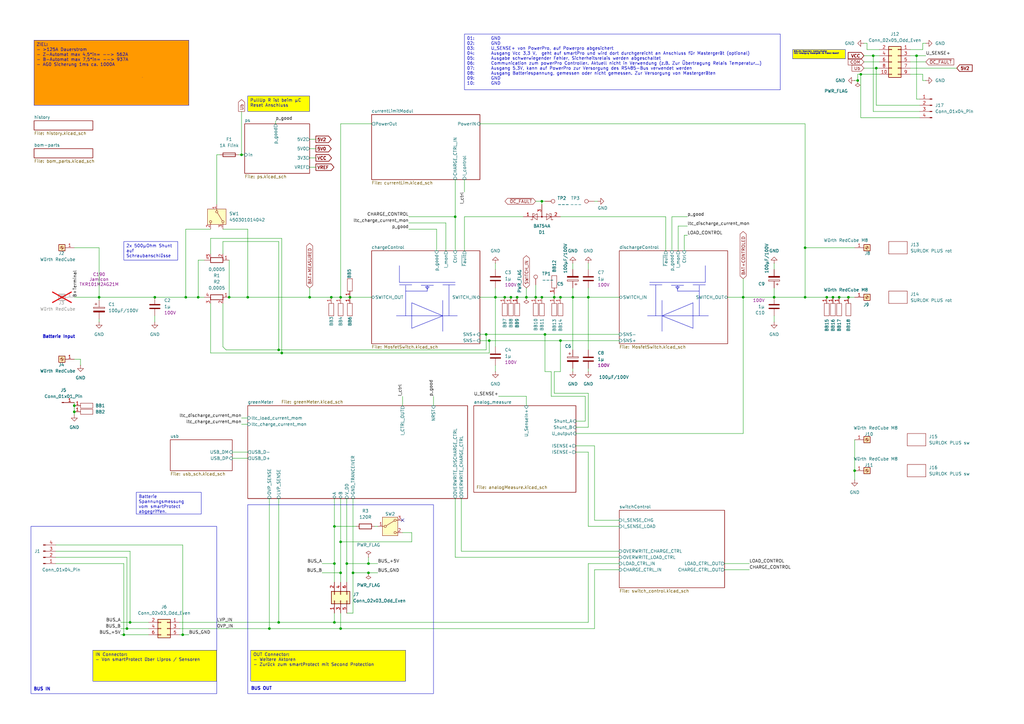
<source format=kicad_sch>
(kicad_sch
	(version 20250114)
	(generator "eeschema")
	(generator_version "9.0")
	(uuid "bf1f8167-8e29-49cc-a467-dd9cc2c77246")
	(paper "A3")
	(lib_symbols
		(symbol "Connector:Conn_01x01_Pin"
			(pin_names
				(offset 1.016)
				(hide yes)
			)
			(exclude_from_sim no)
			(in_bom yes)
			(on_board yes)
			(property "Reference" "J"
				(at 0 2.54 0)
				(effects
					(font
						(size 1.27 1.27)
					)
				)
			)
			(property "Value" "Conn_01x01_Pin"
				(at 0 -2.54 0)
				(effects
					(font
						(size 1.27 1.27)
					)
				)
			)
			(property "Footprint" ""
				(at 0 0 0)
				(effects
					(font
						(size 1.27 1.27)
					)
					(hide yes)
				)
			)
			(property "Datasheet" "~"
				(at 0 0 0)
				(effects
					(font
						(size 1.27 1.27)
					)
					(hide yes)
				)
			)
			(property "Description" "Generic connector, single row, 01x01, script generated"
				(at 0 0 0)
				(effects
					(font
						(size 1.27 1.27)
					)
					(hide yes)
				)
			)
			(property "ki_locked" ""
				(at 0 0 0)
				(effects
					(font
						(size 1.27 1.27)
					)
				)
			)
			(property "ki_keywords" "connector"
				(at 0 0 0)
				(effects
					(font
						(size 1.27 1.27)
					)
					(hide yes)
				)
			)
			(property "ki_fp_filters" "Connector*:*_1x??_*"
				(at 0 0 0)
				(effects
					(font
						(size 1.27 1.27)
					)
					(hide yes)
				)
			)
			(symbol "Conn_01x01_Pin_1_1"
				(rectangle
					(start 0.8636 0.127)
					(end 0 -0.127)
					(stroke
						(width 0.1524)
						(type default)
					)
					(fill
						(type outline)
					)
				)
				(polyline
					(pts
						(xy 1.27 0) (xy 0.8636 0)
					)
					(stroke
						(width 0.1524)
						(type default)
					)
					(fill
						(type none)
					)
				)
				(pin passive line
					(at 5.08 0 180)
					(length 3.81)
					(name "Pin_1"
						(effects
							(font
								(size 1.27 1.27)
							)
						)
					)
					(number "1"
						(effects
							(font
								(size 1.27 1.27)
							)
						)
					)
				)
			)
			(embedded_fonts no)
		)
		(symbol "Connector:Conn_01x04_Pin"
			(pin_names
				(offset 1.016)
				(hide yes)
			)
			(exclude_from_sim no)
			(in_bom yes)
			(on_board yes)
			(property "Reference" "J"
				(at 0 5.08 0)
				(effects
					(font
						(size 1.27 1.27)
					)
				)
			)
			(property "Value" "Conn_01x04_Pin"
				(at 0 -7.62 0)
				(effects
					(font
						(size 1.27 1.27)
					)
				)
			)
			(property "Footprint" ""
				(at 0 0 0)
				(effects
					(font
						(size 1.27 1.27)
					)
					(hide yes)
				)
			)
			(property "Datasheet" "~"
				(at 0 0 0)
				(effects
					(font
						(size 1.27 1.27)
					)
					(hide yes)
				)
			)
			(property "Description" "Generic connector, single row, 01x04, script generated"
				(at 0 0 0)
				(effects
					(font
						(size 1.27 1.27)
					)
					(hide yes)
				)
			)
			(property "ki_locked" ""
				(at 0 0 0)
				(effects
					(font
						(size 1.27 1.27)
					)
				)
			)
			(property "ki_keywords" "connector"
				(at 0 0 0)
				(effects
					(font
						(size 1.27 1.27)
					)
					(hide yes)
				)
			)
			(property "ki_fp_filters" "Connector*:*_1x??_*"
				(at 0 0 0)
				(effects
					(font
						(size 1.27 1.27)
					)
					(hide yes)
				)
			)
			(symbol "Conn_01x04_Pin_1_1"
				(rectangle
					(start 0.8636 2.667)
					(end 0 2.413)
					(stroke
						(width 0.1524)
						(type default)
					)
					(fill
						(type outline)
					)
				)
				(rectangle
					(start 0.8636 0.127)
					(end 0 -0.127)
					(stroke
						(width 0.1524)
						(type default)
					)
					(fill
						(type outline)
					)
				)
				(rectangle
					(start 0.8636 -2.413)
					(end 0 -2.667)
					(stroke
						(width 0.1524)
						(type default)
					)
					(fill
						(type outline)
					)
				)
				(rectangle
					(start 0.8636 -4.953)
					(end 0 -5.207)
					(stroke
						(width 0.1524)
						(type default)
					)
					(fill
						(type outline)
					)
				)
				(polyline
					(pts
						(xy 1.27 2.54) (xy 0.8636 2.54)
					)
					(stroke
						(width 0.1524)
						(type default)
					)
					(fill
						(type none)
					)
				)
				(polyline
					(pts
						(xy 1.27 0) (xy 0.8636 0)
					)
					(stroke
						(width 0.1524)
						(type default)
					)
					(fill
						(type none)
					)
				)
				(polyline
					(pts
						(xy 1.27 -2.54) (xy 0.8636 -2.54)
					)
					(stroke
						(width 0.1524)
						(type default)
					)
					(fill
						(type none)
					)
				)
				(polyline
					(pts
						(xy 1.27 -5.08) (xy 0.8636 -5.08)
					)
					(stroke
						(width 0.1524)
						(type default)
					)
					(fill
						(type none)
					)
				)
				(pin passive line
					(at 5.08 2.54 180)
					(length 3.81)
					(name "Pin_1"
						(effects
							(font
								(size 1.27 1.27)
							)
						)
					)
					(number "1"
						(effects
							(font
								(size 1.27 1.27)
							)
						)
					)
				)
				(pin passive line
					(at 5.08 0 180)
					(length 3.81)
					(name "Pin_2"
						(effects
							(font
								(size 1.27 1.27)
							)
						)
					)
					(number "2"
						(effects
							(font
								(size 1.27 1.27)
							)
						)
					)
				)
				(pin passive line
					(at 5.08 -2.54 180)
					(length 3.81)
					(name "Pin_3"
						(effects
							(font
								(size 1.27 1.27)
							)
						)
					)
					(number "3"
						(effects
							(font
								(size 1.27 1.27)
							)
						)
					)
				)
				(pin passive line
					(at 5.08 -5.08 180)
					(length 3.81)
					(name "Pin_4"
						(effects
							(font
								(size 1.27 1.27)
							)
						)
					)
					(number "4"
						(effects
							(font
								(size 1.27 1.27)
							)
						)
					)
				)
			)
			(embedded_fonts no)
		)
		(symbol "Connector:Screw_Terminal_01x01"
			(pin_names
				(offset 1.016)
				(hide yes)
			)
			(exclude_from_sim no)
			(in_bom yes)
			(on_board yes)
			(property "Reference" "J"
				(at 0 2.54 0)
				(effects
					(font
						(size 1.27 1.27)
					)
				)
			)
			(property "Value" "Screw_Terminal_01x01"
				(at 0 -2.54 0)
				(effects
					(font
						(size 1.27 1.27)
					)
				)
			)
			(property "Footprint" ""
				(at 0 0 0)
				(effects
					(font
						(size 1.27 1.27)
					)
					(hide yes)
				)
			)
			(property "Datasheet" "~"
				(at 0 0 0)
				(effects
					(font
						(size 1.27 1.27)
					)
					(hide yes)
				)
			)
			(property "Description" "Generic screw terminal, single row, 01x01, script generated (kicad-library-utils/schlib/autogen/connector/)"
				(at 0 0 0)
				(effects
					(font
						(size 1.27 1.27)
					)
					(hide yes)
				)
			)
			(property "ki_keywords" "screw terminal"
				(at 0 0 0)
				(effects
					(font
						(size 1.27 1.27)
					)
					(hide yes)
				)
			)
			(property "ki_fp_filters" "TerminalBlock*:*"
				(at 0 0 0)
				(effects
					(font
						(size 1.27 1.27)
					)
					(hide yes)
				)
			)
			(symbol "Screw_Terminal_01x01_1_1"
				(rectangle
					(start -1.27 1.27)
					(end 1.27 -1.27)
					(stroke
						(width 0.254)
						(type default)
					)
					(fill
						(type background)
					)
				)
				(polyline
					(pts
						(xy -0.5334 0.3302) (xy 0.3302 -0.508)
					)
					(stroke
						(width 0.1524)
						(type default)
					)
					(fill
						(type none)
					)
				)
				(polyline
					(pts
						(xy -0.3556 0.508) (xy 0.508 -0.3302)
					)
					(stroke
						(width 0.1524)
						(type default)
					)
					(fill
						(type none)
					)
				)
				(circle
					(center 0 0)
					(radius 0.635)
					(stroke
						(width 0.1524)
						(type default)
					)
					(fill
						(type none)
					)
				)
				(pin passive line
					(at -5.08 0 0)
					(length 3.81)
					(name "Pin_1"
						(effects
							(font
								(size 1.27 1.27)
							)
						)
					)
					(number "1"
						(effects
							(font
								(size 1.27 1.27)
							)
						)
					)
				)
			)
			(embedded_fonts no)
		)
		(symbol "Connector:TestPoint"
			(pin_numbers
				(hide yes)
			)
			(pin_names
				(offset 0.762)
				(hide yes)
			)
			(exclude_from_sim no)
			(in_bom yes)
			(on_board yes)
			(property "Reference" "TP"
				(at 0 6.858 0)
				(effects
					(font
						(size 1.27 1.27)
					)
				)
			)
			(property "Value" "TestPoint"
				(at 0 5.08 0)
				(effects
					(font
						(size 1.27 1.27)
					)
				)
			)
			(property "Footprint" ""
				(at 5.08 0 0)
				(effects
					(font
						(size 1.27 1.27)
					)
					(hide yes)
				)
			)
			(property "Datasheet" "~"
				(at 5.08 0 0)
				(effects
					(font
						(size 1.27 1.27)
					)
					(hide yes)
				)
			)
			(property "Description" "test point"
				(at 0 0 0)
				(effects
					(font
						(size 1.27 1.27)
					)
					(hide yes)
				)
			)
			(property "ki_keywords" "test point tp"
				(at 0 0 0)
				(effects
					(font
						(size 1.27 1.27)
					)
					(hide yes)
				)
			)
			(property "ki_fp_filters" "Pin* Test*"
				(at 0 0 0)
				(effects
					(font
						(size 1.27 1.27)
					)
					(hide yes)
				)
			)
			(symbol "TestPoint_0_1"
				(circle
					(center 0 3.302)
					(radius 0.762)
					(stroke
						(width 0)
						(type default)
					)
					(fill
						(type none)
					)
				)
			)
			(symbol "TestPoint_1_1"
				(pin passive line
					(at 0 0 90)
					(length 2.54)
					(name "1"
						(effects
							(font
								(size 1.27 1.27)
							)
						)
					)
					(number "1"
						(effects
							(font
								(size 1.27 1.27)
							)
						)
					)
				)
			)
			(embedded_fonts no)
		)
		(symbol "Connector_Generic:Conn_02x03_Odd_Even"
			(pin_names
				(offset 1.016)
				(hide yes)
			)
			(exclude_from_sim no)
			(in_bom yes)
			(on_board yes)
			(property "Reference" "J"
				(at 1.27 5.08 0)
				(effects
					(font
						(size 1.27 1.27)
					)
				)
			)
			(property "Value" "Conn_02x03_Odd_Even"
				(at 1.27 -5.08 0)
				(effects
					(font
						(size 1.27 1.27)
					)
				)
			)
			(property "Footprint" ""
				(at 0 0 0)
				(effects
					(font
						(size 1.27 1.27)
					)
					(hide yes)
				)
			)
			(property "Datasheet" "~"
				(at 0 0 0)
				(effects
					(font
						(size 1.27 1.27)
					)
					(hide yes)
				)
			)
			(property "Description" "Generic connector, double row, 02x03, odd/even pin numbering scheme (row 1 odd numbers, row 2 even numbers), script generated (kicad-library-utils/schlib/autogen/connector/)"
				(at 0 0 0)
				(effects
					(font
						(size 1.27 1.27)
					)
					(hide yes)
				)
			)
			(property "ki_keywords" "connector"
				(at 0 0 0)
				(effects
					(font
						(size 1.27 1.27)
					)
					(hide yes)
				)
			)
			(property "ki_fp_filters" "Connector*:*_2x??_*"
				(at 0 0 0)
				(effects
					(font
						(size 1.27 1.27)
					)
					(hide yes)
				)
			)
			(symbol "Conn_02x03_Odd_Even_1_1"
				(rectangle
					(start -1.27 3.81)
					(end 3.81 -3.81)
					(stroke
						(width 0.254)
						(type default)
					)
					(fill
						(type background)
					)
				)
				(rectangle
					(start -1.27 2.667)
					(end 0 2.413)
					(stroke
						(width 0.1524)
						(type default)
					)
					(fill
						(type none)
					)
				)
				(rectangle
					(start -1.27 0.127)
					(end 0 -0.127)
					(stroke
						(width 0.1524)
						(type default)
					)
					(fill
						(type none)
					)
				)
				(rectangle
					(start -1.27 -2.413)
					(end 0 -2.667)
					(stroke
						(width 0.1524)
						(type default)
					)
					(fill
						(type none)
					)
				)
				(rectangle
					(start 3.81 2.667)
					(end 2.54 2.413)
					(stroke
						(width 0.1524)
						(type default)
					)
					(fill
						(type none)
					)
				)
				(rectangle
					(start 3.81 0.127)
					(end 2.54 -0.127)
					(stroke
						(width 0.1524)
						(type default)
					)
					(fill
						(type none)
					)
				)
				(rectangle
					(start 3.81 -2.413)
					(end 2.54 -2.667)
					(stroke
						(width 0.1524)
						(type default)
					)
					(fill
						(type none)
					)
				)
				(pin passive line
					(at -5.08 2.54 0)
					(length 3.81)
					(name "Pin_1"
						(effects
							(font
								(size 1.27 1.27)
							)
						)
					)
					(number "1"
						(effects
							(font
								(size 1.27 1.27)
							)
						)
					)
				)
				(pin passive line
					(at -5.08 0 0)
					(length 3.81)
					(name "Pin_3"
						(effects
							(font
								(size 1.27 1.27)
							)
						)
					)
					(number "3"
						(effects
							(font
								(size 1.27 1.27)
							)
						)
					)
				)
				(pin passive line
					(at -5.08 -2.54 0)
					(length 3.81)
					(name "Pin_5"
						(effects
							(font
								(size 1.27 1.27)
							)
						)
					)
					(number "5"
						(effects
							(font
								(size 1.27 1.27)
							)
						)
					)
				)
				(pin passive line
					(at 7.62 2.54 180)
					(length 3.81)
					(name "Pin_2"
						(effects
							(font
								(size 1.27 1.27)
							)
						)
					)
					(number "2"
						(effects
							(font
								(size 1.27 1.27)
							)
						)
					)
				)
				(pin passive line
					(at 7.62 0 180)
					(length 3.81)
					(name "Pin_4"
						(effects
							(font
								(size 1.27 1.27)
							)
						)
					)
					(number "4"
						(effects
							(font
								(size 1.27 1.27)
							)
						)
					)
				)
				(pin passive line
					(at 7.62 -2.54 180)
					(length 3.81)
					(name "Pin_6"
						(effects
							(font
								(size 1.27 1.27)
							)
						)
					)
					(number "6"
						(effects
							(font
								(size 1.27 1.27)
							)
						)
					)
				)
			)
			(embedded_fonts no)
		)
		(symbol "Connector_Generic:Conn_02x05_Odd_Even"
			(pin_names
				(offset 1.016)
				(hide yes)
			)
			(exclude_from_sim no)
			(in_bom yes)
			(on_board yes)
			(property "Reference" "J"
				(at 1.27 7.62 0)
				(effects
					(font
						(size 1.27 1.27)
					)
				)
			)
			(property "Value" "Conn_02x05_Odd_Even"
				(at 1.27 -7.62 0)
				(effects
					(font
						(size 1.27 1.27)
					)
				)
			)
			(property "Footprint" ""
				(at 0 0 0)
				(effects
					(font
						(size 1.27 1.27)
					)
					(hide yes)
				)
			)
			(property "Datasheet" "~"
				(at 0 0 0)
				(effects
					(font
						(size 1.27 1.27)
					)
					(hide yes)
				)
			)
			(property "Description" "Generic connector, double row, 02x05, odd/even pin numbering scheme (row 1 odd numbers, row 2 even numbers), script generated (kicad-library-utils/schlib/autogen/connector/)"
				(at 0 0 0)
				(effects
					(font
						(size 1.27 1.27)
					)
					(hide yes)
				)
			)
			(property "ki_keywords" "connector"
				(at 0 0 0)
				(effects
					(font
						(size 1.27 1.27)
					)
					(hide yes)
				)
			)
			(property "ki_fp_filters" "Connector*:*_2x??_*"
				(at 0 0 0)
				(effects
					(font
						(size 1.27 1.27)
					)
					(hide yes)
				)
			)
			(symbol "Conn_02x05_Odd_Even_1_1"
				(rectangle
					(start -1.27 6.35)
					(end 3.81 -6.35)
					(stroke
						(width 0.254)
						(type default)
					)
					(fill
						(type background)
					)
				)
				(rectangle
					(start -1.27 5.207)
					(end 0 4.953)
					(stroke
						(width 0.1524)
						(type default)
					)
					(fill
						(type none)
					)
				)
				(rectangle
					(start -1.27 2.667)
					(end 0 2.413)
					(stroke
						(width 0.1524)
						(type default)
					)
					(fill
						(type none)
					)
				)
				(rectangle
					(start -1.27 0.127)
					(end 0 -0.127)
					(stroke
						(width 0.1524)
						(type default)
					)
					(fill
						(type none)
					)
				)
				(rectangle
					(start -1.27 -2.413)
					(end 0 -2.667)
					(stroke
						(width 0.1524)
						(type default)
					)
					(fill
						(type none)
					)
				)
				(rectangle
					(start -1.27 -4.953)
					(end 0 -5.207)
					(stroke
						(width 0.1524)
						(type default)
					)
					(fill
						(type none)
					)
				)
				(rectangle
					(start 3.81 5.207)
					(end 2.54 4.953)
					(stroke
						(width 0.1524)
						(type default)
					)
					(fill
						(type none)
					)
				)
				(rectangle
					(start 3.81 2.667)
					(end 2.54 2.413)
					(stroke
						(width 0.1524)
						(type default)
					)
					(fill
						(type none)
					)
				)
				(rectangle
					(start 3.81 0.127)
					(end 2.54 -0.127)
					(stroke
						(width 0.1524)
						(type default)
					)
					(fill
						(type none)
					)
				)
				(rectangle
					(start 3.81 -2.413)
					(end 2.54 -2.667)
					(stroke
						(width 0.1524)
						(type default)
					)
					(fill
						(type none)
					)
				)
				(rectangle
					(start 3.81 -4.953)
					(end 2.54 -5.207)
					(stroke
						(width 0.1524)
						(type default)
					)
					(fill
						(type none)
					)
				)
				(pin passive line
					(at -5.08 5.08 0)
					(length 3.81)
					(name "Pin_1"
						(effects
							(font
								(size 1.27 1.27)
							)
						)
					)
					(number "1"
						(effects
							(font
								(size 1.27 1.27)
							)
						)
					)
				)
				(pin passive line
					(at -5.08 2.54 0)
					(length 3.81)
					(name "Pin_3"
						(effects
							(font
								(size 1.27 1.27)
							)
						)
					)
					(number "3"
						(effects
							(font
								(size 1.27 1.27)
							)
						)
					)
				)
				(pin passive line
					(at -5.08 0 0)
					(length 3.81)
					(name "Pin_5"
						(effects
							(font
								(size 1.27 1.27)
							)
						)
					)
					(number "5"
						(effects
							(font
								(size 1.27 1.27)
							)
						)
					)
				)
				(pin passive line
					(at -5.08 -2.54 0)
					(length 3.81)
					(name "Pin_7"
						(effects
							(font
								(size 1.27 1.27)
							)
						)
					)
					(number "7"
						(effects
							(font
								(size 1.27 1.27)
							)
						)
					)
				)
				(pin passive line
					(at -5.08 -5.08 0)
					(length 3.81)
					(name "Pin_9"
						(effects
							(font
								(size 1.27 1.27)
							)
						)
					)
					(number "9"
						(effects
							(font
								(size 1.27 1.27)
							)
						)
					)
				)
				(pin passive line
					(at 7.62 5.08 180)
					(length 3.81)
					(name "Pin_2"
						(effects
							(font
								(size 1.27 1.27)
							)
						)
					)
					(number "2"
						(effects
							(font
								(size 1.27 1.27)
							)
						)
					)
				)
				(pin passive line
					(at 7.62 2.54 180)
					(length 3.81)
					(name "Pin_4"
						(effects
							(font
								(size 1.27 1.27)
							)
						)
					)
					(number "4"
						(effects
							(font
								(size 1.27 1.27)
							)
						)
					)
				)
				(pin passive line
					(at 7.62 0 180)
					(length 3.81)
					(name "Pin_6"
						(effects
							(font
								(size 1.27 1.27)
							)
						)
					)
					(number "6"
						(effects
							(font
								(size 1.27 1.27)
							)
						)
					)
				)
				(pin passive line
					(at 7.62 -2.54 180)
					(length 3.81)
					(name "Pin_8"
						(effects
							(font
								(size 1.27 1.27)
							)
						)
					)
					(number "8"
						(effects
							(font
								(size 1.27 1.27)
							)
						)
					)
				)
				(pin passive line
					(at 7.62 -5.08 180)
					(length 3.81)
					(name "Pin_10"
						(effects
							(font
								(size 1.27 1.27)
							)
						)
					)
					(number "10"
						(effects
							(font
								(size 1.27 1.27)
							)
						)
					)
				)
			)
			(embedded_fonts no)
		)
		(symbol "Device:C"
			(pin_numbers
				(hide yes)
			)
			(pin_names
				(offset 0.254)
			)
			(exclude_from_sim no)
			(in_bom yes)
			(on_board yes)
			(property "Reference" "C"
				(at 0.635 2.54 0)
				(effects
					(font
						(size 1.27 1.27)
					)
					(justify left)
				)
			)
			(property "Value" "C"
				(at 0.635 -2.54 0)
				(effects
					(font
						(size 1.27 1.27)
					)
					(justify left)
				)
			)
			(property "Footprint" ""
				(at 0.9652 -3.81 0)
				(effects
					(font
						(size 1.27 1.27)
					)
					(hide yes)
				)
			)
			(property "Datasheet" "~"
				(at 0 0 0)
				(effects
					(font
						(size 1.27 1.27)
					)
					(hide yes)
				)
			)
			(property "Description" "Unpolarized capacitor"
				(at 0 0 0)
				(effects
					(font
						(size 1.27 1.27)
					)
					(hide yes)
				)
			)
			(property "ki_keywords" "cap capacitor"
				(at 0 0 0)
				(effects
					(font
						(size 1.27 1.27)
					)
					(hide yes)
				)
			)
			(property "ki_fp_filters" "C_*"
				(at 0 0 0)
				(effects
					(font
						(size 1.27 1.27)
					)
					(hide yes)
				)
			)
			(symbol "C_0_1"
				(polyline
					(pts
						(xy -2.032 0.762) (xy 2.032 0.762)
					)
					(stroke
						(width 0.508)
						(type default)
					)
					(fill
						(type none)
					)
				)
				(polyline
					(pts
						(xy -2.032 -0.762) (xy 2.032 -0.762)
					)
					(stroke
						(width 0.508)
						(type default)
					)
					(fill
						(type none)
					)
				)
			)
			(symbol "C_1_1"
				(pin passive line
					(at 0 3.81 270)
					(length 2.794)
					(name "~"
						(effects
							(font
								(size 1.27 1.27)
							)
						)
					)
					(number "1"
						(effects
							(font
								(size 1.27 1.27)
							)
						)
					)
				)
				(pin passive line
					(at 0 -3.81 90)
					(length 2.794)
					(name "~"
						(effects
							(font
								(size 1.27 1.27)
							)
						)
					)
					(number "2"
						(effects
							(font
								(size 1.27 1.27)
							)
						)
					)
				)
			)
			(embedded_fonts no)
		)
		(symbol "Device:C_Polarized"
			(pin_numbers
				(hide yes)
			)
			(pin_names
				(offset 0.254)
			)
			(exclude_from_sim no)
			(in_bom yes)
			(on_board yes)
			(property "Reference" "C"
				(at 0.635 2.54 0)
				(effects
					(font
						(size 1.27 1.27)
					)
					(justify left)
				)
			)
			(property "Value" "C_Polarized"
				(at 0.635 -2.54 0)
				(effects
					(font
						(size 1.27 1.27)
					)
					(justify left)
				)
			)
			(property "Footprint" ""
				(at 0.9652 -3.81 0)
				(effects
					(font
						(size 1.27 1.27)
					)
					(hide yes)
				)
			)
			(property "Datasheet" "~"
				(at 0 0 0)
				(effects
					(font
						(size 1.27 1.27)
					)
					(hide yes)
				)
			)
			(property "Description" "Polarized capacitor"
				(at 0 0 0)
				(effects
					(font
						(size 1.27 1.27)
					)
					(hide yes)
				)
			)
			(property "ki_keywords" "cap capacitor"
				(at 0 0 0)
				(effects
					(font
						(size 1.27 1.27)
					)
					(hide yes)
				)
			)
			(property "ki_fp_filters" "CP_*"
				(at 0 0 0)
				(effects
					(font
						(size 1.27 1.27)
					)
					(hide yes)
				)
			)
			(symbol "C_Polarized_0_1"
				(rectangle
					(start -2.286 0.508)
					(end 2.286 1.016)
					(stroke
						(width 0)
						(type default)
					)
					(fill
						(type none)
					)
				)
				(polyline
					(pts
						(xy -1.778 2.286) (xy -0.762 2.286)
					)
					(stroke
						(width 0)
						(type default)
					)
					(fill
						(type none)
					)
				)
				(polyline
					(pts
						(xy -1.27 2.794) (xy -1.27 1.778)
					)
					(stroke
						(width 0)
						(type default)
					)
					(fill
						(type none)
					)
				)
				(rectangle
					(start 2.286 -0.508)
					(end -2.286 -1.016)
					(stroke
						(width 0)
						(type default)
					)
					(fill
						(type outline)
					)
				)
			)
			(symbol "C_Polarized_1_1"
				(pin passive line
					(at 0 3.81 270)
					(length 2.794)
					(name "~"
						(effects
							(font
								(size 1.27 1.27)
							)
						)
					)
					(number "1"
						(effects
							(font
								(size 1.27 1.27)
							)
						)
					)
				)
				(pin passive line
					(at 0 -3.81 90)
					(length 2.794)
					(name "~"
						(effects
							(font
								(size 1.27 1.27)
							)
						)
					)
					(number "2"
						(effects
							(font
								(size 1.27 1.27)
							)
						)
					)
				)
			)
			(embedded_fonts no)
		)
		(symbol "Device:Fuse"
			(pin_numbers
				(hide yes)
			)
			(pin_names
				(offset 0)
			)
			(exclude_from_sim no)
			(in_bom yes)
			(on_board yes)
			(property "Reference" "F"
				(at 2.032 0 90)
				(effects
					(font
						(size 1.27 1.27)
					)
				)
			)
			(property "Value" "Fuse"
				(at -1.905 0 90)
				(effects
					(font
						(size 1.27 1.27)
					)
				)
			)
			(property "Footprint" ""
				(at -1.778 0 90)
				(effects
					(font
						(size 1.27 1.27)
					)
					(hide yes)
				)
			)
			(property "Datasheet" "~"
				(at 0 0 0)
				(effects
					(font
						(size 1.27 1.27)
					)
					(hide yes)
				)
			)
			(property "Description" "Fuse"
				(at 0 0 0)
				(effects
					(font
						(size 1.27 1.27)
					)
					(hide yes)
				)
			)
			(property "ki_keywords" "fuse"
				(at 0 0 0)
				(effects
					(font
						(size 1.27 1.27)
					)
					(hide yes)
				)
			)
			(property "ki_fp_filters" "*Fuse*"
				(at 0 0 0)
				(effects
					(font
						(size 1.27 1.27)
					)
					(hide yes)
				)
			)
			(symbol "Fuse_0_1"
				(rectangle
					(start -0.762 -2.54)
					(end 0.762 2.54)
					(stroke
						(width 0.254)
						(type default)
					)
					(fill
						(type none)
					)
				)
				(polyline
					(pts
						(xy 0 2.54) (xy 0 -2.54)
					)
					(stroke
						(width 0)
						(type default)
					)
					(fill
						(type none)
					)
				)
			)
			(symbol "Fuse_1_1"
				(pin passive line
					(at 0 3.81 270)
					(length 1.27)
					(name "~"
						(effects
							(font
								(size 1.27 1.27)
							)
						)
					)
					(number "1"
						(effects
							(font
								(size 1.27 1.27)
							)
						)
					)
				)
				(pin passive line
					(at 0 -3.81 90)
					(length 1.27)
					(name "~"
						(effects
							(font
								(size 1.27 1.27)
							)
						)
					)
					(number "2"
						(effects
							(font
								(size 1.27 1.27)
							)
						)
					)
				)
			)
			(embedded_fonts no)
		)
		(symbol "Device:R"
			(pin_numbers
				(hide yes)
			)
			(pin_names
				(offset 0)
			)
			(exclude_from_sim no)
			(in_bom yes)
			(on_board yes)
			(property "Reference" "R"
				(at 2.032 0 90)
				(effects
					(font
						(size 1.27 1.27)
					)
				)
			)
			(property "Value" "R"
				(at 0 0 90)
				(effects
					(font
						(size 1.27 1.27)
					)
				)
			)
			(property "Footprint" ""
				(at -1.778 0 90)
				(effects
					(font
						(size 1.27 1.27)
					)
					(hide yes)
				)
			)
			(property "Datasheet" "~"
				(at 0 0 0)
				(effects
					(font
						(size 1.27 1.27)
					)
					(hide yes)
				)
			)
			(property "Description" "Resistor"
				(at 0 0 0)
				(effects
					(font
						(size 1.27 1.27)
					)
					(hide yes)
				)
			)
			(property "ki_keywords" "R res resistor"
				(at 0 0 0)
				(effects
					(font
						(size 1.27 1.27)
					)
					(hide yes)
				)
			)
			(property "ki_fp_filters" "R_*"
				(at 0 0 0)
				(effects
					(font
						(size 1.27 1.27)
					)
					(hide yes)
				)
			)
			(symbol "R_0_1"
				(rectangle
					(start -1.016 -2.54)
					(end 1.016 2.54)
					(stroke
						(width 0.254)
						(type default)
					)
					(fill
						(type none)
					)
				)
			)
			(symbol "R_1_1"
				(pin passive line
					(at 0 3.81 270)
					(length 1.27)
					(name "~"
						(effects
							(font
								(size 1.27 1.27)
							)
						)
					)
					(number "1"
						(effects
							(font
								(size 1.27 1.27)
							)
						)
					)
				)
				(pin passive line
					(at 0 -3.81 90)
					(length 1.27)
					(name "~"
						(effects
							(font
								(size 1.27 1.27)
							)
						)
					)
					(number "2"
						(effects
							(font
								(size 1.27 1.27)
							)
						)
					)
				)
			)
			(embedded_fonts no)
		)
		(symbol "Device:R_Shunt"
			(pin_names
				(offset 0)
				(hide yes)
			)
			(exclude_from_sim no)
			(in_bom yes)
			(on_board yes)
			(property "Reference" "R"
				(at -2.032 0 90)
				(effects
					(font
						(size 1.27 1.27)
					)
				)
			)
			(property "Value" "R_Shunt"
				(at 0 0 90)
				(effects
					(font
						(size 1.27 1.27)
					)
				)
			)
			(property "Footprint" ""
				(at -1.778 0 90)
				(effects
					(font
						(size 1.27 1.27)
					)
					(hide yes)
				)
			)
			(property "Datasheet" "~"
				(at 0 0 0)
				(effects
					(font
						(size 1.27 1.27)
					)
					(hide yes)
				)
			)
			(property "Description" "Shunt resistor with Kelvin connections"
				(at 0 0 0)
				(effects
					(font
						(size 1.27 1.27)
					)
					(hide yes)
				)
			)
			(property "ki_keywords" "R res shunt resistor"
				(at 0 0 0)
				(effects
					(font
						(size 1.27 1.27)
					)
					(hide yes)
				)
			)
			(property "ki_fp_filters" "R_*Shunt*"
				(at 0 0 0)
				(effects
					(font
						(size 1.27 1.27)
					)
					(hide yes)
				)
			)
			(symbol "R_Shunt_0_1"
				(rectangle
					(start -1.016 -2.54)
					(end 1.016 2.54)
					(stroke
						(width 0.254)
						(type default)
					)
					(fill
						(type none)
					)
				)
				(polyline
					(pts
						(xy 0 -2.54) (xy 1.27 -2.54)
					)
					(stroke
						(width 0)
						(type default)
					)
					(fill
						(type none)
					)
				)
				(polyline
					(pts
						(xy 1.27 2.54) (xy 0 2.54)
					)
					(stroke
						(width 0)
						(type default)
					)
					(fill
						(type none)
					)
				)
			)
			(symbol "R_Shunt_1_1"
				(pin passive line
					(at 0 5.08 270)
					(length 2.54)
					(name "~"
						(effects
							(font
								(size 1.27 1.27)
							)
						)
					)
					(number "1"
						(effects
							(font
								(size 1.27 1.27)
							)
						)
					)
				)
				(pin passive line
					(at 0 -5.08 90)
					(length 2.54)
					(name "~"
						(effects
							(font
								(size 1.27 1.27)
							)
						)
					)
					(number "4"
						(effects
							(font
								(size 1.27 1.27)
							)
						)
					)
				)
				(pin passive line
					(at 2.54 2.54 180)
					(length 1.27)
					(name "~"
						(effects
							(font
								(size 1.27 1.27)
							)
						)
					)
					(number "2"
						(effects
							(font
								(size 1.27 1.27)
							)
						)
					)
				)
				(pin passive line
					(at 2.54 -2.54 180)
					(length 1.27)
					(name "~"
						(effects
							(font
								(size 1.27 1.27)
							)
						)
					)
					(number "3"
						(effects
							(font
								(size 1.27 1.27)
							)
						)
					)
				)
			)
			(embedded_fonts no)
		)
		(symbol "Diode:BAT54A"
			(pin_names
				(offset 1.016)
			)
			(exclude_from_sim no)
			(in_bom yes)
			(on_board yes)
			(property "Reference" "D"
				(at 0.635 -3.81 0)
				(effects
					(font
						(size 1.27 1.27)
					)
					(justify left)
				)
			)
			(property "Value" "BAT54A"
				(at -6.35 3.175 0)
				(effects
					(font
						(size 1.27 1.27)
					)
					(justify left)
				)
			)
			(property "Footprint" "Package_TO_SOT_SMD:SOT-23"
				(at 1.905 3.175 0)
				(effects
					(font
						(size 1.27 1.27)
					)
					(justify left)
					(hide yes)
				)
			)
			(property "Datasheet" "http://www.diodes.com/_files/datasheets/ds11005.pdf"
				(at -3.048 0 0)
				(effects
					(font
						(size 1.27 1.27)
					)
					(hide yes)
				)
			)
			(property "Description" "schottky barrier diode"
				(at 0 0 0)
				(effects
					(font
						(size 1.27 1.27)
					)
					(hide yes)
				)
			)
			(property "ki_keywords" "schottky diode"
				(at 0 0 0)
				(effects
					(font
						(size 1.27 1.27)
					)
					(hide yes)
				)
			)
			(property "ki_fp_filters" "SOT?23*"
				(at 0 0 0)
				(effects
					(font
						(size 1.27 1.27)
					)
					(hide yes)
				)
			)
			(symbol "BAT54A_0_1"
				(polyline
					(pts
						(xy -4.445 1.27) (xy -4.445 1.016)
					)
					(stroke
						(width 0)
						(type default)
					)
					(fill
						(type none)
					)
				)
				(polyline
					(pts
						(xy -3.81 1.27) (xy -4.445 1.27)
					)
					(stroke
						(width 0)
						(type default)
					)
					(fill
						(type none)
					)
				)
				(polyline
					(pts
						(xy -3.81 0) (xy -1.27 0)
					)
					(stroke
						(width 0)
						(type default)
					)
					(fill
						(type none)
					)
				)
				(polyline
					(pts
						(xy -3.81 -1.27) (xy -3.81 1.27)
					)
					(stroke
						(width 0)
						(type default)
					)
					(fill
						(type none)
					)
				)
				(polyline
					(pts
						(xy -3.81 -1.27) (xy -3.175 -1.27)
					)
					(stroke
						(width 0)
						(type default)
					)
					(fill
						(type none)
					)
				)
				(polyline
					(pts
						(xy -3.175 -1.27) (xy -3.175 -1.016)
					)
					(stroke
						(width 0)
						(type default)
					)
					(fill
						(type none)
					)
				)
				(polyline
					(pts
						(xy -1.905 1.27) (xy -1.905 -1.27) (xy -3.81 0) (xy -1.905 1.27)
					)
					(stroke
						(width 0)
						(type default)
					)
					(fill
						(type none)
					)
				)
				(polyline
					(pts
						(xy -1.905 0) (xy 1.905 0)
					)
					(stroke
						(width 0)
						(type default)
					)
					(fill
						(type none)
					)
				)
				(circle
					(center 0 0)
					(radius 0.254)
					(stroke
						(width 0)
						(type default)
					)
					(fill
						(type outline)
					)
				)
				(polyline
					(pts
						(xy 1.27 0) (xy 3.81 0)
					)
					(stroke
						(width 0)
						(type default)
					)
					(fill
						(type none)
					)
				)
				(polyline
					(pts
						(xy 1.905 1.27) (xy 1.905 -1.27) (xy 3.81 0) (xy 1.905 1.27)
					)
					(stroke
						(width 0)
						(type default)
					)
					(fill
						(type none)
					)
				)
				(polyline
					(pts
						(xy 3.175 -1.27) (xy 3.175 -1.016)
					)
					(stroke
						(width 0)
						(type default)
					)
					(fill
						(type none)
					)
				)
				(polyline
					(pts
						(xy 3.81 1.27) (xy 4.445 1.27)
					)
					(stroke
						(width 0)
						(type default)
					)
					(fill
						(type none)
					)
				)
				(polyline
					(pts
						(xy 3.81 -1.27) (xy 3.175 -1.27)
					)
					(stroke
						(width 0)
						(type default)
					)
					(fill
						(type none)
					)
				)
				(polyline
					(pts
						(xy 3.81 -1.27) (xy 3.81 1.27)
					)
					(stroke
						(width 0)
						(type default)
					)
					(fill
						(type none)
					)
				)
				(polyline
					(pts
						(xy 4.445 1.27) (xy 4.445 1.016)
					)
					(stroke
						(width 0)
						(type default)
					)
					(fill
						(type none)
					)
				)
			)
			(symbol "BAT54A_1_1"
				(pin passive line
					(at -7.62 0 0)
					(length 3.81)
					(name "~"
						(effects
							(font
								(size 1.27 1.27)
							)
						)
					)
					(number "1"
						(effects
							(font
								(size 1.27 1.27)
							)
						)
					)
				)
				(pin passive line
					(at 0 -5.08 90)
					(length 5.08)
					(name "~"
						(effects
							(font
								(size 1.27 1.27)
							)
						)
					)
					(number "3"
						(effects
							(font
								(size 1.27 1.27)
							)
						)
					)
				)
				(pin passive line
					(at 7.62 0 180)
					(length 3.81)
					(name "~"
						(effects
							(font
								(size 1.27 1.27)
							)
						)
					)
					(number "2"
						(effects
							(font
								(size 1.27 1.27)
							)
						)
					)
				)
			)
			(embedded_fonts no)
		)
		(symbol "R_Shunt_1"
			(pin_names
				(offset 0)
				(hide yes)
			)
			(exclude_from_sim no)
			(in_bom yes)
			(on_board yes)
			(property "Reference" "R"
				(at -2.032 0 90)
				(effects
					(font
						(size 1.27 1.27)
					)
				)
			)
			(property "Value" "R_Shunt"
				(at 0 0 90)
				(effects
					(font
						(size 1.27 1.27)
					)
				)
			)
			(property "Footprint" ""
				(at -1.778 0 90)
				(effects
					(font
						(size 1.27 1.27)
					)
					(hide yes)
				)
			)
			(property "Datasheet" "~"
				(at 0 0 0)
				(effects
					(font
						(size 1.27 1.27)
					)
					(hide yes)
				)
			)
			(property "Description" "Shunt resistor with Kelvin connections"
				(at 0 0 0)
				(effects
					(font
						(size 1.27 1.27)
					)
					(hide yes)
				)
			)
			(property "ki_keywords" "R res shunt resistor"
				(at 0 0 0)
				(effects
					(font
						(size 1.27 1.27)
					)
					(hide yes)
				)
			)
			(property "ki_fp_filters" "R_*Shunt*"
				(at 0 0 0)
				(effects
					(font
						(size 1.27 1.27)
					)
					(hide yes)
				)
			)
			(symbol "R_Shunt_1_0_1"
				(rectangle
					(start -1.016 -2.54)
					(end 1.016 2.54)
					(stroke
						(width 0.254)
						(type default)
					)
					(fill
						(type none)
					)
				)
				(polyline
					(pts
						(xy 0 -2.54) (xy 1.27 -2.54)
					)
					(stroke
						(width 0)
						(type default)
					)
					(fill
						(type none)
					)
				)
				(polyline
					(pts
						(xy 1.27 2.54) (xy 0 2.54)
					)
					(stroke
						(width 0)
						(type default)
					)
					(fill
						(type none)
					)
				)
			)
			(symbol "R_Shunt_1_1_1"
				(pin passive line
					(at 0 5.08 270)
					(length 2.54)
					(name "~"
						(effects
							(font
								(size 1.27 1.27)
							)
						)
					)
					(number "1"
						(effects
							(font
								(size 1.27 1.27)
							)
						)
					)
				)
				(pin passive line
					(at 0 -5.08 90)
					(length 2.54)
					(name "~"
						(effects
							(font
								(size 1.27 1.27)
							)
						)
					)
					(number "4"
						(effects
							(font
								(size 1.27 1.27)
							)
						)
					)
				)
				(pin passive line
					(at 2.54 2.54 180)
					(length 1.27)
					(name "~"
						(effects
							(font
								(size 1.27 1.27)
							)
						)
					)
					(number "2"
						(effects
							(font
								(size 1.27 1.27)
							)
						)
					)
				)
				(pin passive line
					(at 2.54 -2.54 180)
					(length 1.27)
					(name "~"
						(effects
							(font
								(size 1.27 1.27)
							)
						)
					)
					(number "3"
						(effects
							(font
								(size 1.27 1.27)
							)
						)
					)
				)
			)
			(embedded_fonts no)
		)
		(symbol "Switch:SW_Wuerth_450301014042"
			(pin_names
				(offset 1)
				(hide yes)
			)
			(exclude_from_sim no)
			(in_bom yes)
			(on_board yes)
			(property "Reference" "SW"
				(at 0 5.08 0)
				(effects
					(font
						(size 1.27 1.27)
					)
				)
			)
			(property "Value" "SW_Wuerth_450301014042"
				(at 0 -5.08 0)
				(effects
					(font
						(size 1.27 1.27)
					)
				)
			)
			(property "Footprint" "Button_Switch_THT:SW_Slide-03_Wuerth-WS-SLTV_10x2.5x6.4_P2.54mm"
				(at 0 -10.16 0)
				(effects
					(font
						(size 1.27 1.27)
					)
					(hide yes)
				)
			)
			(property "Datasheet" "https://www.we-online.com/components/products/datasheet/450301014042.pdf"
				(at 0 -7.62 0)
				(effects
					(font
						(size 1.27 1.27)
					)
					(hide yes)
				)
			)
			(property "Description" "Switch slide, single pole double throw"
				(at 0 0 0)
				(effects
					(font
						(size 1.27 1.27)
					)
					(hide yes)
				)
			)
			(property "ki_keywords" "changeover single-pole opposite-side-connection double-throw spdt ON-ON"
				(at 0 0 0)
				(effects
					(font
						(size 1.27 1.27)
					)
					(hide yes)
				)
			)
			(property "ki_fp_filters" "SW*Wuerth*WS*SLTV*10x2.5x6.4*P2.54mm*"
				(at 0 0 0)
				(effects
					(font
						(size 1.27 1.27)
					)
					(hide yes)
				)
			)
			(symbol "SW_Wuerth_450301014042_0_1"
				(circle
					(center -2.032 0)
					(radius 0.4572)
					(stroke
						(width 0)
						(type default)
					)
					(fill
						(type none)
					)
				)
				(polyline
					(pts
						(xy -1.651 0.254) (xy 1.651 2.286)
					)
					(stroke
						(width 0)
						(type default)
					)
					(fill
						(type none)
					)
				)
				(circle
					(center 2.032 2.54)
					(radius 0.4572)
					(stroke
						(width 0)
						(type default)
					)
					(fill
						(type none)
					)
				)
				(circle
					(center 2.032 -2.54)
					(radius 0.4572)
					(stroke
						(width 0)
						(type default)
					)
					(fill
						(type none)
					)
				)
			)
			(symbol "SW_Wuerth_450301014042_1_1"
				(rectangle
					(start -3.175 3.81)
					(end 3.175 -3.81)
					(stroke
						(width 0)
						(type default)
					)
					(fill
						(type background)
					)
				)
				(pin passive line
					(at -5.08 0 0)
					(length 2.54)
					(name "B"
						(effects
							(font
								(size 1.27 1.27)
							)
						)
					)
					(number "1"
						(effects
							(font
								(size 1.27 1.27)
							)
						)
					)
				)
				(pin passive line
					(at 5.08 2.54 180)
					(length 2.54)
					(name "A"
						(effects
							(font
								(size 1.27 1.27)
							)
						)
					)
					(number "3"
						(effects
							(font
								(size 1.27 1.27)
							)
						)
					)
				)
				(pin passive line
					(at 5.08 -2.54 180)
					(length 2.54)
					(name "C"
						(effects
							(font
								(size 1.27 1.27)
							)
						)
					)
					(number "2"
						(effects
							(font
								(size 1.27 1.27)
							)
						)
					)
				)
			)
			(embedded_fonts no)
		)
		(symbol "myBOM_Part:BOM-Part"
			(pin_numbers
				(hide yes)
			)
			(pin_names
				(offset 0)
				(hide yes)
			)
			(exclude_from_sim no)
			(in_bom yes)
			(on_board no)
			(property "Reference" "BOM"
				(at 0 0 0)
				(effects
					(font
						(size 1.27 1.27)
					)
				)
			)
			(property "Value" ""
				(at 0 0 0)
				(effects
					(font
						(size 1.27 1.27)
					)
				)
			)
			(property "Footprint" "myDummy:BOM-Dummy"
				(at 0 0 0)
				(effects
					(font
						(size 1.27 1.27)
					)
					(hide yes)
				)
			)
			(property "Datasheet" ""
				(at 0 0 0)
				(effects
					(font
						(size 1.27 1.27)
					)
					(hide yes)
				)
			)
			(property "Description" ""
				(at 0 0 0)
				(effects
					(font
						(size 1.27 1.27)
					)
					(hide yes)
				)
			)
			(symbol "BOM-Part_0_1"
				(rectangle
					(start -3.81 2.54)
					(end 3.81 -2.54)
					(stroke
						(width 0)
						(type default)
					)
					(fill
						(type none)
					)
				)
			)
			(embedded_fonts no)
		)
		(symbol "myConnector:smdBusbar"
			(exclude_from_sim no)
			(in_bom yes)
			(on_board yes)
			(property "Reference" "BB"
				(at -1.27 0 0)
				(effects
					(font
						(size 1.27 1.27)
					)
				)
			)
			(property "Value" ""
				(at 0 0 0)
				(effects
					(font
						(size 1.27 1.27)
					)
				)
			)
			(property "Footprint" ""
				(at 0 0 0)
				(effects
					(font
						(size 1.27 1.27)
					)
					(hide yes)
				)
			)
			(property "Datasheet" ""
				(at 0 0 0)
				(effects
					(font
						(size 1.27 1.27)
					)
					(hide yes)
				)
			)
			(property "Description" ""
				(at 0 0 0)
				(effects
					(font
						(size 1.27 1.27)
					)
					(hide yes)
				)
			)
			(property "ki_fp_filters" "*BUSBAR*"
				(at 0 0 0)
				(effects
					(font
						(size 1.27 1.27)
					)
					(hide yes)
				)
			)
			(symbol "smdBusbar_1_1"
				(rectangle
					(start -2.54 1.016)
					(end 2.54 -1.016)
					(stroke
						(width 0)
						(type solid)
					)
					(fill
						(type none)
					)
				)
				(pin passive line
					(at -5.08 0 0)
					(length 2.54)
					(name ""
						(effects
							(font
								(size 1.27 1.27)
							)
						)
					)
					(number "1"
						(effects
							(font
								(size 1.27 1.27)
							)
						)
					)
				)
			)
			(embedded_fonts no)
		)
		(symbol "power:GND"
			(power)
			(pin_numbers
				(hide yes)
			)
			(pin_names
				(offset 0)
				(hide yes)
			)
			(exclude_from_sim no)
			(in_bom yes)
			(on_board yes)
			(property "Reference" "#PWR"
				(at 0 -6.35 0)
				(effects
					(font
						(size 1.27 1.27)
					)
					(hide yes)
				)
			)
			(property "Value" "GND"
				(at 0 -3.81 0)
				(effects
					(font
						(size 1.27 1.27)
					)
				)
			)
			(property "Footprint" ""
				(at 0 0 0)
				(effects
					(font
						(size 1.27 1.27)
					)
					(hide yes)
				)
			)
			(property "Datasheet" ""
				(at 0 0 0)
				(effects
					(font
						(size 1.27 1.27)
					)
					(hide yes)
				)
			)
			(property "Description" "Power symbol creates a global label with name \"GND\" , ground"
				(at 0 0 0)
				(effects
					(font
						(size 1.27 1.27)
					)
					(hide yes)
				)
			)
			(property "ki_keywords" "global power"
				(at 0 0 0)
				(effects
					(font
						(size 1.27 1.27)
					)
					(hide yes)
				)
			)
			(symbol "GND_0_1"
				(polyline
					(pts
						(xy 0 0) (xy 0 -1.27) (xy 1.27 -1.27) (xy 0 -2.54) (xy -1.27 -1.27) (xy 0 -1.27)
					)
					(stroke
						(width 0)
						(type default)
					)
					(fill
						(type none)
					)
				)
			)
			(symbol "GND_1_1"
				(pin power_in line
					(at 0 0 270)
					(length 0)
					(name "~"
						(effects
							(font
								(size 1.27 1.27)
							)
						)
					)
					(number "1"
						(effects
							(font
								(size 1.27 1.27)
							)
						)
					)
				)
			)
			(embedded_fonts no)
		)
		(symbol "power:PWR_FLAG"
			(power)
			(pin_numbers
				(hide yes)
			)
			(pin_names
				(offset 0)
				(hide yes)
			)
			(exclude_from_sim no)
			(in_bom yes)
			(on_board yes)
			(property "Reference" "#FLG"
				(at 0 1.905 0)
				(effects
					(font
						(size 1.27 1.27)
					)
					(hide yes)
				)
			)
			(property "Value" "PWR_FLAG"
				(at 0 3.81 0)
				(effects
					(font
						(size 1.27 1.27)
					)
				)
			)
			(property "Footprint" ""
				(at 0 0 0)
				(effects
					(font
						(size 1.27 1.27)
					)
					(hide yes)
				)
			)
			(property "Datasheet" "~"
				(at 0 0 0)
				(effects
					(font
						(size 1.27 1.27)
					)
					(hide yes)
				)
			)
			(property "Description" "Special symbol for telling ERC where power comes from"
				(at 0 0 0)
				(effects
					(font
						(size 1.27 1.27)
					)
					(hide yes)
				)
			)
			(property "ki_keywords" "flag power"
				(at 0 0 0)
				(effects
					(font
						(size 1.27 1.27)
					)
					(hide yes)
				)
			)
			(symbol "PWR_FLAG_0_0"
				(pin power_out line
					(at 0 0 90)
					(length 0)
					(name "~"
						(effects
							(font
								(size 1.27 1.27)
							)
						)
					)
					(number "1"
						(effects
							(font
								(size 1.27 1.27)
							)
						)
					)
				)
			)
			(symbol "PWR_FLAG_0_1"
				(polyline
					(pts
						(xy 0 0) (xy 0 1.27) (xy -1.016 1.905) (xy 0 2.54) (xy 1.016 1.905) (xy 0 1.27)
					)
					(stroke
						(width 0)
						(type default)
					)
					(fill
						(type none)
					)
				)
			)
			(embedded_fonts no)
		)
	)
	(rectangle
		(start 101.6 207.01)
		(end 177.8 284.48)
		(stroke
			(width 0)
			(type default)
		)
		(fill
			(type none)
		)
		(uuid 850298ac-a063-417f-9435-f66bccdf823b)
	)
	(rectangle
		(start 12.7 215.9)
		(end 88.9 284.48)
		(stroke
			(width 0)
			(type default)
		)
		(fill
			(type none)
		)
		(uuid cf63cb3a-9eee-4975-a102-849d1c547225)
	)
	(text "BUS IN"
		(exclude_from_sim no)
		(at 13.716 283.464 0)
		(effects
			(font
				(size 1.27 1.27)
				(thickness 0.254)
				(bold yes)
			)
			(justify left bottom)
		)
		(uuid "136446c8-4f74-4b3c-959d-a42a5556ed4e")
	)
	(text "Batterie Input"
		(exclude_from_sim no)
		(at 24.13 138.176 0)
		(effects
			(font
				(size 1.27 1.27)
				(thickness 0.254)
				(bold yes)
			)
		)
		(uuid "8fb42ca2-5f05-451a-bcbc-8e2b950c0fd2")
	)
	(text "BUS OUT"
		(exclude_from_sim no)
		(at 102.87 283.21 0)
		(effects
			(font
				(size 1.27 1.27)
				(thickness 0.254)
				(bold yes)
			)
			(justify left bottom)
		)
		(uuid "9353200d-486c-4265-b7e3-1826a39658f3")
	)
	(text_box "Batterie Spannungsmessung\nvom smartProtect abgegriffen."
		(exclude_from_sim no)
		(at 55.88 201.93 0)
		(size 26.67 8.89)
		(margins 0.9525 0.9525 0.9525 0.9525)
		(stroke
			(width 0)
			(type default)
		)
		(fill
			(type none)
		)
		(effects
			(font
				(size 1.27 1.27)
			)
			(justify left top)
		)
		(uuid "01cccd26-2abf-449f-83fa-ad7fc57b30f9")
	)
	(text_box "IN Connector:\n- Von smartProtect über Lipros / Sensoren\n\n"
		(exclude_from_sim no)
		(at 38.1 266.7 0)
		(size 50.8 12.7)
		(margins 0.9525 0.9525 0.9525 0.9525)
		(stroke
			(width 0)
			(type default)
		)
		(fill
			(type color)
			(color 255 255 0 1)
		)
		(effects
			(font
				(size 1.27 1.27)
			)
			(justify left top)
		)
		(uuid "41a30109-5e66-4795-8642-3e645e3d3e64")
	)
	(text_box "BMS_OK: Reserviert, Kommunikation\nVCC: Versorgung Mastergerät via Protect Board? "
		(exclude_from_sim no)
		(at 325.12 20.32 0)
		(size 21.59 3.81)
		(margins 0.375 0.375 0.375 0.375)
		(stroke
			(width 0)
			(type default)
		)
		(fill
			(type color)
			(color 255 255 0 1)
		)
		(effects
			(font
				(size 0.5 0.5)
			)
			(justify left top)
		)
		(uuid "64d119dc-3a90-48b1-8c4c-c9ce2768d752")
	)
	(text_box "01: 	GND\n02: 	GND\n03: 	U_SENSE+ von PowerPro, auf Powerpro abgesichert\n04: 	Ausgang Vcc 3,3 V,  geht auf smartPro und wird dort durchgereicht an Anschluss für Mastergerät (optional)\n05: 	Ausgabe schwerwiegender Fehler, Sicherheitsrelais werden abgeschaltet\n06: 	Communication zum powerPro Controller. Aktuell nicht in Verwendung (z.B. Zur Übertragung Relais Temperatur...)\n07: 	Ausgang 5,3V, kann auf PowerPro zur Versorgung des RS485-Bus verwendet werden\n08: 	Ausgang Batteriespannung, gemessen oder nicht gemessen. Zur Versorgung von Mastergeräten\n09: 	GND\n10: 	GND"
		(exclude_from_sim no)
		(at 190.5 13.97 0)
		(size 129.54 22.86)
		(margins 0.9525 0.9525 0.9525 0.9525)
		(stroke
			(width 0)
			(type solid)
		)
		(fill
			(type none)
		)
		(effects
			(font
				(size 1.27 1.27)
			)
			(justify left top)
		)
		(uuid "68b8218b-40b5-4edf-8b02-f4716993c8ae")
	)
	(text_box "OUT Connector:\n- Weitere Aktoren\n- Zurück zum smartProtect mit Second Protection\n"
		(exclude_from_sim no)
		(at 102.87 266.7 0)
		(size 63.5 12.7)
		(margins 0.9525 0.9525 0.9525 0.9525)
		(stroke
			(width 0)
			(type default)
		)
		(fill
			(type color)
			(color 255 255 0 1)
		)
		(effects
			(font
				(size 1.27 1.27)
			)
			(justify left top)
		)
		(uuid "6c579540-6a80-472c-9223-bd719a421bc3")
	)
	(text_box "2x 500µOhm Shunt auf \nSchraubanschlüsse"
		(exclude_from_sim no)
		(at 50.8 99.06 0)
		(size 22.098 7.62)
		(margins 0.9525 0.9525 0.9525 0.9525)
		(stroke
			(width 0)
			(type solid)
		)
		(fill
			(type none)
		)
		(effects
			(font
				(size 1.27 1.27)
			)
			(justify left top)
		)
		(uuid "6d74accd-19d9-4370-b7f1-97049c8dda2e")
	)
	(text_box "ZIEL:\n- >125A Dauerstrom\n- Z-Automat max 4,5*in= --> 562A\n- B-Automat max 7,5*in= --> 937A\n- AG0 Sicherung 1ms ca. 1000A"
		(exclude_from_sim no)
		(at 13.97 16.51 0)
		(size 63.5 26.67)
		(margins 0.9525 0.9525 0.9525 0.9525)
		(stroke
			(width 0)
			(type default)
		)
		(fill
			(type color)
			(color 255 153 0 1)
		)
		(effects
			(font
				(size 1.27 1.27)
			)
			(justify left top)
		)
		(uuid "9753d98c-c394-468d-b2f9-e9d88948aa0f")
	)
	(text_box "PullUp R ist beim µC Reset Anschluss"
		(exclude_from_sim no)
		(at 101.6 39.37 0)
		(size 25.4 6.35)
		(margins 0.9525 0.9525 0.9525 0.9525)
		(stroke
			(width 0)
			(type solid)
		)
		(fill
			(type color)
			(color 255 255 0 1)
		)
		(effects
			(font
				(size 1.27 1.27)
			)
			(justify left top)
		)
		(uuid "db626048-c77e-485a-97cc-98752e0f4378")
	)
	(text_box ""
		(exclude_from_sim no)
		(at 58.42 31.75 0)
		(size 0 0)
		(margins 0.9525 0.9525 0.9525 0.9525)
		(stroke
			(width 0)
			(type default)
		)
		(fill
			(type color)
			(color 255 153 0 1)
		)
		(effects
			(font
				(size 1.27 1.27)
			)
			(justify left top)
		)
		(uuid "e3014389-9d15-4bd3-ab5c-528c4d258cc0")
	)
	(junction
		(at 151.13 234.95)
		(diameter 0)
		(color 0 0 0 0)
		(uuid "01ef25e3-1aa9-44fe-903e-797f45fcd5d2")
	)
	(junction
		(at 219.71 121.92)
		(diameter 0)
		(color 0 0 0 0)
		(uuid "06a6cb3e-fc30-4fac-a75d-42b756fd3611")
	)
	(junction
		(at 212.09 121.92)
		(diameter 0)
		(color 0 0 0 0)
		(uuid "0f3b461d-d11e-46d4-a4ea-fc88f942b662")
	)
	(junction
		(at 222.25 82.55)
		(diameter 0)
		(color 0 0 0 0)
		(uuid "10720fb9-79ac-4ae0-9828-544212f5d73f")
	)
	(junction
		(at 200.66 139.7)
		(diameter 0)
		(color 0 0 0 0)
		(uuid "135fedec-1528-46ee-a8d7-e19858adc498")
	)
	(junction
		(at 30.48 168.91)
		(diameter 0)
		(color 0 0 0 0)
		(uuid "16ad024e-3d21-49d4-bbe6-4fc3b689ae0a")
	)
	(junction
		(at 375.92 22.86)
		(diameter 0)
		(color 0 0 0 0)
		(uuid "1ef8064b-869d-486a-98dc-1684228bd5dc")
	)
	(junction
		(at 135.89 121.92)
		(diameter 0)
		(color 0 0 0 0)
		(uuid "272a8d4e-6146-4f50-ba3c-e4f4ca8d0827")
	)
	(junction
		(at 99.06 63.5)
		(diameter 0)
		(color 0 0 0 0)
		(uuid "2ad941fe-d63d-496e-b8c7-a3fbb1382a1e")
	)
	(junction
		(at 114.3 143.51)
		(diameter 0)
		(color 0 0 0 0)
		(uuid "2c4ff486-68e5-487c-9457-169ad7f6b516")
	)
	(junction
		(at 53.34 255.27)
		(diameter 0)
		(color 0 0 0 0)
		(uuid "2faeb461-3adc-4c30-9801-802bde8c2151")
	)
	(junction
		(at 350.52 193.04)
		(diameter 0)
		(color 0 0 0 0)
		(uuid "363be96e-7cdf-4bd9-8fbf-eb613d20e8b0")
	)
	(junction
		(at 139.7 222.25)
		(diameter 0)
		(color 0 0 0 0)
		(uuid "3d19c551-c9f4-46d7-99b4-36301a9fcb18")
	)
	(junction
		(at 347.98 121.92)
		(diameter 0)
		(color 0 0 0 0)
		(uuid "3d86f71f-2ec7-43c5-81cd-e4b73040f9c5")
	)
	(junction
		(at 339.09 121.92)
		(diameter 0)
		(color 0 0 0 0)
		(uuid "3e9d249d-9f59-4230-a7f7-cae5c1f76e3c")
	)
	(junction
		(at 110.49 257.81)
		(diameter 0)
		(color 0 0 0 0)
		(uuid "465501b7-4436-4f1d-afe3-9b0627b8b316")
	)
	(junction
		(at 209.55 121.92)
		(diameter 0)
		(color 0 0 0 0)
		(uuid "4b6d22dc-7242-4835-a201-f88c4e2b856f")
	)
	(junction
		(at 40.64 121.92)
		(diameter 0)
		(color 0 0 0 0)
		(uuid "514727c9-be58-4a6d-aa3d-d25f0cf3d6c9")
	)
	(junction
		(at 137.16 215.9)
		(diameter 0)
		(color 0 0 0 0)
		(uuid "60349ff4-1b5f-4a62-b72c-5ebe4a0cc6c6")
	)
	(junction
		(at 50.8 260.35)
		(diameter 0)
		(color 0 0 0 0)
		(uuid "6297cd39-09c1-4dc3-a26b-79f42ef9a976")
	)
	(junction
		(at 63.5 121.92)
		(diameter 0)
		(color 0 0 0 0)
		(uuid "7179d82a-7cf7-4045-b7ba-709b86a81300")
	)
	(junction
		(at 222.25 121.92)
		(diameter 0)
		(color 0 0 0 0)
		(uuid "72eff2ef-067b-4623-9907-97b8a4b0cdc9")
	)
	(junction
		(at 93.98 121.92)
		(diameter 0)
		(color 0 0 0 0)
		(uuid "7540b614-57b2-4aad-895c-be25fccb3e3e")
	)
	(junction
		(at 151.13 231.14)
		(diameter 0)
		(color 0 0 0 0)
		(uuid "75dbdeba-a87b-4618-9ad0-8fdbf59a620c")
	)
	(junction
		(at 227.33 121.92)
		(diameter 0)
		(color 0 0 0 0)
		(uuid "79231c29-b8d5-4a69-a319-cee6d7fb611d")
	)
	(junction
		(at 76.2 121.92)
		(diameter 0)
		(color 0 0 0 0)
		(uuid "7ccc8e09-944d-42e1-8797-c2950aa77746")
	)
	(junction
		(at 139.7 234.95)
		(diameter 0)
		(color 0 0 0 0)
		(uuid "7d21cd92-2354-4b96-bdc1-eb2c8973d10b")
	)
	(junction
		(at 139.7 121.92)
		(diameter 0)
		(color 0 0 0 0)
		(uuid "7e20e703-c974-4345-a9f5-1a87988b1485")
	)
	(junction
		(at 115.57 144.78)
		(diameter 0)
		(color 0 0 0 0)
		(uuid "7ed2a3cd-0657-4bde-ac96-9b37913cb4e2")
	)
	(junction
		(at 30.48 166.37)
		(diameter 0)
		(color 0 0 0 0)
		(uuid "87838538-82c8-42aa-b027-54f83bfd8cad")
	)
	(junction
		(at 81.28 121.92)
		(diameter 0)
		(color 0 0 0 0)
		(uuid "8889c71d-ffc9-4eb9-9e33-b0b955273173")
	)
	(junction
		(at 137.16 231.14)
		(diameter 0)
		(color 0 0 0 0)
		(uuid "91992f9c-19ac-45fd-b2b2-dadc39e1db97")
	)
	(junction
		(at 74.93 260.35)
		(diameter 0)
		(color 0 0 0 0)
		(uuid "94406287-d350-40f3-b51a-33a01448f227")
	)
	(junction
		(at 317.5 121.92)
		(diameter 0)
		(color 0 0 0 0)
		(uuid "998adf8c-c476-4d78-9612-ad1480149191")
	)
	(junction
		(at 353.06 30.48)
		(diameter 0)
		(color 0 0 0 0)
		(uuid "9dd46432-09ea-4041-8b3b-6020e0e7e62c")
	)
	(junction
		(at 203.2 121.92)
		(diameter 0)
		(color 0 0 0 0)
		(uuid "a09092b4-fca0-4ffb-a3e8-da8ff339a6e9")
	)
	(junction
		(at 344.17 121.92)
		(diameter 0)
		(color 0 0 0 0)
		(uuid "a4097a62-1290-4c2a-99c6-8a058891184a")
	)
	(junction
		(at 52.07 257.81)
		(diameter 0)
		(color 0 0 0 0)
		(uuid "a5e03af3-afa2-43db-bdf4-a7dfffad1488")
	)
	(junction
		(at 139.7 257.81)
		(diameter 0)
		(color 0 0 0 0)
		(uuid "acd78bb9-fc83-48bb-b297-84abc70dca3b")
	)
	(junction
		(at 304.8 121.92)
		(diameter 0)
		(color 0 0 0 0)
		(uuid "b1fe0820-258e-409d-98c8-f46646d8e07c")
	)
	(junction
		(at 186.69 88.9)
		(diameter 0)
		(color 0 0 0 0)
		(uuid "b348b12c-f8f2-4385-98bf-8ecce1e03d07")
	)
	(junction
		(at 127 121.92)
		(diameter 0)
		(color 0 0 0 0)
		(uuid "b4011a90-fb27-450e-9ad7-057533869a12")
	)
	(junction
		(at 234.95 121.92)
		(diameter 0)
		(color 0 0 0 0)
		(uuid "b4615e3b-83fc-4182-b8cb-d68ad445b9a5")
	)
	(junction
		(at 358.14 22.86)
		(diameter 0)
		(color 0 0 0 0)
		(uuid "bd67c675-fd43-46c4-a69e-7c40c8516c93")
	)
	(junction
		(at 330.2 121.92)
		(diameter 0)
		(color 0 0 0 0)
		(uuid "be7fc079-f4a0-40cf-b12f-8b4a00779b62")
	)
	(junction
		(at 144.78 234.95)
		(diameter 0)
		(color 0 0 0 0)
		(uuid "be963d86-0fc0-43fb-9d9d-a001715db797")
	)
	(junction
		(at 330.2 101.6)
		(diameter 0)
		(color 0 0 0 0)
		(uuid "bede851b-72b0-4d32-a7fa-0228d60cb29e")
	)
	(junction
		(at 207.01 121.92)
		(diameter 0)
		(color 0 0 0 0)
		(uuid "bef3708e-86ef-4107-859c-e5347929355b")
	)
	(junction
		(at 229.87 121.92)
		(diameter 0)
		(color 0 0 0 0)
		(uuid "c1d58fa2-6a49-42c4-aabd-79f48c0be766")
	)
	(junction
		(at 341.63 121.92)
		(diameter 0)
		(color 0 0 0 0)
		(uuid "c1e4983f-ea9a-4f22-99ba-d062991d314f")
	)
	(junction
		(at 241.3 121.92)
		(diameter 0)
		(color 0 0 0 0)
		(uuid "c6401c92-8da9-4fd2-a647-7f92ffd7a2af")
	)
	(junction
		(at 114.3 255.27)
		(diameter 0)
		(color 0 0 0 0)
		(uuid "ce54f0b1-9403-455e-b15d-38ac0527a7d2")
	)
	(junction
		(at 137.16 255.27)
		(diameter 0)
		(color 0 0 0 0)
		(uuid "d665e66a-183b-40df-97fb-08c143de4941")
	)
	(junction
		(at 351.79 33.02)
		(diameter 0)
		(color 0 0 0 0)
		(uuid "da5e2163-a6ab-45f2-8506-2a2631da5767")
	)
	(junction
		(at 101.6 121.92)
		(diameter 0)
		(color 0 0 0 0)
		(uuid "dbd76a1f-1ae1-4134-a7bb-ef265fe1f56f")
	)
	(junction
		(at 143.51 121.92)
		(diameter 0)
		(color 0 0 0 0)
		(uuid "dca4fc17-d96e-44df-843d-077ae4efd5b8")
	)
	(junction
		(at 199.39 137.16)
		(diameter 0)
		(color 0 0 0 0)
		(uuid "e7c4c4da-bf13-444d-860b-edead4e9c227")
	)
	(junction
		(at 359.41 27.94)
		(diameter 0)
		(color 0 0 0 0)
		(uuid "ebffc4c4-60f4-492a-8f9c-f05cc4116c51")
	)
	(junction
		(at 223.52 137.16)
		(diameter 0)
		(color 0 0 0 0)
		(uuid "ee6946e5-1337-415e-a612-2aea2cb61d89")
	)
	(junction
		(at 229.87 139.7)
		(diameter 0)
		(color 0 0 0 0)
		(uuid "f0ec2e27-9d51-480d-a6d6-80efb1ca8776")
	)
	(junction
		(at 142.24 231.14)
		(diameter 0)
		(color 0 0 0 0)
		(uuid "f4fa0951-0c93-453c-85ff-365a4741a62d")
	)
	(junction
		(at 215.9 121.92)
		(diameter 0)
		(color 0 0 0 0)
		(uuid "fb19028f-da53-434a-b952-0835f88c4172")
	)
	(no_connect
		(at 165.1 213.36)
		(uuid "7439cf3b-740b-4a0e-91b5-81fd31d8bbe3")
	)
	(wire
		(pts
			(xy 30.48 168.91) (xy 30.48 170.18)
		)
		(stroke
			(width 0)
			(type default)
		)
		(uuid "00bdea7b-128a-46f4-992d-f8398e6c855c")
	)
	(polyline
		(pts
			(xy 268.986 116.84) (xy 268.986 129.54)
		)
		(stroke
			(width 0)
			(type default)
		)
		(uuid "00d35c61-cf30-4675-860a-077e321cc95b")
	)
	(wire
		(pts
			(xy 114.3 99.06) (xy 114.3 143.51)
		)
		(stroke
			(width 0)
			(type default)
		)
		(uuid "01120de8-2085-4e4b-ab6f-ed782c10c14b")
	)
	(wire
		(pts
			(xy 219.71 121.92) (xy 222.25 121.92)
		)
		(stroke
			(width 0)
			(type default)
		)
		(uuid "01268ca1-b817-48a2-86c2-27858ca065cd")
	)
	(wire
		(pts
			(xy 139.7 50.8) (xy 139.7 121.92)
		)
		(stroke
			(width 0)
			(type default)
		)
		(uuid "038bc388-9ed7-431a-b55d-e33381e3f994")
	)
	(polyline
		(pts
			(xy 186.69 115.824) (xy 163.83 115.824)
		)
		(stroke
			(width 0)
			(type default)
		)
		(uuid "039c7e44-9fb9-48f9-b1b3-fb159e325e21")
	)
	(wire
		(pts
			(xy 359.41 43.18) (xy 377.19 43.18)
		)
		(stroke
			(width 0)
			(type default)
		)
		(uuid "03d5072c-5ced-4b30-807a-754eebf26942")
	)
	(polyline
		(pts
			(xy 181.61 116.84) (xy 186.69 116.84)
		)
		(stroke
			(width 0)
			(type default)
		)
		(uuid "04fc49f4-671b-406e-8ce6-305519c38896")
	)
	(wire
		(pts
			(xy 350.52 193.04) (xy 350.52 196.85)
		)
		(stroke
			(width 0)
			(type default)
		)
		(uuid "05574ae0-d61d-43d0-b4dd-0d40dde9bd51")
	)
	(wire
		(pts
			(xy 81.28 121.92) (xy 83.82 121.92)
		)
		(stroke
			(width 0)
			(type default)
		)
		(uuid "05a1d6e3-1fae-426c-95cd-5da7bdae043a")
	)
	(wire
		(pts
			(xy 353.06 30.48) (xy 353.06 48.26)
		)
		(stroke
			(width 0)
			(type default)
		)
		(uuid "05f7e9fd-e663-4652-84a0-8786825e164a")
	)
	(wire
		(pts
			(xy 226.06 152.4) (xy 226.06 162.56)
		)
		(stroke
			(width 0)
			(type default)
		)
		(uuid "06371eaf-7395-4d95-ba77-2ca2cf2a4241")
	)
	(wire
		(pts
			(xy 243.84 233.68) (xy 254 233.68)
		)
		(stroke
			(width 0)
			(type default)
		)
		(uuid "08519402-61c5-4ac3-ad16-88f788375aa7")
	)
	(wire
		(pts
			(xy 378.46 30.48) (xy 373.38 30.48)
		)
		(stroke
			(width 0)
			(type default)
		)
		(uuid "085961f1-1fcf-48ff-aa1c-e7924f4086fb")
	)
	(polyline
		(pts
			(xy 280.416 116.967) (xy 275.336 116.967)
		)
		(stroke
			(width 0)
			(type default)
		)
		(uuid "094f7792-d067-48b1-8c2f-e30bbd7e5d54")
	)
	(wire
		(pts
			(xy 139.7 222.25) (xy 139.7 234.95)
		)
		(stroke
			(width 0)
			(type default)
		)
		(uuid "09b921eb-2067-432a-b873-5610981b5a6d")
	)
	(wire
		(pts
			(xy 22.86 223.52) (xy 74.93 223.52)
		)
		(stroke
			(width 0)
			(type default)
		)
		(uuid "0a269c6f-ce5d-46a2-832c-a223bfecb73b")
	)
	(wire
		(pts
			(xy 165.1 218.44) (xy 168.91 218.44)
		)
		(stroke
			(width 0)
			(type default)
		)
		(uuid "0a95e7ae-5f0e-4608-8f4c-422eaf6bdee6")
	)
	(polyline
		(pts
			(xy 284.226 129.54) (xy 284.226 124.206)
		)
		(stroke
			(width 0)
			(type default)
		)
		(uuid "0aa6f5cd-354f-41ff-94cc-ca0bd9f7c195")
	)
	(wire
		(pts
			(xy 353.06 48.26) (xy 377.19 48.26)
		)
		(stroke
			(width 0)
			(type default)
		)
		(uuid "0aeb345f-1c6f-4131-b092-5e553ace27a6")
	)
	(wire
		(pts
			(xy 168.91 218.44) (xy 168.91 222.25)
		)
		(stroke
			(width 0)
			(type default)
		)
		(uuid "0bd8a889-578d-43b5-9413-62b169b94c4b")
	)
	(wire
		(pts
			(xy 240.03 162.56) (xy 240.03 172.72)
		)
		(stroke
			(width 0)
			(type default)
		)
		(uuid "0c20a053-00b4-4d93-afa1-85e1a0f0824b")
	)
	(wire
		(pts
			(xy 298.45 121.92) (xy 304.8 121.92)
		)
		(stroke
			(width 0)
			(type default)
		)
		(uuid "0dca8d66-cfa7-4346-b715-b9e2b388ad83")
	)
	(wire
		(pts
			(xy 236.22 172.72) (xy 240.03 172.72)
		)
		(stroke
			(width 0)
			(type default)
		)
		(uuid "0e32f3f8-fb75-4a98-97f2-6bf2796582cb")
	)
	(wire
		(pts
			(xy 199.39 137.16) (xy 199.39 143.51)
		)
		(stroke
			(width 0)
			(type default)
		)
		(uuid "0eed04fe-c755-4ce6-ae36-44bdecfd37f6")
	)
	(wire
		(pts
			(xy 40.64 121.92) (xy 63.5 121.92)
		)
		(stroke
			(width 0)
			(type default)
		)
		(uuid "1102aed1-31f2-4dec-9ebf-b1726e2776b9")
	)
	(wire
		(pts
			(xy 236.22 175.26) (xy 241.3 175.26)
		)
		(stroke
			(width 0)
			(type default)
		)
		(uuid "117919af-0225-42d5-a965-ba7c00b6e5bf")
	)
	(wire
		(pts
			(xy 354.33 27.94) (xy 359.41 27.94)
		)
		(stroke
			(width 0)
			(type default)
		)
		(uuid "1266e33b-2052-42e8-b7ed-981640a523a2")
	)
	(wire
		(pts
			(xy 243.84 233.68) (xy 243.84 257.81)
		)
		(stroke
			(width 0)
			(type default)
		)
		(uuid "12c6445e-2edc-4ffb-ac57-663712773ab8")
	)
	(wire
		(pts
			(xy 379.73 17.78) (xy 378.46 17.78)
		)
		(stroke
			(width 0)
			(type default)
		)
		(uuid "13c569bb-72f8-493e-b2e2-4bccbd375d88")
	)
	(wire
		(pts
			(xy 241.3 231.14) (xy 241.3 255.27)
		)
		(stroke
			(width 0)
			(type default)
		)
		(uuid "153e07c8-e5a0-4e5f-9a99-cb13c2d5a828")
	)
	(wire
		(pts
			(xy 115.57 144.78) (xy 200.66 144.78)
		)
		(stroke
			(width 0)
			(type default)
		)
		(uuid "16a11a76-821e-49fc-bf8d-d695060edc0a")
	)
	(wire
		(pts
			(xy 196.85 139.7) (xy 200.66 139.7)
		)
		(stroke
			(width 0)
			(type default)
		)
		(uuid "17794e24-b03b-47d1-be54-da232100091a")
	)
	(wire
		(pts
			(xy 186.69 88.9) (xy 186.69 102.87)
		)
		(stroke
			(width 0)
			(type default)
		)
		(uuid "190c9aca-110b-4193-ae34-0a23d9f43ada")
	)
	(wire
		(pts
			(xy 203.2 121.92) (xy 207.01 121.92)
		)
		(stroke
			(width 0)
			(type default)
		)
		(uuid "19accb54-3078-456e-bc2f-7103a4fcef18")
	)
	(wire
		(pts
			(xy 196.85 137.16) (xy 199.39 137.16)
		)
		(stroke
			(width 0)
			(type default)
		)
		(uuid "1e626540-32bc-45af-bcb2-2bf23fd67dcd")
	)
	(wire
		(pts
			(xy 137.16 255.27) (xy 241.3 255.27)
		)
		(stroke
			(width 0)
			(type default)
		)
		(uuid "1f70e137-bfb2-4dc9-967f-f882f6091cce")
	)
	(wire
		(pts
			(xy 142.24 251.46) (xy 144.78 251.46)
		)
		(stroke
			(width 0)
			(type default)
		)
		(uuid "1faf28f0-7b67-4895-b541-3d50af4e8b3c")
	)
	(wire
		(pts
			(xy 40.64 101.6) (xy 40.64 121.92)
		)
		(stroke
			(width 0)
			(type default)
		)
		(uuid "1fd3273c-f3b9-41be-8796-1a97600a8032")
	)
	(wire
		(pts
			(xy 351.79 33.02) (xy 351.79 30.48)
		)
		(stroke
			(width 0)
			(type default)
		)
		(uuid "202445cd-8798-4624-8687-63b4f1394bc4")
	)
	(wire
		(pts
			(xy 226.06 162.56) (xy 240.03 162.56)
		)
		(stroke
			(width 0)
			(type default)
		)
		(uuid "20c02cd9-f52b-4ac3-a53b-76242d50d86c")
	)
	(wire
		(pts
			(xy 347.98 121.92) (xy 350.52 121.92)
		)
		(stroke
			(width 0)
			(type default)
		)
		(uuid "21768a23-a392-4f36-a6a3-5cf2ca8ccfed")
	)
	(wire
		(pts
			(xy 236.22 177.8) (xy 304.8 177.8)
		)
		(stroke
			(width 0)
			(type default)
		)
		(uuid "22725738-ac0d-4a13-970e-4716d8fe6c0c")
	)
	(wire
		(pts
			(xy 139.7 234.95) (xy 139.7 238.76)
		)
		(stroke
			(width 0)
			(type default)
		)
		(uuid "22bc0f73-4720-4f8b-91bd-2160cf0ed915")
	)
	(wire
		(pts
			(xy 241.3 161.29) (xy 241.3 175.26)
		)
		(stroke
			(width 0)
			(type default)
		)
		(uuid "238af517-f7f0-4dcd-b474-562e9e22cc69")
	)
	(wire
		(pts
			(xy 179.07 93.98) (xy 179.07 102.87)
		)
		(stroke
			(width 0)
			(type default)
		)
		(uuid "23c26224-52af-4583-aefb-39b63e19f2b3")
	)
	(wire
		(pts
			(xy 234.95 143.51) (xy 234.95 121.92)
		)
		(stroke
			(width 0)
			(type default)
		)
		(uuid "257f6bbd-e745-4578-86e3-de2c2ed640be")
	)
	(polyline
		(pts
			(xy 271.526 123.19) (xy 271.526 135.89)
		)
		(stroke
			(width 0)
			(type default)
		)
		(uuid "2726a2d1-17f0-4d84-ac45-884e389402e1")
	)
	(wire
		(pts
			(xy 115.57 97.79) (xy 115.57 144.78)
		)
		(stroke
			(width 0)
			(type default)
		)
		(uuid "279d65b6-9ffc-4133-add8-ad0d092bc203")
	)
	(wire
		(pts
			(xy 86.36 97.79) (xy 115.57 97.79)
		)
		(stroke
			(width 0)
			(type default)
		)
		(uuid "2aaa8fdf-40d6-4177-bdb7-631290031481")
	)
	(wire
		(pts
			(xy 278.13 92.71) (xy 278.13 102.87)
		)
		(stroke
			(width 0)
			(type default)
		)
		(uuid "2b74cce3-163b-4863-9424-0ecc5d838b42")
	)
	(wire
		(pts
			(xy 91.44 99.06) (xy 91.44 104.14)
		)
		(stroke
			(width 0)
			(type default)
		)
		(uuid "2c5f8839-315a-45fe-be5c-022670b3d218")
	)
	(wire
		(pts
			(xy 243.84 213.36) (xy 243.84 182.88)
		)
		(stroke
			(width 0)
			(type default)
		)
		(uuid "2ca11be3-4e9b-4bc7-a975-5356ccf4595e")
	)
	(wire
		(pts
			(xy 137.16 204.47) (xy 137.16 215.9)
		)
		(stroke
			(width 0)
			(type default)
		)
		(uuid "2cbaefdf-ffc8-475f-9d77-a223757f4cb2")
	)
	(wire
		(pts
			(xy 76.2 121.92) (xy 81.28 121.92)
		)
		(stroke
			(width 0)
			(type default)
		)
		(uuid "2f7f8818-c4c4-439e-a908-f25d5a4cbf41")
	)
	(wire
		(pts
			(xy 50.8 231.14) (xy 50.8 260.35)
		)
		(stroke
			(width 0)
			(type default)
		)
		(uuid "307c6bfa-93ed-4f6a-9a55-5ba07c91f1c4")
	)
	(wire
		(pts
			(xy 50.8 260.35) (xy 60.96 260.35)
		)
		(stroke
			(width 0)
			(type default)
		)
		(uuid "307d1395-e7ca-45b3-8417-c78156b6ed39")
	)
	(wire
		(pts
			(xy 151.13 234.95) (xy 154.94 234.95)
		)
		(stroke
			(width 0)
			(type default)
		)
		(uuid "318a45e5-fc40-446c-82c5-bec3b564235e")
	)
	(wire
		(pts
			(xy 275.59 88.9) (xy 275.59 102.87)
		)
		(stroke
			(width 0)
			(type default)
		)
		(uuid "31bdb630-82b6-4936-a9b5-9f5569999a06")
	)
	(wire
		(pts
			(xy 229.87 139.7) (xy 254 139.7)
		)
		(stroke
			(width 0)
			(type default)
		)
		(uuid "329bb5cc-a628-4725-b20d-10a4c5806ae2")
	)
	(wire
		(pts
			(xy 281.94 88.9) (xy 275.59 88.9)
		)
		(stroke
			(width 0)
			(type default)
		)
		(uuid "33fe9ac3-33ff-4bd2-b779-fec67bbada64")
	)
	(polyline
		(pts
			(xy 172.72 116.967) (xy 177.8 116.967)
		)
		(stroke
			(width 0)
			(type default)
		)
		(uuid "34a387bc-e15d-4960-bcaf-0966c2e15391")
	)
	(wire
		(pts
			(xy 350.52 180.34) (xy 350.52 193.04)
		)
		(stroke
			(width 0)
			(type default)
		)
		(uuid "36fac1be-65b5-40c1-bac3-c70e1183b732")
	)
	(wire
		(pts
			(xy 189.23 204.47) (xy 189.23 226.06)
		)
		(stroke
			(width 0)
			(type default)
		)
		(uuid "38346758-59ba-48ce-8062-fb365ec400de")
	)
	(wire
		(pts
			(xy 63.5 132.08) (xy 63.5 129.54)
		)
		(stroke
			(width 0)
			(type default)
		)
		(uuid "38c5284b-c72c-4571-afb5-674cb8109b12")
	)
	(wire
		(pts
			(xy 227.33 152.4) (xy 229.87 152.4)
		)
		(stroke
			(width 0)
			(type default)
		)
		(uuid "39577db6-607a-40ad-96f4-5b1fc3503fe5")
	)
	(wire
		(pts
			(xy 304.8 114.3) (xy 304.8 121.92)
		)
		(stroke
			(width 0)
			(type default)
		)
		(uuid "3a8da5ff-ea88-4cfb-b82d-010b0e69998c")
	)
	(wire
		(pts
			(xy 127 57.15) (xy 129.54 57.15)
		)
		(stroke
			(width 0)
			(type default)
		)
		(uuid "3a9f8a48-1cc3-4816-9ab8-4345c676e2f9")
	)
	(wire
		(pts
			(xy 196.85 121.92) (xy 203.2 121.92)
		)
		(stroke
			(width 0)
			(type default)
		)
		(uuid "3d1224dd-2685-4fe3-8112-7cbae741d644")
	)
	(wire
		(pts
			(xy 373.38 22.86) (xy 375.92 22.86)
		)
		(stroke
			(width 0)
			(type default)
		)
		(uuid "3db71ac3-e8dc-4a34-ac8b-a996e569fdc1")
	)
	(wire
		(pts
			(xy 49.53 260.35) (xy 50.8 260.35)
		)
		(stroke
			(width 0)
			(type default)
		)
		(uuid "3eed8b3a-c9cd-4dde-8717-eb55bc802d44")
	)
	(wire
		(pts
			(xy 307.34 231.14) (xy 297.18 231.14)
		)
		(stroke
			(width 0)
			(type default)
		)
		(uuid "3f5d9647-b1a5-4102-ac7d-254acd0f9d8a")
	)
	(wire
		(pts
			(xy 177.8 162.56) (xy 177.8 166.37)
		)
		(stroke
			(width 0)
			(type default)
		)
		(uuid "3f80f01c-bf0c-4419-9661-e1ab821fa5a6")
	)
	(wire
		(pts
			(xy 114.3 143.51) (xy 199.39 143.51)
		)
		(stroke
			(width 0)
			(type default)
		)
		(uuid "3f895227-2d71-4704-9864-79bae56940bf")
	)
	(wire
		(pts
			(xy 22.86 228.6) (xy 52.07 228.6)
		)
		(stroke
			(width 0)
			(type default)
		)
		(uuid "3fdbba1c-14a8-4e66-ac75-a31705050029")
	)
	(wire
		(pts
			(xy 280.67 96.52) (xy 281.94 96.52)
		)
		(stroke
			(width 0)
			(type default)
		)
		(uuid "40e4db13-7901-4d3b-b56f-db96cc897f7b")
	)
	(polyline
		(pts
			(xy 176.022 117.602) (xy 175.26 118.618)
		)
		(stroke
			(width 0)
			(type default)
		)
		(uuid "41dd6ad9-a627-451f-a622-c39d83dea61c")
	)
	(wire
		(pts
			(xy 355.6 20.32) (xy 360.68 20.32)
		)
		(stroke
			(width 0)
			(type default)
		)
		(uuid "4225b023-fdca-419a-9e20-d2e08306120e")
	)
	(wire
		(pts
			(xy 234.95 121.92) (xy 241.3 121.92)
		)
		(stroke
			(width 0)
			(type default)
		)
		(uuid "42a2444d-9095-487b-9016-6acc05f94095")
	)
	(wire
		(pts
			(xy 196.85 50.8) (xy 330.2 50.8)
		)
		(stroke
			(width 0)
			(type default)
		)
		(uuid "42b4c5bd-b322-4e86-9f6c-3c617264aab5")
	)
	(wire
		(pts
			(xy 330.2 50.8) (xy 330.2 101.6)
		)
		(stroke
			(width 0)
			(type default)
		)
		(uuid "43864c83-2e4f-41e9-889c-aff273f576c2")
	)
	(wire
		(pts
			(xy 359.41 27.94) (xy 359.41 43.18)
		)
		(stroke
			(width 0)
			(type default)
		)
		(uuid "43b495aa-23c3-4ce5-92fc-cf83c3483931")
	)
	(polyline
		(pts
			(xy 175.26 117.094) (xy 175.26 119.38)
		)
		(stroke
			(width 0)
			(type default)
		)
		(uuid "452ef2d7-305b-4cda-8caf-4625d0a2fe6e")
	)
	(wire
		(pts
			(xy 91.44 142.24) (xy 92.71 143.51)
		)
		(stroke
			(width 0)
			(type default)
		)
		(uuid "4734dea2-607c-4779-90af-fef2f937571f")
	)
	(wire
		(pts
			(xy 91.44 99.06) (xy 114.3 99.06)
		)
		(stroke
			(width 0)
			(type default)
		)
		(uuid "4752344e-29c8-4353-8cfb-9d30d89c5412")
	)
	(polyline
		(pts
			(xy 277.876 117.602) (xy 277.114 117.602)
		)
		(stroke
			(width 0)
			(type default)
		)
		(uuid "47fa08b9-f179-4b3a-a24a-9efe37438bf9")
	)
	(polyline
		(pts
			(xy 284.226 129.54) (xy 284.226 134.62)
		)
		(stroke
			(width 0)
			(type default)
		)
		(uuid "481125ef-fe30-4360-b1f6-d5def8a86cca")
	)
	(wire
		(pts
			(xy 73.66 260.35) (xy 74.93 260.35)
		)
		(stroke
			(width 0)
			(type default)
		)
		(uuid "48259a92-f35d-4dd9-a4c9-8336b4572de2")
	)
	(wire
		(pts
			(xy 203.2 149.86) (xy 203.2 152.4)
		)
		(stroke
			(width 0)
			(type default)
		)
		(uuid "4a61ee5d-8769-46aa-bce0-7c179dcd65f8")
	)
	(wire
		(pts
			(xy 88.9 83.82) (xy 88.9 63.5)
		)
		(stroke
			(width 0)
			(type default)
		)
		(uuid "4b14e6fb-80e5-4a5f-bcae-1bb0b106b29d")
	)
	(polyline
		(pts
			(xy 163.83 116.84) (xy 168.91 116.84)
		)
		(stroke
			(width 0)
			(type default)
		)
		(uuid "4c99273c-74fb-4e0b-9fad-a75d12e265f3")
	)
	(wire
		(pts
			(xy 139.7 257.81) (xy 243.84 257.81)
		)
		(stroke
			(width 0)
			(type default)
		)
		(uuid "4cc05be2-1c36-482f-8386-ec9af4b5f685")
	)
	(wire
		(pts
			(xy 359.41 27.94) (xy 360.68 27.94)
		)
		(stroke
			(width 0)
			(type default)
		)
		(uuid "4cf9f80a-6eda-4dda-abec-6bf13be95e95")
	)
	(wire
		(pts
			(xy 378.46 17.78) (xy 378.46 20.32)
		)
		(stroke
			(width 0)
			(type default)
		)
		(uuid "4d53feb1-875b-45c6-bd7b-81110c344eb1")
	)
	(polyline
		(pts
			(xy 277.876 117.602) (xy 278.638 117.602)
		)
		(stroke
			(width 0)
			(type default)
		)
		(uuid "4d946450-e6d0-46c9-ad7f-3dbb68a7ff5a")
	)
	(polyline
		(pts
			(xy 175.26 117.602) (xy 176.022 117.602)
		)
		(stroke
			(width 0)
			(type default)
		)
		(uuid "4d968338-b039-4cf3-a04c-ade6fc8205d4")
	)
	(wire
		(pts
			(xy 304.8 121.92) (xy 304.8 177.8)
		)
		(stroke
			(width 0)
			(type default)
		)
		(uuid "4dd89197-724a-4e53-b697-c3125a7ab66c")
	)
	(wire
		(pts
			(xy 114.3 255.27) (xy 137.16 255.27)
		)
		(stroke
			(width 0)
			(type default)
		)
		(uuid "4de7099a-b89c-42b0-b1ba-f525d4f97818")
	)
	(wire
		(pts
			(xy 137.16 251.46) (xy 137.16 255.27)
		)
		(stroke
			(width 0)
			(type default)
		)
		(uuid "4e84e707-a55c-46e1-b4c9-a46db0e45170")
	)
	(polyline
		(pts
			(xy 175.26 117.602) (xy 174.498 117.602)
		)
		(stroke
			(width 0)
			(type default)
		)
		(uuid "4e8d7541-2c38-4b9e-9b89-28cbdf2e8bed")
	)
	(wire
		(pts
			(xy 40.64 121.92) (xy 40.64 123.19)
		)
		(stroke
			(width 0)
			(type default)
		)
		(uuid "4f57de5d-7e0d-4929-beb0-1e4cfd56f29c")
	)
	(wire
		(pts
			(xy 49.53 255.27) (xy 53.34 255.27)
		)
		(stroke
			(width 0)
			(type default)
		)
		(uuid "50402730-363f-4fe9-99ab-347b5e9ef72a")
	)
	(wire
		(pts
			(xy 199.39 137.16) (xy 223.52 137.16)
		)
		(stroke
			(width 0)
			(type default)
		)
		(uuid "50ea72dc-a16a-4e91-b265-b19f635e3ac4")
	)
	(polyline
		(pts
			(xy 271.526 129.54) (xy 284.226 134.62)
		)
		(stroke
			(width 0)
			(type default)
		)
		(uuid "51627adc-6ae8-4911-9d0d-dfc4f771749c")
	)
	(wire
		(pts
			(xy 354.33 25.4) (xy 360.68 25.4)
		)
		(stroke
			(width 0)
			(type default)
		)
		(uuid "523f0cdd-6dde-446c-8159-ff1852611421")
	)
	(wire
		(pts
			(xy 81.28 106.68) (xy 81.28 121.92)
		)
		(stroke
			(width 0)
			(type default)
		)
		(uuid "536e0f3f-4683-438c-a30c-c48bf82fefbd")
	)
	(polyline
		(pts
			(xy 168.91 124.206) (xy 181.61 129.54)
		)
		(stroke
			(width 0)
			(type default)
		)
		(uuid "54e1c370-f6f0-46d9-9556-b77ef7fea07a")
	)
	(wire
		(pts
			(xy 142.24 204.47) (xy 142.24 231.14)
		)
		(stroke
			(width 0)
			(type default)
		)
		(uuid "558824cb-04ef-4cfa-93d7-f9b2bf311603")
	)
	(wire
		(pts
			(xy 236.22 182.88) (xy 243.84 182.88)
		)
		(stroke
			(width 0)
			(type default)
		)
		(uuid "5705bb34-62c9-4b0c-9e75-89d9abbfd742")
	)
	(wire
		(pts
			(xy 280.67 96.52) (xy 280.67 102.87)
		)
		(stroke
			(width 0)
			(type default)
		)
		(uuid "5821ebe8-8936-44db-82ab-44c96cfdb1b0")
	)
	(polyline
		(pts
			(xy 168.91 129.54) (xy 168.91 124.206)
		)
		(stroke
			(width 0)
			(type default)
		)
		(uuid "58416a14-06e0-49d7-a9e7-f1863893e3bc")
	)
	(polyline
		(pts
			(xy 175.26 119.38) (xy 166.37 119.38)
		)
		(stroke
			(width 0)
			(type default)
		)
		(uuid "58a502b8-fcea-4dcb-9fac-b90b9bca5559")
	)
	(wire
		(pts
			(xy 22.86 226.06) (xy 53.34 226.06)
		)
		(stroke
			(width 0)
			(type default)
		)
		(uuid "59f3b09a-9efc-45fa-9f66-5b5b610071c2")
	)
	(wire
		(pts
			(xy 245.11 82.55) (xy 243.84 82.55)
		)
		(stroke
			(width 0)
			(type default)
		)
		(uuid "5a191b97-9854-49ab-8210-02dcfb8d37e8")
	)
	(wire
		(pts
			(xy 241.3 118.11) (xy 241.3 121.92)
		)
		(stroke
			(width 0)
			(type default)
		)
		(uuid "5aa4e23d-d916-411e-9cf5-d5f428430464")
	)
	(wire
		(pts
			(xy 355.6 17.78) (xy 354.33 17.78)
		)
		(stroke
			(width 0)
			(type default)
		)
		(uuid "5bc9f970-ee1c-4e23-b7ba-9ec27934067a")
	)
	(wire
		(pts
			(xy 132.08 231.14) (xy 137.16 231.14)
		)
		(stroke
			(width 0)
			(type default)
		)
		(uuid "5cd343ce-4c86-47b2-9451-aa708208a37b")
	)
	(wire
		(pts
			(xy 219.71 82.55) (xy 222.25 82.55)
		)
		(stroke
			(width 0)
			(type default)
		)
		(uuid "5f8198a2-1771-4d85-81d1-79640bf9348c")
	)
	(wire
		(pts
			(xy 234.95 110.49) (xy 234.95 107.95)
		)
		(stroke
			(width 0)
			(type default)
		)
		(uuid "5fe05a11-f542-45fa-b833-658ad5598795")
	)
	(polyline
		(pts
			(xy 271.272 129.54) (xy 265.557 129.54)
		)
		(stroke
			(width 0)
			(type default)
		)
		(uuid "5ff8ef84-f32a-4b80-b33f-53ea5b96dc6c")
	)
	(wire
		(pts
			(xy 351.79 33.02) (xy 350.52 33.02)
		)
		(stroke
			(width 0)
			(type default)
		)
		(uuid "6004727d-8f4a-4e69-820d-0d8d76d948ce")
	)
	(wire
		(pts
			(xy 227.33 161.29) (xy 241.3 161.29)
		)
		(stroke
			(width 0)
			(type default)
		)
		(uuid "60f7b2a0-53b4-4ee2-8781-e64bd6c49559")
	)
	(wire
		(pts
			(xy 139.7 121.92) (xy 143.51 121.92)
		)
		(stroke
			(width 0)
			(type default)
		)
		(uuid "60fcdfae-08c1-4235-bdb5-e111c6c5faeb")
	)
	(wire
		(pts
			(xy 73.66 255.27) (xy 114.3 255.27)
		)
		(stroke
			(width 0)
			(type default)
		)
		(uuid "612ab5b2-c044-413b-b979-0795ae48c132")
	)
	(wire
		(pts
			(xy 273.05 88.9) (xy 273.05 102.87)
		)
		(stroke
			(width 0)
			(type default)
		)
		(uuid "629bc03e-abdf-4e81-803f-78077c556484")
	)
	(wire
		(pts
			(xy 151.13 231.14) (xy 154.94 231.14)
		)
		(stroke
			(width 0)
			(type default)
		)
		(uuid "62caceae-6ffd-4322-8fb4-8540d1501fce")
	)
	(wire
		(pts
			(xy 373.38 25.4) (xy 379.73 25.4)
		)
		(stroke
			(width 0)
			(type default)
		)
		(uuid "62d89f36-8323-4833-8765-d2af285802dc")
	)
	(polyline
		(pts
			(xy 184.15 116.84) (xy 184.15 129.54)
		)
		(stroke
			(width 0)
			(type default)
		)
		(uuid "6564f73f-9569-4eae-9939-adf523c67b78")
	)
	(wire
		(pts
			(xy 30.48 165.1) (xy 30.48 166.37)
		)
		(stroke
			(width 0)
			(type default)
		)
		(uuid "682ba59a-86a4-4e55-a791-43f785aaeeb8")
	)
	(polyline
		(pts
			(xy 162.56 129.54) (xy 168.91 129.54)
		)
		(stroke
			(width 0)
			(type default)
		)
		(uuid "682f104f-fb6b-44b9-b2f9-5099193df98f")
	)
	(wire
		(pts
			(xy 330.2 121.92) (xy 339.09 121.92)
		)
		(stroke
			(width 0)
			(type default)
		)
		(uuid "699ff6de-8c55-4656-8896-aabb0b8e15c6")
	)
	(wire
		(pts
			(xy 379.73 33.02) (xy 378.46 33.02)
		)
		(stroke
			(width 0)
			(type default)
		)
		(uuid "69bed7c9-d1cc-4a1b-bab5-34eeaec835d0")
	)
	(wire
		(pts
			(xy 49.53 257.81) (xy 52.07 257.81)
		)
		(stroke
			(width 0)
			(type default)
		)
		(uuid "6a3d34f6-3043-4093-bc7f-357aa80a9213")
	)
	(wire
		(pts
			(xy 132.08 234.95) (xy 139.7 234.95)
		)
		(stroke
			(width 0)
			(type default)
		)
		(uuid "6add48d3-a169-454d-8352-d7207ad02522")
	)
	(polyline
		(pts
			(xy 289.306 108.966) (xy 289.306 115.824)
		)
		(stroke
			(width 0)
			(type default)
		)
		(uuid "6c99eba8-0e20-4941-84f5-87f344c493d0")
	)
	(wire
		(pts
			(xy 212.09 121.92) (xy 215.9 121.92)
		)
		(stroke
			(width 0)
			(type default)
		)
		(uuid "6cfd836c-58d1-475d-88a9-d2df56a89ada")
	)
	(wire
		(pts
			(xy 241.3 121.92) (xy 254 121.92)
		)
		(stroke
			(width 0)
			(type default)
		)
		(uuid "6f431d7e-fe6c-4a7a-a1ac-cfe519e29faf")
	)
	(wire
		(pts
			(xy 241.3 215.9) (xy 241.3 185.42)
		)
		(stroke
			(width 0)
			(type default)
		)
		(uuid "7056421d-c4fa-4a94-995a-508622a91403")
	)
	(wire
		(pts
			(xy 358.14 22.86) (xy 360.68 22.86)
		)
		(stroke
			(width 0)
			(type default)
		)
		(uuid "707f3cb8-799b-4b85-be8a-a34356f83fe5")
	)
	(polyline
		(pts
			(xy 278.638 117.602) (xy 277.876 118.618)
		)
		(stroke
			(width 0)
			(type default)
		)
		(uuid "713384d2-50a1-4d97-bee3-ccb58637c5fc")
	)
	(polyline
		(pts
			(xy 284.226 129.54) (xy 271.526 129.54)
		)
		(stroke
			(width 0)
			(type default)
		)
		(uuid "734c45da-af11-4cfe-a493-2daf339fe56d")
	)
	(wire
		(pts
			(xy 358.14 45.72) (xy 377.19 45.72)
		)
		(stroke
			(width 0)
			(type default)
		)
		(uuid "73cafc84-68eb-4f6f-b76b-af493a42146a")
	)
	(wire
		(pts
			(xy 186.69 204.47) (xy 186.69 228.6)
		)
		(stroke
			(width 0)
			(type default)
		)
		(uuid "740ba076-3ed5-425a-b517-86494a1e53be")
	)
	(wire
		(pts
			(xy 358.14 22.86) (xy 358.14 45.72)
		)
		(stroke
			(width 0)
			(type default)
		)
		(uuid "743c5a04-db79-42a5-a015-76c88a4836d5")
	)
	(wire
		(pts
			(xy 81.28 106.68) (xy 83.82 106.68)
		)
		(stroke
			(width 0)
			(type default)
		)
		(uuid "748ca6b6-330b-4afd-bdb0-2af01ac93ad5")
	)
	(wire
		(pts
			(xy 222.25 82.55) (xy 222.25 83.82)
		)
		(stroke
			(width 0)
			(type default)
		)
		(uuid "74bb0bad-67ac-48ce-99d3-b9ba3c39f37a")
	)
	(wire
		(pts
			(xy 223.52 137.16) (xy 254 137.16)
		)
		(stroke
			(width 0)
			(type default)
		)
		(uuid "756fa2fb-10f4-4ca7-90b0-8dd198787a93")
	)
	(wire
		(pts
			(xy 142.24 231.14) (xy 142.24 238.76)
		)
		(stroke
			(width 0)
			(type default)
		)
		(uuid "75bf4d79-f0dd-4f24-b8c7-245769a568cc")
	)
	(wire
		(pts
			(xy 234.95 151.13) (xy 234.95 152.4)
		)
		(stroke
			(width 0)
			(type default)
		)
		(uuid "767c196e-54e6-4d12-81a6-e1a2c71146f2")
	)
	(wire
		(pts
			(xy 53.34 255.27) (xy 60.96 255.27)
		)
		(stroke
			(width 0)
			(type default)
		)
		(uuid "79ba2fd8-03ba-4bd3-a281-a2d8c1023a05")
	)
	(wire
		(pts
			(xy 229.87 139.7) (xy 229.87 152.4)
		)
		(stroke
			(width 0)
			(type default)
		)
		(uuid "79fbd7b3-27dd-4837-b484-3e39bbc61bb7")
	)
	(wire
		(pts
			(xy 339.09 121.92) (xy 341.63 121.92)
		)
		(stroke
			(width 0)
			(type default)
		)
		(uuid "7a5cb57e-4446-44ad-9049-9a85a2dddbbc")
	)
	(polyline
		(pts
			(xy 286.766 129.54) (xy 286.766 117.094)
		)
		(stroke
			(width 0)
			(type default)
		)
		(uuid "7b322650-cd86-4199-8a8b-396fe481b129")
	)
	(wire
		(pts
			(xy 151.13 228.6) (xy 151.13 231.14)
		)
		(stroke
			(width 0)
			(type default)
		)
		(uuid "7c5bf58e-fa0a-4653-a4be-300cf08c5ee7")
	)
	(wire
		(pts
			(xy 143.51 121.92) (xy 152.4 121.92)
		)
		(stroke
			(width 0)
			(type default)
		)
		(uuid "7d42228d-94a6-4312-9bcd-35961754f46e")
	)
	(wire
		(pts
			(xy 215.9 162.56) (xy 215.9 166.37)
		)
		(stroke
			(width 0)
			(type default)
		)
		(uuid "7f0b31be-0afb-4c72-ab0a-1295e962750a")
	)
	(wire
		(pts
			(xy 186.69 228.6) (xy 254 228.6)
		)
		(stroke
			(width 0)
			(type default)
		)
		(uuid "7f733d3e-b5f2-490e-bb2a-83e46f30466e")
	)
	(wire
		(pts
			(xy 190.5 88.9) (xy 190.5 102.87)
		)
		(stroke
			(width 0)
			(type default)
		)
		(uuid "7fe10868-55ab-4206-bbbe-740c3ea0589a")
	)
	(wire
		(pts
			(xy 330.2 101.6) (xy 350.52 101.6)
		)
		(stroke
			(width 0)
			(type default)
		)
		(uuid "82f01a16-b63e-4c7b-bd2b-a3480b77bf18")
	)
	(wire
		(pts
			(xy 153.67 215.9) (xy 154.94 215.9)
		)
		(stroke
			(width 0)
			(type default)
		)
		(uuid "8329f460-8a9a-4d0a-8ecc-ee7b07a7efd5")
	)
	(wire
		(pts
			(xy 227.33 120.65) (xy 227.33 121.92)
		)
		(stroke
			(width 0)
			(type default)
		)
		(uuid "832c2480-f2fb-4024-8495-edb98a8118f9")
	)
	(polyline
		(pts
			(xy 277.114 117.602) (xy 277.876 118.618)
		)
		(stroke
			(width 0)
			(type default)
		)
		(uuid "838cf149-0c40-4825-836b-724b51939e2d")
	)
	(wire
		(pts
			(xy 254 215.9) (xy 241.3 215.9)
		)
		(stroke
			(width 0)
			(type default)
		)
		(uuid "85fff6bc-f7c5-42ce-95bd-114537fa96d0")
	)
	(wire
		(pts
			(xy 86.36 97.79) (xy 86.36 104.14)
		)
		(stroke
			(width 0)
			(type default)
		)
		(uuid "876284eb-5b12-4c0d-b332-e3dd748fc2bf")
	)
	(polyline
		(pts
			(xy 277.876 117.094) (xy 277.876 119.38)
		)
		(stroke
			(width 0)
			(type default)
		)
		(uuid "87e26c7d-073a-4c92-9d36-fa26a49b4c36")
	)
	(wire
		(pts
			(xy 241.3 107.95) (xy 241.3 110.49)
		)
		(stroke
			(width 0)
			(type default)
		)
		(uuid "88326c20-5c5a-46f4-9bbd-f31695de26fb")
	)
	(wire
		(pts
			(xy 223.52 82.55) (xy 222.25 82.55)
		)
		(stroke
			(width 0)
			(type default)
		)
		(uuid "89072609-f8c3-40d1-8a4f-b34458951ccd")
	)
	(polyline
		(pts
			(xy 266.446 115.824) (xy 289.306 115.824)
		)
		(stroke
			(width 0)
			(type default)
		)
		(uuid "8d6618c3-96df-45b9-b47d-2f4905ac68a5")
	)
	(wire
		(pts
			(xy 101.6 121.92) (xy 127 121.92)
		)
		(stroke
			(width 0)
			(type default)
		)
		(uuid "8e13e320-5c99-4244-bd45-cfbc2c2ce2c6")
	)
	(wire
		(pts
			(xy 139.7 50.8) (xy 152.4 50.8)
		)
		(stroke
			(width 0)
			(type default)
		)
		(uuid "8e84e159-2e6c-4ca3-b2f0-6d0a2db35310")
	)
	(polyline
		(pts
			(xy 271.526 116.84) (xy 266.446 116.84)
		)
		(stroke
			(width 0)
			(type default)
		)
		(uuid "8f508f17-4b35-4634-ad7d-fa64843648e7")
	)
	(wire
		(pts
			(xy 317.5 118.11) (xy 317.5 121.92)
		)
		(stroke
			(width 0)
			(type default)
		)
		(uuid "904e72a4-e5f1-486f-8a4f-609c2e1dc4f8")
	)
	(polyline
		(pts
			(xy 181.61 123.19) (xy 181.61 135.89)
		)
		(stroke
			(width 0)
			(type default)
		)
		(uuid "90696cd0-f361-45d0-9277-1b5f876cabff")
	)
	(wire
		(pts
			(xy 200.66 139.7) (xy 200.66 144.78)
		)
		(stroke
			(width 0)
			(type default)
		)
		(uuid "90d99b2a-b00c-47fc-9b0b-db5e6f7673b4")
	)
	(wire
		(pts
			(xy 378.46 20.32) (xy 373.38 20.32)
		)
		(stroke
			(width 0)
			(type default)
		)
		(uuid "929d21ac-7add-4840-977a-99a9291d7f86")
	)
	(wire
		(pts
			(xy 144.78 234.95) (xy 151.13 234.95)
		)
		(stroke
			(width 0)
			(type default)
		)
		(uuid "9377994f-1bb0-4f52-ba60-56d382c56eb3")
	)
	(wire
		(pts
			(xy 222.25 121.92) (xy 227.33 121.92)
		)
		(stroke
			(width 0)
			(type default)
		)
		(uuid "93d54f0f-d356-4e0b-9d22-cf7f9f977b71")
	)
	(wire
		(pts
			(xy 254 213.36) (xy 243.84 213.36)
		)
		(stroke
			(width 0)
			(type default)
		)
		(uuid "96bfe034-1520-4fb8-8ec9-df1abde85037")
	)
	(wire
		(pts
			(xy 355.6 17.78) (xy 355.6 20.32)
		)
		(stroke
			(width 0)
			(type default)
		)
		(uuid "973463cc-d759-456a-9aff-1eea992575e2")
	)
	(wire
		(pts
			(xy 203.2 107.95) (xy 203.2 110.49)
		)
		(stroke
			(width 0)
			(type default)
		)
		(uuid "9769eb30-958d-4c59-940a-a15914687a7c")
	)
	(wire
		(pts
			(xy 351.79 30.48) (xy 353.06 30.48)
		)
		(stroke
			(width 0)
			(type default)
		)
		(uuid "99b451f7-472d-4ee2-8f40-d5c6a3818724")
	)
	(wire
		(pts
			(xy 33.02 147.32) (xy 33.02 149.86)
		)
		(stroke
			(width 0)
			(type default)
		)
		(uuid "9a92a7f7-dd61-4113-bea3-d3d5d38a24b6")
	)
	(wire
		(pts
			(xy 375.92 40.64) (xy 377.19 40.64)
		)
		(stroke
			(width 0)
			(type default)
		)
		(uuid "9be91457-f0c2-43b2-a605-a49f09e33f7b")
	)
	(wire
		(pts
			(xy 200.66 139.7) (xy 229.87 139.7)
		)
		(stroke
			(width 0)
			(type default)
		)
		(uuid "9ce41631-99f3-46d4-8bc0-b5ca08f0a4a6")
	)
	(wire
		(pts
			(xy 190.5 88.9) (xy 214.63 88.9)
		)
		(stroke
			(width 0)
			(type default)
		)
		(uuid "9da230a7-d70a-43b7-a436-9dd226827cbe")
	)
	(wire
		(pts
			(xy 30.48 166.37) (xy 30.48 168.91)
		)
		(stroke
			(width 0)
			(type default)
		)
		(uuid "9f2ce73c-b9f2-41cf-99e2-c730dd0e7d23")
	)
	(polyline
		(pts
			(xy 181.864 129.54) (xy 187.579 129.54)
		)
		(stroke
			(width 0)
			(type default)
		)
		(uuid "a01a243a-da8a-49cf-b57a-e7a07b573a45")
	)
	(wire
		(pts
			(xy 40.64 130.81) (xy 40.64 132.08)
		)
		(stroke
			(width 0)
			(type default)
		)
		(uuid "a05cedd8-6226-4cd7-a988-9e11ce0141a6")
	)
	(polyline
		(pts
			(xy 181.61 129.54) (xy 168.91 134.62)
		)
		(stroke
			(width 0)
			(type default)
		)
		(uuid "a07500d3-1898-482c-b3b0-c624c3557b29")
	)
	(wire
		(pts
			(xy 236.22 185.42) (xy 241.3 185.42)
		)
		(stroke
			(width 0)
			(type default)
		)
		(uuid "a280f1bc-0a15-4355-b95b-7544cf3c4958")
	)
	(wire
		(pts
			(xy 92.71 143.51) (xy 114.3 143.51)
		)
		(stroke
			(width 0)
			(type default)
		)
		(uuid "a47145e6-be45-4de0-82b8-ec4a80cb692e")
	)
	(wire
		(pts
			(xy 137.16 215.9) (xy 146.05 215.9)
		)
		(stroke
			(width 0)
			(type default)
		)
		(uuid "a49f4b77-824e-43ba-aa6c-e63104614b59")
	)
	(wire
		(pts
			(xy 229.87 88.9) (xy 273.05 88.9)
		)
		(stroke
			(width 0)
			(type default)
		)
		(uuid "a4a84850-2727-4fc0-832f-2bc64bc65ac0")
	)
	(wire
		(pts
			(xy 341.63 121.92) (xy 344.17 121.92)
		)
		(stroke
			(width 0)
			(type default)
		)
		(uuid "a50352ef-7e17-47c6-a296-3b8c3d83ae74")
	)
	(wire
		(pts
			(xy 52.07 257.81) (xy 60.96 257.81)
		)
		(stroke
			(width 0)
			(type default)
		)
		(uuid "a7b57ba4-8d4a-4051-80dd-04019725561a")
	)
	(polyline
		(pts
			(xy 168.91 129.54) (xy 181.61 129.54)
		)
		(stroke
			(width 0)
			(type default)
		)
		(uuid "a878773b-4107-4bc8-be91-84cb84104a28")
	)
	(wire
		(pts
			(xy 139.7 204.47) (xy 139.7 222.25)
		)
		(stroke
			(width 0)
			(type default)
		)
		(uuid "a906eda5-1ca0-46cf-b9b8-51d45b229cf6")
	)
	(wire
		(pts
			(xy 99.06 173.99) (xy 101.6 173.99)
		)
		(stroke
			(width 0)
			(type default)
		)
		(uuid "a91d5f06-ddf4-4a57-8c9a-4955953d7c94")
	)
	(wire
		(pts
			(xy 113.03 49.53) (xy 113.03 50.8)
		)
		(stroke
			(width 0)
			(type default)
		)
		(uuid "a972a913-608e-4c39-a2fb-efbb3615bb25")
	)
	(wire
		(pts
			(xy 215.9 118.11) (xy 215.9 121.92)
		)
		(stroke
			(width 0)
			(type default)
		)
		(uuid "a9c89bd0-d665-4560-add1-b794cebdd438")
	)
	(wire
		(pts
			(xy 101.6 93.98) (xy 101.6 121.92)
		)
		(stroke
			(width 0)
			(type default)
		)
		(uuid "aa40dace-6ac9-4d19-8e8a-62b7276c79bf")
	)
	(wire
		(pts
			(xy 127 64.77) (xy 129.54 64.77)
		)
		(stroke
			(width 0)
			(type default)
		)
		(uuid "aa794e2d-25ce-47b7-b84b-84ac0d0d8f6a")
	)
	(wire
		(pts
			(xy 297.18 233.68) (xy 307.34 233.68)
		)
		(stroke
			(width 0)
			(type default)
		)
		(uuid "ab93e3b3-f968-42a1-987e-ee31133bdd01")
	)
	(wire
		(pts
			(xy 317.5 121.92) (xy 330.2 121.92)
		)
		(stroke
			(width 0)
			(type default)
		)
		(uuid "ad22cabe-d87b-41e7-8c9b-ae432e216550")
	)
	(wire
		(pts
			(xy 99.06 63.5) (xy 100.33 63.5)
		)
		(stroke
			(width 0)
			(type default)
		)
		(uuid "ad7c7bf4-1d93-4417-b12b-2f3511f95eaa")
	)
	(wire
		(pts
			(xy 223.52 137.16) (xy 223.52 152.4)
		)
		(stroke
			(width 0)
			(type default)
		)
		(uuid "ae2bd5f0-021a-4f23-a462-ae43dfa3413f")
	)
	(wire
		(pts
			(xy 229.87 121.92) (xy 234.95 121.92)
		)
		(stroke
			(width 0)
			(type default)
		)
		(uuid "b208778d-9be7-44e2-a088-71f45fcd09c5")
	)
	(wire
		(pts
			(xy 110.49 204.47) (xy 110.49 257.81)
		)
		(stroke
			(width 0)
			(type default)
		)
		(uuid "b224447c-0aa1-41f1-8690-59e1b05747db")
	)
	(polyline
		(pts
			(xy 284.226 124.206) (xy 271.526 129.54)
		)
		(stroke
			(width 0)
			(type default)
		)
		(uuid "b2551ad1-2a11-45e3-ab46-15bb1b84f7e2")
	)
	(wire
		(pts
			(xy 344.17 121.92) (xy 347.98 121.92)
		)
		(stroke
			(width 0)
			(type default)
		)
		(uuid "b25b6c1d-7bc6-4c8b-a9a2-560af56417a5")
	)
	(wire
		(pts
			(xy 22.86 231.14) (xy 50.8 231.14)
		)
		(stroke
			(width 0)
			(type default)
		)
		(uuid "b38ba865-e0c1-496a-a2f5-c5dfac506c59")
	)
	(wire
		(pts
			(xy 165.1 162.56) (xy 165.1 166.37)
		)
		(stroke
			(width 0)
			(type default)
		)
		(uuid "b3cc7f01-6922-4c98-8c2c-cf5bf09a6e96")
	)
	(wire
		(pts
			(xy 375.92 22.86) (xy 375.92 40.64)
		)
		(stroke
			(width 0)
			(type default)
		)
		(uuid "b4398734-554d-4093-81e6-149e6bc7b7ab")
	)
	(polyline
		(pts
			(xy 163.83 108.966) (xy 163.83 115.824)
		)
		(stroke
			(width 0)
			(type default)
		)
		(uuid "b5b4fc58-0c1a-40d5-8b51-8b008af3a9a4")
	)
	(wire
		(pts
			(xy 144.78 251.46) (xy 144.78 234.95)
		)
		(stroke
			(width 0)
			(type default)
		)
		(uuid "b644da08-5ac6-4706-9d5d-020f2ffb3106")
	)
	(wire
		(pts
			(xy 378.46 33.02) (xy 378.46 30.48)
		)
		(stroke
			(width 0)
			(type default)
		)
		(uuid "b6d0028a-0123-450d-ae0e-e7d4ad8e4c9f")
	)
	(wire
		(pts
			(xy 93.98 121.92) (xy 101.6 121.92)
		)
		(stroke
			(width 0)
			(type default)
		)
		(uuid "b6e5fdfc-b8bc-419c-9069-aba7db1c5c2b")
	)
	(wire
		(pts
			(xy 227.33 152.4) (xy 227.33 161.29)
		)
		(stroke
			(width 0)
			(type default)
		)
		(uuid "b795c4a7-4d4a-4b13-9b1f-1620faad4023")
	)
	(wire
		(pts
			(xy 241.3 151.13) (xy 241.3 152.4)
		)
		(stroke
			(width 0)
			(type default)
		)
		(uuid "b900db57-0591-453f-8316-3db8e167e27f")
	)
	(polyline
		(pts
			(xy 290.576 129.54) (xy 284.226 129.54)
		)
		(stroke
			(width 0)
			(type default)
		)
		(uuid "b9618559-a578-4164-bb54-5701f73dc42c")
	)
	(wire
		(pts
			(xy 73.66 257.81) (xy 110.49 257.81)
		)
		(stroke
			(width 0)
			(type default)
		)
		(uuid "b9a573e4-e2b5-4733-ab1f-10cdd46be113")
	)
	(wire
		(pts
			(xy 127 118.11) (xy 127 121.92)
		)
		(stroke
			(width 0)
			(type default)
		)
		(uuid "ba285fca-45d0-4e87-9d13-f857691a523e")
	)
	(wire
		(pts
			(xy 182.88 91.44) (xy 182.88 102.87)
		)
		(stroke
			(width 0)
			(type default)
		)
		(uuid "ba5dccf6-1341-4d51-8ccf-56ae91c59653")
	)
	(wire
		(pts
			(xy 204.47 162.56) (xy 215.9 162.56)
		)
		(stroke
			(width 0)
			(type default)
		)
		(uuid "bb23d532-b389-4377-9473-9151a2942388")
	)
	(wire
		(pts
			(xy 241.3 121.92) (xy 241.3 143.51)
		)
		(stroke
			(width 0)
			(type default)
		)
		(uuid "bb8dbf1d-135a-416d-ae5e-bc856e6500db")
	)
	(wire
		(pts
			(xy 127 121.92) (xy 135.89 121.92)
		)
		(stroke
			(width 0)
			(type default)
		)
		(uuid "bdb12bc6-ffd7-4f33-8298-3963b05cbfdd")
	)
	(wire
		(pts
			(xy 203.2 118.11) (xy 203.2 121.92)
		)
		(stroke
			(width 0)
			(type default)
		)
		(uuid "be6203f8-888f-4fe6-b566-b1c20df56a94")
	)
	(wire
		(pts
			(xy 95.25 187.96) (xy 101.6 187.96)
		)
		(stroke
			(width 0)
			(type default)
		)
		(uuid "bfb1fe5a-5905-42b0-9004-8c62908da95c")
	)
	(wire
		(pts
			(xy 30.48 147.32) (xy 33.02 147.32)
		)
		(stroke
			(width 0)
			(type default)
		)
		(uuid "c356345b-bada-4bac-a3c0-1f03d8b4cf86")
	)
	(wire
		(pts
			(xy 167.64 91.44) (xy 182.88 91.44)
		)
		(stroke
			(width 0)
			(type default)
		)
		(uuid "c81cae91-ed74-4787-baf9-270aff51fc35")
	)
	(wire
		(pts
			(xy 30.48 121.92) (xy 40.64 121.92)
		)
		(stroke
			(width 0)
			(type default)
		)
		(uuid "c89c3093-875c-4179-b2fd-e0e7eabe0c24")
	)
	(wire
		(pts
			(xy 234.95 118.11) (xy 234.95 121.92)
		)
		(stroke
			(width 0)
			(type default)
		)
		(uuid "c8b7c986-e92c-487e-99bb-bf4b0b01133f")
	)
	(polyline
		(pts
			(xy 166.37 129.54) (xy 166.37 117.094)
		)
		(stroke
			(width 0)
			(type default)
		)
		(uuid "ca3d2ec8-a8d5-42c5-9af6-21f927bad898")
	)
	(wire
		(pts
			(xy 74.93 260.35) (xy 77.47 260.35)
		)
		(stroke
			(width 0)
			(type default)
		)
		(uuid "ca7a1a68-3d3a-4788-9a6a-d22a90ab43d8")
	)
	(wire
		(pts
			(xy 209.55 121.92) (xy 212.09 121.92)
		)
		(stroke
			(width 0)
			(type default)
		)
		(uuid "cc5becad-9269-4a03-acc6-16696cf53234")
	)
	(wire
		(pts
			(xy 144.78 234.95) (xy 144.78 204.47)
		)
		(stroke
			(width 0)
			(type default)
		)
		(uuid "cdee15db-cb07-4176-a31c-944f31494964")
	)
	(wire
		(pts
			(xy 139.7 251.46) (xy 139.7 257.81)
		)
		(stroke
			(width 0)
			(type default)
		)
		(uuid "cff8a496-610f-4cfc-8e21-4823920dfffe")
	)
	(wire
		(pts
			(xy 330.2 101.6) (xy 330.2 121.92)
		)
		(stroke
			(width 0)
			(type default)
		)
		(uuid "d2844d1e-8505-48cf-a0ac-3db54394bdc0")
	)
	(wire
		(pts
			(xy 95.25 185.42) (xy 101.6 185.42)
		)
		(stroke
			(width 0)
			(type default)
		)
		(uuid "d3542a0b-6faa-4361-acde-2498b0191932")
	)
	(wire
		(pts
			(xy 186.69 73.66) (xy 186.69 88.9)
		)
		(stroke
			(width 0)
			(type default)
		)
		(uuid "d3f369a3-eafe-4049-b32d-c24c0de9e484")
	)
	(wire
		(pts
			(xy 74.93 223.52) (xy 74.93 260.35)
		)
		(stroke
			(width 0)
			(type default)
		)
		(uuid "d451e941-eeb3-48fd-99e1-b839e7859e90")
	)
	(wire
		(pts
			(xy 189.23 226.06) (xy 254 226.06)
		)
		(stroke
			(width 0)
			(type default)
		)
		(uuid "d4580bce-7c80-4fc5-8e0e-19d7e72d0a83")
	)
	(wire
		(pts
			(xy 135.89 121.92) (xy 139.7 121.92)
		)
		(stroke
			(width 0)
			(type default)
		)
		(uuid "d48023b3-0994-4843-86e2-cc552ef8d02c")
	)
	(wire
		(pts
			(xy 137.16 215.9) (xy 137.16 231.14)
		)
		(stroke
			(width 0)
			(type default)
		)
		(uuid "d5d9715b-5522-48f9-98d4-0e02110fde03")
	)
	(wire
		(pts
			(xy 223.52 152.4) (xy 226.06 152.4)
		)
		(stroke
			(width 0)
			(type default)
		)
		(uuid "d680d904-5098-4ad1-8c55-d7ade120559d")
	)
	(wire
		(pts
			(xy 139.7 222.25) (xy 168.91 222.25)
		)
		(stroke
			(width 0)
			(type default)
		)
		(uuid "d8a574f5-8dbe-4040-83cd-18f4d4e045d7")
	)
	(wire
		(pts
			(xy 99.06 171.45) (xy 101.6 171.45)
		)
		(stroke
			(width 0)
			(type default)
		)
		(uuid "d977f596-29e0-41ec-a389-467f3095349c")
	)
	(wire
		(pts
			(xy 375.92 22.86) (xy 379.73 22.86)
		)
		(stroke
			(width 0)
			(type default)
		)
		(uuid "da268c66-12a9-4afe-b030-8007cce78d60")
	)
	(wire
		(pts
			(xy 52.07 228.6) (xy 52.07 257.81)
		)
		(stroke
			(width 0)
			(type default)
		)
		(uuid "da903ff8-95f5-4167-a65f-27bed06c6445")
	)
	(wire
		(pts
			(xy 127 60.96) (xy 129.54 60.96)
		)
		(stroke
			(width 0)
			(type default)
		)
		(uuid "db5eb44b-648e-4e29-8c22-1387eae69614")
	)
	(wire
		(pts
			(xy 219.71 116.84) (xy 219.71 121.92)
		)
		(stroke
			(width 0)
			(type default)
		)
		(uuid "dc19ed9e-4cbb-4080-81e1-74c7d2b05562")
	)
	(wire
		(pts
			(xy 101.6 93.98) (xy 91.44 93.98)
		)
		(stroke
			(width 0)
			(type default)
		)
		(uuid "dc54b9bd-edd5-436d-a42a-d5421ca2d621")
	)
	(wire
		(pts
			(xy 373.38 27.94) (xy 392.43 27.94)
		)
		(stroke
			(width 0)
			(type default)
		)
		(uuid "dce1b20e-b137-494a-8924-36e4a9c39515")
	)
	(wire
		(pts
			(xy 317.5 107.95) (xy 317.5 110.49)
		)
		(stroke
			(width 0)
			(type default)
		)
		(uuid "dd539f9f-074b-474e-a110-8e99c680d3e6")
	)
	(wire
		(pts
			(xy 76.2 93.98) (xy 76.2 121.92)
		)
		(stroke
			(width 0)
			(type default)
		)
		(uuid "de01b5cb-0293-45b1-b93d-4cd0943d5ba3")
	)
	(wire
		(pts
			(xy 110.49 257.81) (xy 139.7 257.81)
		)
		(stroke
			(width 0)
			(type default)
		)
		(uuid "de3cd845-d4fa-4dda-8403-20855e273780")
	)
	(wire
		(pts
			(xy 142.24 231.14) (xy 151.13 231.14)
		)
		(stroke
			(width 0)
			(type default)
		)
		(uuid "de7f2957-75ee-493d-9e25-b26495056793")
	)
	(polyline
		(pts
			(xy 174.498 117.602) (xy 175.26 118.618)
		)
		(stroke
			(width 0)
			(type default)
		)
		(uuid "de9e8ec1-4fc3-4eaf-b84b-351c7845e841")
	)
	(wire
		(pts
			(xy 99.06 45.72) (xy 99.06 63.5)
		)
		(stroke
			(width 0)
			(type default)
		)
		(uuid "e101d984-2fde-437e-8147-eeb202db1e89")
	)
	(wire
		(pts
			(xy 207.01 121.92) (xy 209.55 121.92)
		)
		(stroke
			(width 0)
			(type default)
		)
		(uuid "e2946c38-87a2-44ba-90cd-585c88711274")
	)
	(wire
		(pts
			(xy 30.48 101.6) (xy 40.64 101.6)
		)
		(stroke
			(width 0)
			(type default)
		)
		(uuid "e3d8382a-33eb-4786-8dcb-062145aeb7e9")
	)
	(wire
		(pts
			(xy 353.06 30.48) (xy 360.68 30.48)
		)
		(stroke
			(width 0)
			(type default)
		)
		(uuid "e44a40d5-4123-44b5-b314-90e2868b2298")
	)
	(wire
		(pts
			(xy 281.94 92.71) (xy 278.13 92.71)
		)
		(stroke
			(width 0)
			(type default)
		)
		(uuid "e49d395c-8b1b-4ab1-acb9-6accbe101596")
	)
	(wire
		(pts
			(xy 91.44 124.46) (xy 91.44 142.24)
		)
		(stroke
			(width 0)
			(type default)
		)
		(uuid "e7fcae34-9c4a-4860-a94d-6c7606bba32a")
	)
	(wire
		(pts
			(xy 167.64 88.9) (xy 186.69 88.9)
		)
		(stroke
			(width 0)
			(type default)
		)
		(uuid "e8f5595b-32ee-4453-a394-c32946a5e819")
	)
	(wire
		(pts
			(xy 241.3 231.14) (xy 254 231.14)
		)
		(stroke
			(width 0)
			(type default)
		)
		(uuid "ec5c74cd-a7fc-468b-882f-c51f3e1e2719")
	)
	(polyline
		(pts
			(xy 277.876 119.38) (xy 286.766 119.38)
		)
		(stroke
			(width 0)
			(type default)
		)
		(uuid "edb685da-f8c2-493e-ac85-d37d2531ff5a")
	)
	(wire
		(pts
			(xy 137.16 231.14) (xy 137.16 238.76)
		)
		(stroke
			(width 0)
			(type default)
		)
		(uuid "edcc148f-dddf-4e48-9d38-87df595bbe79")
	)
	(wire
		(pts
			(xy 93.98 106.68) (xy 93.98 121.92)
		)
		(stroke
			(width 0)
			(type default)
		)
		(uuid "ee69e740-489e-4f9e-898e-0a58b4020bde")
	)
	(wire
		(pts
			(xy 215.9 121.92) (xy 219.71 121.92)
		)
		(stroke
			(width 0)
			(type default)
		)
		(uuid "ef9eadec-b005-4fd4-a5cc-9ca5b0983ff6")
	)
	(wire
		(pts
			(xy 203.2 121.92) (xy 203.2 142.24)
		)
		(stroke
			(width 0)
			(type default)
		)
		(uuid "f0279767-be60-43f9-90d3-f65bf8faccfa")
	)
	(wire
		(pts
			(xy 354.33 22.86) (xy 358.14 22.86)
		)
		(stroke
			(width 0)
			(type default)
		)
		(uuid "f0f5eedf-bccc-4417-b93f-981cd7b92045")
	)
	(wire
		(pts
			(xy 97.79 63.5) (xy 99.06 63.5)
		)
		(stroke
			(width 0)
			(type default)
		)
		(uuid "f1e0918e-107e-4f8a-8776-87641f1d139f")
	)
	(wire
		(pts
			(xy 86.36 144.78) (xy 115.57 144.78)
		)
		(stroke
			(width 0)
			(type default)
		)
		(uuid "f1e86bd5-f472-4a71-85c7-6f7e6ac922d5")
	)
	(wire
		(pts
			(xy 304.8 121.92) (xy 317.5 121.92)
		)
		(stroke
			(width 0)
			(type default)
		)
		(uuid "f264bcc1-9b82-40b9-b291-96390bb45c51")
	)
	(wire
		(pts
			(xy 76.2 93.98) (xy 86.36 93.98)
		)
		(stroke
			(width 0)
			(type default)
		)
		(uuid "f3f38458-eaab-4034-9588-10a54689ebc9")
	)
	(wire
		(pts
			(xy 86.36 124.46) (xy 86.36 144.78)
		)
		(stroke
			(width 0)
			(type default)
		)
		(uuid "f4ef3511-ed77-4629-b005-2b06bd0d5a2c")
	)
	(wire
		(pts
			(xy 127 68.58) (xy 129.54 68.58)
		)
		(stroke
			(width 0)
			(type default)
		)
		(uuid "f59df054-f368-40eb-a025-caba87d72ba6")
	)
	(wire
		(pts
			(xy 317.5 132.08) (xy 317.5 129.54)
		)
		(stroke
			(width 0)
			(type default)
		)
		(uuid "f6847d9b-d70a-4597-9d9c-006bdfb38d3a")
	)
	(wire
		(pts
			(xy 88.9 63.5) (xy 90.17 63.5)
		)
		(stroke
			(width 0)
			(type default)
		)
		(uuid "f79d2f8b-0d21-46f6-bdf3-bfa8d34d1f48")
	)
	(wire
		(pts
			(xy 227.33 121.92) (xy 229.87 121.92)
		)
		(stroke
			(width 0)
			(type default)
		)
		(uuid "f9ec6f78-1830-4971-b5af-86165255e700")
	)
	(wire
		(pts
			(xy 53.34 226.06) (xy 53.34 255.27)
		)
		(stroke
			(width 0)
			(type default)
		)
		(uuid "fb003a71-1938-4900-9e8d-cd38cd4c934e")
	)
	(wire
		(pts
			(xy 190.5 73.66) (xy 190.5 78.74)
		)
		(stroke
			(width 0)
			(type default)
		)
		(uuid "fb9fa6f0-b231-4000-8337-526983bad258")
	)
	(wire
		(pts
			(xy 114.3 204.47) (xy 114.3 255.27)
		)
		(stroke
			(width 0)
			(type default)
		)
		(uuid "fdaf622e-80f0-49d4-baee-b852469d3917")
	)
	(wire
		(pts
			(xy 63.5 121.92) (xy 76.2 121.92)
		)
		(stroke
			(width 0)
			(type default)
		)
		(uuid "fe294187-1a81-46b5-a9d8-4161ad13609b")
	)
	(polyline
		(pts
			(xy 168.91 129.54) (xy 168.91 134.62)
		)
		(stroke
			(width 0)
			(type default)
		)
		(uuid "fedca743-f73d-4e17-b11f-01f6583f3548")
	)
	(polyline
		(pts
			(xy 289.306 116.84) (xy 284.226 116.84)
		)
		(stroke
			(width 0)
			(type default)
		)
		(uuid "fee3afbd-5093-460b-946a-3103edcdb64d")
	)
	(wire
		(pts
			(xy 167.64 93.98) (xy 179.07 93.98)
		)
		(stroke
			(width 0)
			(type default)
		)
		(uuid "ffb936bf-b64e-4a82-a395-37cadd2b535f")
	)
	(label "BUS_B"
		(at 132.08 234.95 180)
		(effects
			(font
				(size 1.27 1.27)
			)
			(justify right bottom)
		)
		(uuid "091ccfd0-63ba-4eda-b93a-a5a9f784b536")
	)
	(label "p_good"
		(at 167.64 93.98 180)
		(effects
			(font
				(size 1.27 1.27)
			)
			(justify right bottom)
		)
		(uuid "0d2b2fe9-1f65-4322-b564-745633102cc7")
	)
	(label "OVP_IN"
		(at 88.9 257.81 0)
		(effects
			(font
				(size 1.27 1.27)
			)
			(justify left bottom)
		)
		(uuid "1441b7d9-6ea3-4812-838e-fabac2302344")
	)
	(label "BUS_B"
		(at 49.53 257.81 180)
		(effects
			(font
				(size 1.27 1.27)
			)
			(justify right bottom)
		)
		(uuid "15d7c56c-f5e8-4df9-a960-5fee4807711b")
	)
	(label "p_good"
		(at 177.8 162.56 90)
		(effects
			(font
				(size 1.27 1.27)
			)
			(justify left bottom)
		)
		(uuid "230c6782-e3d8-46a1-b88c-4facbc644d90")
	)
	(label "BUS_+5V"
		(at 49.53 260.35 180)
		(effects
			(font
				(size 1.27 1.27)
			)
			(justify right bottom)
		)
		(uuid "285e9dcf-baa7-41af-9e1e-0d8f3fc20f86")
	)
	(label "ltc_charge_current_mon"
		(at 99.06 173.99 180)
		(effects
			(font
				(size 1.27 1.27)
			)
			(justify right bottom)
		)
		(uuid "311bdc0b-0b93-42e2-8202-6fcd738412a9")
	)
	(label "LOAD_CONTROL"
		(at 307.34 231.14 0)
		(effects
			(font
				(size 1.27 1.27)
			)
			(justify left bottom)
		)
		(uuid "3cd47b10-f057-4300-b62f-274f46c94f67")
	)
	(label "ltc_charge_current_mon"
		(at 167.64 91.44 180)
		(effects
			(font
				(size 1.27 1.27)
			)
			(justify right bottom)
		)
		(uuid "420ee071-c9f5-409d-a8a7-90e415086d9c")
	)
	(label "LVP_IN"
		(at 88.9 255.27 0)
		(effects
			(font
				(size 1.27 1.27)
			)
			(justify left bottom)
		)
		(uuid "5d49346d-229f-491c-9655-29e82dc5773a")
	)
	(label "p_good"
		(at 113.03 49.53 0)
		(effects
			(font
				(size 1.27 1.27)
			)
			(justify left bottom)
		)
		(uuid "628be39e-257d-4b6b-960f-f5b069fe4e8e")
	)
	(label "CHARGE_CONTROL"
		(at 167.64 88.9 180)
		(effects
			(font
				(size 1.27 1.27)
			)
			(justify right bottom)
		)
		(uuid "662b7906-bd90-4d4d-b15c-22c51c119a7f")
	)
	(label "p_good"
		(at 281.94 88.9 0)
		(effects
			(font
				(size 1.27 1.27)
			)
			(justify left bottom)
		)
		(uuid "816b6ba4-fad9-443f-a15f-3ed2e9ddac70")
	)
	(label "I_ctrl"
		(at 190.5 78.74 270)
		(effects
			(font
				(size 1.27 1.27)
			)
			(justify right bottom)
		)
		(uuid "86784bb2-a02f-406a-9a9e-eb3e3a76831b")
	)
	(label "B+Terminal"
		(at 31.75 121.92 90)
		(effects
			(font
				(size 1.27 1.27)
			)
			(justify left bottom)
		)
		(uuid "8e1fabd9-8bb5-4fd1-b69c-823b974d206f")
	)
	(label "U_SENSE+"
		(at 379.73 22.86 0)
		(effects
			(font
				(size 1.27 1.27)
			)
			(justify left bottom)
		)
		(uuid "95a4af3c-4873-4a65-8929-469366222a9a")
	)
	(label "ltc_discharge_current_mon"
		(at 99.06 171.45 180)
		(effects
			(font
				(size 1.27 1.27)
			)
			(justify right bottom)
		)
		(uuid "984337dc-3c21-45c5-8d6c-f8709ad78e5a")
	)
	(label "CHARGE_CONTROL"
		(at 307.34 233.68 0)
		(effects
			(font
				(size 1.27 1.27)
			)
			(justify left bottom)
		)
		(uuid "994b99f7-05c8-4353-b9b5-12d6be2fc6c0")
	)
	(label "BUS_GND"
		(at 154.94 234.95 0)
		(effects
			(font
				(size 1.27 1.27)
			)
			(justify left bottom)
		)
		(uuid "a3d93e3b-cc49-4e74-995b-d7b5af074cfd")
	)
	(label "U_SENSE+"
		(at 204.47 162.56 180)
		(effects
			(font
				(size 1.27 1.27)
			)
			(justify right bottom)
		)
		(uuid "b93ba09e-55a3-43c5-ba21-f7a2bd435094")
	)
	(label "BUS_GND"
		(at 77.47 260.35 0)
		(effects
			(font
				(size 1.27 1.27)
			)
			(justify left bottom)
		)
		(uuid "c3eb0204-ddf5-46b3-a008-b7a7941b2150")
	)
	(label "BUS_+5V"
		(at 154.94 231.14 0)
		(effects
			(font
				(size 1.27 1.27)
			)
			(justify left bottom)
		)
		(uuid "cb59e44f-7a4c-4bca-8597-da493e32fd52")
	)
	(label "BUS_A"
		(at 132.08 231.14 180)
		(effects
			(font
				(size 1.27 1.27)
			)
			(justify right bottom)
		)
		(uuid "d378c733-f09c-4b93-8da0-883c369317f9")
	)
	(label "I_ctrl"
		(at 165.1 162.56 90)
		(effects
			(font
				(size 1.27 1.27)
			)
			(justify left bottom)
		)
		(uuid "d4470bf5-a3aa-478a-9bb4-b89c664a24a6")
	)
	(label "BUS_A"
		(at 49.53 255.27 180)
		(effects
			(font
				(size 1.27 1.27)
			)
			(justify right bottom)
		)
		(uuid "dacd106e-e398-4c3c-b737-6bb958baa933")
	)
	(label "ltc_discharge_current_mon"
		(at 281.94 92.71 0)
		(effects
			(font
				(size 1.27 1.27)
			)
			(justify left bottom)
		)
		(uuid "e504fb6a-6023-4e8d-afa0-631628edc881")
	)
	(label "LOAD_CONTROL"
		(at 281.94 96.52 0)
		(effects
			(font
				(size 1.27 1.27)
			)
			(justify left bottom)
		)
		(uuid "ef55b8bf-c57c-4c9f-b333-2b3379becece")
	)
	(global_label "COM"
		(shape input)
		(at 354.33 25.4 180)
		(fields_autoplaced yes)
		(effects
			(font
				(size 1.27 1.27)
			)
			(justify right)
		)
		(uuid "17ed8d2a-f894-49cc-8de7-43ecfbc5667a")
		(property "Intersheetrefs" "${INTERSHEET_REFS}"
			(at 347.2929 25.4 0)
			(effects
				(font
					(size 1.27 1.27)
				)
				(justify right)
				(hide yes)
			)
		)
	)
	(global_label "BAT+CONTROLED"
		(shape bidirectional)
		(at 304.8 114.3 90)
		(fields_autoplaced yes)
		(effects
			(font
				(size 1.27 1.27)
			)
			(justify left)
		)
		(uuid "24318d06-f511-416f-8c09-70ec59184d88")
		(property "Intersheetrefs" "${INTERSHEET_REFS}"
			(at 304.8 94.3587 90)
			(effects
				(font
					(size 1.27 1.27)
				)
				(justify left)
				(hide yes)
			)
		)
	)
	(global_label "5V2"
		(shape input)
		(at 392.43 27.94 0)
		(fields_autoplaced yes)
		(effects
			(font
				(size 1.27 1.27)
				(thickness 0.254)
				(bold yes)
			)
			(justify left)
		)
		(uuid "2c4912fc-c961-416c-99d7-e752d8800ee9")
		(property "Intersheetrefs" "${INTERSHEET_REFS}"
			(at 399.3988 27.94 0)
			(effects
				(font
					(size 1.27 1.27)
				)
				(justify left)
				(hide yes)
			)
		)
	)
	(global_label "5V0"
		(shape output)
		(at 129.54 60.96 0)
		(fields_autoplaced yes)
		(effects
			(font
				(size 1.27 1.27)
				(thickness 0.254)
				(bold yes)
			)
			(justify left)
		)
		(uuid "34ceaf73-1e41-4f9c-b4f1-a02ad4da9d83")
		(property "Intersheetrefs" "${INTERSHEET_REFS}"
			(at 136.5088 60.96 0)
			(effects
				(font
					(size 1.27 1.27)
				)
				(justify left)
				(hide yes)
			)
		)
	)
	(global_label "BAT+MEASURED"
		(shape bidirectional)
		(at 127 118.11 90)
		(fields_autoplaced yes)
		(effects
			(font
				(size 1.27 1.27)
			)
			(justify left)
		)
		(uuid "3ee91dcf-f54c-4da7-9e22-9512d670842a")
		(property "Intersheetrefs" "${INTERSHEET_REFS}"
			(at 127 99.1969 90)
			(effects
				(font
					(size 1.27 1.27)
				)
				(justify left)
				(hide yes)
			)
		)
	)
	(global_label "VCC"
		(shape input)
		(at 354.33 22.86 180)
		(fields_autoplaced yes)
		(effects
			(font
				(size 1.27 1.27)
				(thickness 0.254)
				(bold yes)
			)
			(justify right)
		)
		(uuid "3f2ea2c6-4f23-4bc1-b629-050010fabfc1")
		(property "Intersheetrefs" "${INTERSHEET_REFS}"
			(at 347.2402 22.86 0)
			(effects
				(font
					(size 1.27 1.27)
				)
				(justify right)
				(hide yes)
			)
		)
	)
	(global_label "5V2"
		(shape output)
		(at 129.54 57.15 0)
		(fields_autoplaced yes)
		(effects
			(font
				(size 1.27 1.27)
				(thickness 0.254)
				(bold yes)
			)
			(justify left)
		)
		(uuid "473adf29-a060-423d-8d6a-77423862b0e0")
		(property "Intersheetrefs" "${INTERSHEET_REFS}"
			(at 136.5088 57.15 0)
			(effects
				(font
					(size 1.27 1.27)
				)
				(justify left)
				(hide yes)
			)
		)
	)
	(global_label "VREF"
		(shape output)
		(at 129.54 68.58 0)
		(fields_autoplaced yes)
		(effects
			(font
				(size 1.27 1.27)
				(thickness 0.254)
				(bold yes)
			)
			(justify left)
		)
		(uuid "61be5307-4a5d-47b6-bb21-402f56a5af58")
		(property "Intersheetrefs" "${INTERSHEET_REFS}"
			(at 137.5974 68.58 0)
			(effects
				(font
					(size 1.27 1.27)
				)
				(justify left)
				(hide yes)
			)
		)
	)
	(global_label "Ub"
		(shape input)
		(at 354.33 27.94 180)
		(fields_autoplaced yes)
		(effects
			(font
				(size 1.27 1.27)
			)
			(justify right)
		)
		(uuid "723a0827-83ba-4598-89e0-062eed7dd30a")
		(property "Intersheetrefs" "${INTERSHEET_REFS}"
			(at 348.8653 27.94 0)
			(effects
				(font
					(size 1.27 1.27)
				)
				(justify right)
				(hide yes)
			)
		)
	)
	(global_label "SWITCH_IN"
		(shape bidirectional)
		(at 215.9 118.11 90)
		(fields_autoplaced yes)
		(effects
			(font
				(size 1.27 1.27)
			)
			(justify left)
		)
		(uuid "73f14e71-4ccc-46ee-bf1e-310704611998")
		(property "Intersheetrefs" "${INTERSHEET_REFS}"
			(at 215.9 104.2768 90)
			(effects
				(font
					(size 1.27 1.27)
				)
				(justify left)
				(hide yes)
			)
		)
	)
	(global_label "~{OC_FAULT}"
		(shape bidirectional)
		(at 219.71 82.55 180)
		(fields_autoplaced yes)
		(effects
			(font
				(size 1.27 1.27)
			)
			(justify right)
		)
		(uuid "a96f589a-0b13-47dd-b731-d3936a5c0da6")
		(property "Intersheetrefs" "${INTERSHEET_REFS}"
			(at 206.542 82.55 0)
			(effects
				(font
					(size 1.27 1.27)
				)
				(justify right)
				(hide yes)
			)
		)
	)
	(global_label "VCC"
		(shape output)
		(at 129.54 64.77 0)
		(fields_autoplaced yes)
		(effects
			(font
				(size 1.27 1.27)
				(thickness 0.254)
				(bold yes)
			)
			(justify left)
		)
		(uuid "bf5616cb-d186-4e27-911e-061bcc90cbc5")
		(property "Intersheetrefs" "${INTERSHEET_REFS}"
			(at 136.6298 64.77 0)
			(effects
				(font
					(size 1.27 1.27)
				)
				(justify left)
				(hide yes)
			)
		)
	)
	(global_label "Ub"
		(shape output)
		(at 99.06 45.72 90)
		(fields_autoplaced yes)
		(effects
			(font
				(size 1.27 1.27)
			)
			(justify left)
		)
		(uuid "e52003e1-b006-4ceb-aba4-8bd71d82a2cc")
		(property "Intersheetrefs" "${INTERSHEET_REFS}"
			(at 99.06 40.2553 90)
			(effects
				(font
					(size 1.27 1.27)
				)
				(justify left)
				(hide yes)
			)
		)
	)
	(global_label "~{OC_FAULT}"
		(shape input)
		(at 379.73 25.4 0)
		(fields_autoplaced yes)
		(effects
			(font
				(size 1.27 1.27)
			)
			(justify left)
		)
		(uuid "e8bf190e-a7e9-454e-9e92-98733163e029")
		(property "Intersheetrefs" "${INTERSHEET_REFS}"
			(at 391.7867 25.4 0)
			(effects
				(font
					(size 1.27 1.27)
				)
				(justify left)
				(hide yes)
			)
		)
	)
	(symbol
		(lib_id "power:GND")
		(at 354.33 17.78 270)
		(mirror x)
		(unit 1)
		(exclude_from_sim no)
		(in_bom yes)
		(on_board yes)
		(dnp no)
		(fields_autoplaced yes)
		(uuid "053f4340-6727-4d56-bb0d-94f0efad9972")
		(property "Reference" "#PWR016"
			(at 347.98 17.78 0)
			(effects
				(font
					(size 1.27 1.27)
				)
				(hide yes)
			)
		)
		(property "Value" "GND"
			(at 350.52 17.7799 90)
			(effects
				(font
					(size 1.27 1.27)
				)
				(justify right)
			)
		)
		(property "Footprint" ""
			(at 354.33 17.78 0)
			(effects
				(font
					(size 1.27 1.27)
				)
				(hide yes)
			)
		)
		(property "Datasheet" ""
			(at 354.33 17.78 0)
			(effects
				(font
					(size 1.27 1.27)
				)
				(hide yes)
			)
		)
		(property "Description" "Power symbol creates a global label with name \"GND\" , ground"
			(at 354.33 17.78 0)
			(effects
				(font
					(size 1.27 1.27)
				)
				(hide yes)
			)
		)
		(pin "1"
			(uuid "73251470-41fb-4845-b85f-bf097a9a9843")
		)
		(instances
			(project "greenSmartSwitch"
				(path "/bf1f8167-8e29-49cc-a467-dd9cc2c77246"
					(reference "#PWR016")
					(unit 1)
				)
			)
		)
	)
	(symbol
		(lib_id "power:GND")
		(at 30.48 170.18 0)
		(unit 1)
		(exclude_from_sim no)
		(in_bom yes)
		(on_board yes)
		(dnp no)
		(fields_autoplaced yes)
		(uuid "0cbb13d2-5c35-40a9-bfdb-e66cc02cc980")
		(property "Reference" "#PWR01"
			(at 30.48 176.53 0)
			(effects
				(font
					(size 1.27 1.27)
				)
				(hide yes)
			)
		)
		(property "Value" "GND"
			(at 30.48 175.26 0)
			(effects
				(font
					(size 1.27 1.27)
				)
			)
		)
		(property "Footprint" ""
			(at 30.48 170.18 0)
			(effects
				(font
					(size 1.27 1.27)
				)
				(hide yes)
			)
		)
		(property "Datasheet" ""
			(at 30.48 170.18 0)
			(effects
				(font
					(size 1.27 1.27)
				)
				(hide yes)
			)
		)
		(property "Description" "Power symbol creates a global label with name \"GND\" , ground"
			(at 30.48 170.18 0)
			(effects
				(font
					(size 1.27 1.27)
				)
				(hide yes)
			)
		)
		(pin "1"
			(uuid "596946f7-aa45-4e81-a8ff-dc5f3b991807")
		)
		(instances
			(project "smartPro"
				(path "/bf1f8167-8e29-49cc-a467-dd9cc2c77246"
					(reference "#PWR01")
					(unit 1)
				)
			)
		)
	)
	(symbol
		(lib_id "myBOM_Part:BOM-Part")
		(at 375.92 193.04 0)
		(unit 1)
		(exclude_from_sim no)
		(in_bom yes)
		(on_board yes)
		(dnp no)
		(fields_autoplaced yes)
		(uuid "0cfa1142-0cc5-4ee4-bdce-5dbf83ee9f95")
		(property "Reference" "J16"
			(at 381 191.7699 0)
			(effects
				(font
					(size 1.27 1.27)
				)
				(justify left)
			)
		)
		(property "Value" "SURLOK PLUS sw"
			(at 381 194.3099 0)
			(effects
				(font
					(size 1.27 1.27)
				)
				(justify left)
			)
		)
		(property "Footprint" "myConnector:SLPRBBPNR"
			(at 375.92 193.04 0)
			(effects
				(font
					(size 1.27 1.27)
				)
				(hide yes)
			)
		)
		(property "Datasheet" "~"
			(at 375.92 193.04 0)
			(effects
				(font
					(size 1.27 1.27)
				)
				(hide yes)
			)
		)
		(property "Description" "Hochstromsteckverbinder Buchse 8mm 200A sw Stromschiene"
			(at 375.92 193.04 0)
			(effects
				(font
					(size 1.27 1.27)
				)
				(hide yes)
			)
		)
		(property "ECS Art#" "CON737"
			(at 375.92 193.04 0)
			(effects
				(font
					(size 1.27 1.27)
				)
				(hide yes)
			)
		)
		(property "HAN" "SLPRBBPSB"
			(at 375.92 193.04 0)
			(effects
				(font
					(size 1.27 1.27)
				)
				(hide yes)
			)
		)
		(property "Voltage" ""
			(at 375.92 193.04 0)
			(effects
				(font
					(size 1.27 1.27)
				)
				(hide yes)
			)
		)
		(property "Toleranz" ""
			(at 375.92 193.04 0)
			(effects
				(font
					(size 1.27 1.27)
				)
				(hide yes)
			)
		)
		(property "Hersteller" "Amphenol"
			(at 375.92 193.04 0)
			(effects
				(font
					(size 1.27 1.27)
				)
				(hide yes)
			)
		)
		(instances
			(project "smartPro"
				(path "/bf1f8167-8e29-49cc-a467-dd9cc2c77246"
					(reference "J16")
					(unit 1)
				)
			)
		)
	)
	(symbol
		(lib_id "power:GND")
		(at 33.02 149.86 0)
		(unit 1)
		(exclude_from_sim no)
		(in_bom yes)
		(on_board yes)
		(dnp no)
		(fields_autoplaced yes)
		(uuid "0ed11232-156a-4258-9512-ee261b7edb62")
		(property "Reference" "#PWR02"
			(at 33.02 156.21 0)
			(effects
				(font
					(size 1.27 1.27)
				)
				(hide yes)
			)
		)
		(property "Value" "GND"
			(at 33.02 154.94 0)
			(effects
				(font
					(size 1.27 1.27)
				)
			)
		)
		(property "Footprint" ""
			(at 33.02 149.86 0)
			(effects
				(font
					(size 1.27 1.27)
				)
				(hide yes)
			)
		)
		(property "Datasheet" ""
			(at 33.02 149.86 0)
			(effects
				(font
					(size 1.27 1.27)
				)
				(hide yes)
			)
		)
		(property "Description" "Power symbol creates a global label with name \"GND\" , ground"
			(at 33.02 149.86 0)
			(effects
				(font
					(size 1.27 1.27)
				)
				(hide yes)
			)
		)
		(pin "1"
			(uuid "1f9593e6-f44b-438b-ad7e-bcc4c39a3e3d")
		)
		(instances
			(project ""
				(path "/bf1f8167-8e29-49cc-a467-dd9cc2c77246"
					(reference "#PWR02")
					(unit 1)
				)
			)
		)
	)
	(symbol
		(lib_id "Connector_Generic:Conn_02x03_Odd_Even")
		(at 68.58 257.81 0)
		(mirror y)
		(unit 1)
		(exclude_from_sim no)
		(in_bom yes)
		(on_board yes)
		(dnp no)
		(fields_autoplaced yes)
		(uuid "11227f36-04da-4eb9-9719-48bab381ef35")
		(property "Reference" "J6"
			(at 67.31 248.92 0)
			(effects
				(font
					(size 1.27 1.27)
				)
			)
		)
		(property "Value" "Conn_02x03_Odd_Even"
			(at 67.31 251.46 0)
			(effects
				(font
					(size 1.27 1.27)
				)
			)
		)
		(property "Footprint" "myConnector:IDC-Header_2x03_P2.54mm_Vertical_latch"
			(at 68.58 257.81 0)
			(effects
				(font
					(size 1.27 1.27)
				)
				(hide yes)
			)
		)
		(property "Datasheet" "https://www.tme.eu/de/details/mhr-a-06-vual-mp/idc-steckverbinder/adam-tech/"
			(at 68.58 257.81 0)
			(effects
				(font
					(size 1.27 1.27)
				)
				(hide yes)
			)
		)
		(property "Description" "WANNENSTIFTLEISTE 2x3 POL GERADE RM2,54 MIT VERRIEGELUNG THT"
			(at 68.58 257.81 0)
			(effects
				(font
					(size 1.27 1.27)
				)
				(hide yes)
			)
		)
		(property "ECS Art#" "CON524"
			(at 68.58 257.81 0)
			(effects
				(font
					(size 1.27 1.27)
				)
				(hide yes)
			)
		)
		(property "HAN" "MHR-A-06-VUAL-MP"
			(at 68.58 257.81 0)
			(effects
				(font
					(size 1.27 1.27)
				)
				(hide yes)
			)
		)
		(property "Voltage" ""
			(at 68.58 257.81 0)
			(effects
				(font
					(size 1.27 1.27)
				)
				(hide yes)
			)
		)
		(property "Toleranz" ""
			(at 68.58 257.81 0)
			(effects
				(font
					(size 1.27 1.27)
				)
				(hide yes)
			)
		)
		(property "Hersteller" "ADAM TECH"
			(at 68.58 257.81 0)
			(effects
				(font
					(size 1.27 1.27)
				)
				(hide yes)
			)
		)
		(property "Sim.Device" ""
			(at 68.58 257.81 0)
			(effects
				(font
					(size 1.27 1.27)
				)
				(hide yes)
			)
		)
		(property "Sim.Pins" ""
			(at 68.58 257.81 0)
			(effects
				(font
					(size 1.27 1.27)
				)
				(hide yes)
			)
		)
		(pin "3"
			(uuid "e942d8b8-19bf-4c4b-80d9-afc4a8a512ce")
		)
		(pin "6"
			(uuid "811c8054-5d25-43a0-bc43-93d51798f695")
		)
		(pin "1"
			(uuid "591cf087-c938-4a1e-a14b-bfa6e13c3921")
		)
		(pin "5"
			(uuid "bd383194-57cc-4424-8b82-7d478b1683a3")
		)
		(pin "4"
			(uuid "c4433ebe-0bdf-4db4-850c-15e760655d43")
		)
		(pin "2"
			(uuid "cfa8e380-451b-41db-9519-4a589a6e13bd")
		)
		(instances
			(project ""
				(path "/bf1f8167-8e29-49cc-a467-dd9cc2c77246"
					(reference "J6")
					(unit 1)
				)
			)
		)
	)
	(symbol
		(lib_id "Device:C")
		(at 203.2 146.05 0)
		(unit 1)
		(exclude_from_sim no)
		(in_bom yes)
		(on_board yes)
		(dnp no)
		(fields_autoplaced yes)
		(uuid "16d07c21-74c9-4c71-8d25-b62342a45e91")
		(property "Reference" "C4"
			(at 207.01 143.51 0)
			(effects
				(font
					(size 1.27 1.27)
				)
				(justify left)
			)
		)
		(property "Value" "1µ"
			(at 207.01 146.05 0)
			(effects
				(font
					(size 1.27 1.27)
				)
				(justify left)
			)
		)
		(property "Footprint" "Capacitor_SMD:C_1210_3225Metric"
			(at 204.1652 149.86 0)
			(effects
				(font
					(size 1.27 1.27)
				)
				(hide yes)
			)
		)
		(property "Datasheet" "https://product.samsungsem.com/mlcc/CL32B105KCJSNN.do"
			(at 203.2 146.05 0)
			(effects
				(font
					(size 1.27 1.27)
				)
				(hide yes)
			)
		)
		(property "Description" "1µ0 100V 10% X7R 1210 SMD"
			(at 203.2 146.05 0)
			(effects
				(font
					(size 1.27 1.27)
				)
				(hide yes)
			)
		)
		(property "Voltage" "100V"
			(at 207.01 148.59 0)
			(effects
				(font
					(size 1.27 1.27)
				)
				(justify left)
			)
		)
		(property "ECS Art#" "C216"
			(at 203.2 146.05 0)
			(effects
				(font
					(size 1.27 1.27)
				)
				(hide yes)
			)
		)
		(property "HAN" "CL32B105KCJSNNE"
			(at 203.2 146.05 0)
			(effects
				(font
					(size 1.27 1.27)
				)
				(hide yes)
			)
		)
		(property "Toleranz" ""
			(at 203.2 146.05 0)
			(effects
				(font
					(size 1.27 1.27)
				)
			)
		)
		(property "Hersteller" "SAMSUNG"
			(at 203.2 146.05 0)
			(effects
				(font
					(size 1.27 1.27)
				)
				(hide yes)
			)
		)
		(property "Sim.Device" ""
			(at 203.2 146.05 0)
			(effects
				(font
					(size 1.27 1.27)
				)
				(hide yes)
			)
		)
		(property "Sim.Pins" ""
			(at 203.2 146.05 0)
			(effects
				(font
					(size 1.27 1.27)
				)
				(hide yes)
			)
		)
		(pin "1"
			(uuid "207e79ba-eb14-42d8-8dee-997552cd4b26")
		)
		(pin "2"
			(uuid "5c5dd21b-bd45-4418-8786-62217f737501")
		)
		(instances
			(project "greenSmartSwitch"
				(path "/bf1f8167-8e29-49cc-a467-dd9cc2c77246"
					(reference "C4")
					(unit 1)
				)
			)
		)
	)
	(symbol
		(lib_id "Device:Fuse")
		(at 93.98 63.5 90)
		(unit 1)
		(exclude_from_sim no)
		(in_bom yes)
		(on_board yes)
		(dnp no)
		(fields_autoplaced yes)
		(uuid "17b21564-73e1-48a2-b32a-f7671cbbdeca")
		(property "Reference" "F1"
			(at 93.98 57.15 90)
			(effects
				(font
					(size 1.27 1.27)
				)
			)
		)
		(property "Value" "1A Flink"
			(at 93.98 59.69 90)
			(effects
				(font
					(size 1.27 1.27)
				)
			)
		)
		(property "Footprint" "Fuse:Fuseholder_Cylinder-5x20mm_Schurter_OGN-SMD_Horizontal_Open"
			(at 93.98 65.278 90)
			(effects
				(font
					(size 1.27 1.27)
				)
				(hide yes)
			)
		)
		(property "Datasheet" "~"
			(at 93.98 63.5 0)
			(effects
				(font
					(size 1.27 1.27)
				)
				(hide yes)
			)
		)
		(property "Description" "SICHERUNG GLASROHR 5X20mm 1A FLINK KERAMIK  IR=1,5kA"
			(at 93.98 63.5 0)
			(effects
				(font
					(size 1.27 1.27)
				)
				(hide yes)
			)
		)
		(property "ECS Art#" "EM471"
			(at 93.98 63.5 0)
			(effects
				(font
					(size 1.27 1.27)
				)
				(hide yes)
			)
		)
		(property "HAN" "0001.1004"
			(at 93.98 63.5 0)
			(effects
				(font
					(size 1.27 1.27)
				)
				(hide yes)
			)
		)
		(property "Voltage" ""
			(at 93.98 63.5 0)
			(effects
				(font
					(size 1.27 1.27)
				)
				(hide yes)
			)
		)
		(property "Toleranz" ""
			(at 93.98 63.5 0)
			(effects
				(font
					(size 1.27 1.27)
				)
				(hide yes)
			)
		)
		(property "Hersteller" "Schurter"
			(at 93.98 63.5 0)
			(effects
				(font
					(size 1.27 1.27)
				)
				(hide yes)
			)
		)
		(property "Sim.Device" ""
			(at 93.98 63.5 0)
			(effects
				(font
					(size 1.27 1.27)
				)
				(hide yes)
			)
		)
		(property "Sim.Pins" ""
			(at 93.98 63.5 0)
			(effects
				(font
					(size 1.27 1.27)
				)
				(hide yes)
			)
		)
		(pin "1"
			(uuid "d0640a3a-c83e-408b-aad9-4685abc0e6ad")
		)
		(pin "2"
			(uuid "ff675caf-8cdf-4efa-918b-db08b6abd283")
		)
		(instances
			(project "greenSmartSwitch"
				(path "/bf1f8167-8e29-49cc-a467-dd9cc2c77246"
					(reference "F1")
					(unit 1)
				)
			)
		)
	)
	(symbol
		(lib_id "Connector_Generic:Conn_02x05_Odd_Even")
		(at 368.3 25.4 0)
		(mirror y)
		(unit 1)
		(exclude_from_sim no)
		(in_bom yes)
		(on_board yes)
		(dnp no)
		(fields_autoplaced yes)
		(uuid "18d9d8b0-c902-4e71-9051-c945f65190e3")
		(property "Reference" "J12"
			(at 367.03 13.97 0)
			(effects
				(font
					(size 1.27 1.27)
				)
			)
		)
		(property "Value" "Conn_02x05_Odd_Even"
			(at 367.03 16.51 0)
			(effects
				(font
					(size 1.27 1.27)
				)
			)
		)
		(property "Footprint" "myConnector:IDC-Header_2x05_P2.54mm_Latch9.5mm_Vertical"
			(at 368.3 25.4 0)
			(effects
				(font
					(size 1.27 1.27)
				)
				(hide yes)
			)
		)
		(property "Datasheet" "https://www.we-online.com/de/components/products/BHD_2_54_MALE_BOX_HEADER_WITH_LONG_LEVER_6120XX22821"
			(at 368.3 25.4 0)
			(effects
				(font
					(size 1.27 1.27)
				)
				(hide yes)
			)
		)
		(property "Description" "WANNENSTIFTLEISTE MIT VERRIEGELUNG 2X5-POL RM2,54 GERADE THT"
			(at 368.3 25.4 0)
			(effects
				(font
					(size 1.27 1.27)
				)
				(hide yes)
			)
		)
		(property "Sim.Device" ""
			(at 368.3 25.4 0)
			(effects
				(font
					(size 1.27 1.27)
				)
				(hide yes)
			)
		)
		(property "Sim.Pins" ""
			(at 368.3 25.4 0)
			(effects
				(font
					(size 1.27 1.27)
				)
				(hide yes)
			)
		)
		(property "ECS Art#" "CON436"
			(at 368.3 25.4 0)
			(effects
				(font
					(size 1.27 1.27)
				)
				(hide yes)
			)
		)
		(property "HAN" "61201022821"
			(at 368.3 25.4 0)
			(effects
				(font
					(size 1.27 1.27)
				)
				(hide yes)
			)
		)
		(property "Hersteller" "WÜRTH ELEKTRONIK"
			(at 368.3 25.4 0)
			(effects
				(font
					(size 1.27 1.27)
				)
				(hide yes)
			)
		)
		(property "Voltage" ""
			(at 368.3 25.4 0)
			(effects
				(font
					(size 1.27 1.27)
				)
				(hide yes)
			)
		)
		(property "Toleranz" ""
			(at 368.3 25.4 0)
			(effects
				(font
					(size 1.27 1.27)
				)
				(hide yes)
			)
		)
		(pin "9"
			(uuid "225e31d2-2e16-4581-8ea1-08ab4fb015ca")
		)
		(pin "1"
			(uuid "23ab8069-55da-482c-b073-727490ef1ebb")
		)
		(pin "8"
			(uuid "75dcbfe6-979b-4bcd-baa4-bf88f793d446")
		)
		(pin "5"
			(uuid "534e38d4-4b9a-4235-a0c5-50cd6e2f3fcb")
		)
		(pin "10"
			(uuid "cf84992b-053f-4674-b637-bc8acb7436a6")
		)
		(pin "4"
			(uuid "ea95e516-5a37-46e2-9366-3868172adc73")
		)
		(pin "3"
			(uuid "4434e2b4-0bbf-47e9-bba6-092ef5c54830")
		)
		(pin "6"
			(uuid "76987a90-ae1c-4d14-b602-29e5fbb09dbb")
		)
		(pin "2"
			(uuid "8a4dc720-e62c-4055-9319-44fe5689c774")
		)
		(pin "7"
			(uuid "4805972d-d9be-48b4-9347-742e84145d22")
		)
		(instances
			(project ""
				(path "/bf1f8167-8e29-49cc-a467-dd9cc2c77246"
					(reference "J12")
					(unit 1)
				)
			)
		)
	)
	(symbol
		(lib_id "myBOM_Part:BOM-Part")
		(at 368.3 121.92 0)
		(unit 1)
		(exclude_from_sim no)
		(in_bom yes)
		(on_board yes)
		(dnp no)
		(fields_autoplaced yes)
		(uuid "19779be2-9db5-4679-8186-5d892e7b766c")
		(property "Reference" "J14"
			(at 373.38 120.6499 0)
			(effects
				(font
					(size 1.27 1.27)
				)
				(justify left)
			)
		)
		(property "Value" "SURLOK PLUS rot"
			(at 373.38 123.1899 0)
			(effects
				(font
					(size 1.27 1.27)
				)
				(justify left)
			)
		)
		(property "Footprint" "myConnector:SLPRBBPNR"
			(at 368.3 121.92 0)
			(effects
				(font
					(size 1.27 1.27)
				)
				(hide yes)
			)
		)
		(property "Datasheet" "~"
			(at 368.3 121.92 0)
			(effects
				(font
					(size 1.27 1.27)
				)
				(hide yes)
			)
		)
		(property "Description" "Hochstromsteckverbinder Buchse 8mm 200A rot Stromschiene"
			(at 368.3 121.92 0)
			(effects
				(font
					(size 1.27 1.27)
				)
				(hide yes)
			)
		)
		(property "ECS Art#" "CON736"
			(at 368.3 121.92 0)
			(effects
				(font
					(size 1.27 1.27)
				)
				(hide yes)
			)
		)
		(property "HAN" "SLPRBBPSR"
			(at 368.3 121.92 0)
			(effects
				(font
					(size 1.27 1.27)
				)
				(hide yes)
			)
		)
		(property "Voltage" ""
			(at 368.3 121.92 0)
			(effects
				(font
					(size 1.27 1.27)
				)
				(hide yes)
			)
		)
		(property "Toleranz" ""
			(at 368.3 121.92 0)
			(effects
				(font
					(size 1.27 1.27)
				)
				(hide yes)
			)
		)
		(property "Hersteller" "Amphenol"
			(at 368.3 121.92 0)
			(effects
				(font
					(size 1.27 1.27)
				)
				(hide yes)
			)
		)
		(instances
			(project ""
				(path "/bf1f8167-8e29-49cc-a467-dd9cc2c77246"
					(reference "J14")
					(unit 1)
				)
			)
		)
	)
	(symbol
		(lib_id "Connector:TestPoint")
		(at 243.84 82.55 90)
		(mirror x)
		(unit 1)
		(exclude_from_sim no)
		(in_bom no)
		(on_board yes)
		(dnp no)
		(uuid "1a32cfa4-bd53-40c0-a0fd-04d2056040bb")
		(property "Reference" "TP3"
			(at 235.966 81.28 90)
			(effects
				(font
					(size 1.27 1.27)
				)
			)
		)
		(property "Value" "---"
			(at 236.22 83.82 90)
			(effects
				(font
					(size 1.27 1.27)
				)
			)
		)
		(property "Footprint" "TestPoint:TestPoint_THTPad_D1.5mm_Drill0.7mm"
			(at 243.84 87.63 0)
			(effects
				(font
					(size 1.27 1.27)
				)
				(hide yes)
			)
		)
		(property "Datasheet" "~"
			(at 243.84 87.63 0)
			(effects
				(font
					(size 1.27 1.27)
				)
				(hide yes)
			)
		)
		(property "Description" "Test Points"
			(at 243.84 82.55 0)
			(effects
				(font
					(size 1.27 1.27)
				)
				(hide yes)
			)
		)
		(property "Sim.Device" ""
			(at 243.84 82.55 0)
			(effects
				(font
					(size 1.27 1.27)
				)
				(hide yes)
			)
		)
		(property "Sim.Pins" ""
			(at 243.84 82.55 0)
			(effects
				(font
					(size 1.27 1.27)
				)
				(hide yes)
			)
		)
		(property "ECS Art#" "---"
			(at 243.84 82.55 0)
			(effects
				(font
					(size 1.27 1.27)
				)
				(hide yes)
			)
		)
		(property "HAN" "---"
			(at 243.84 82.55 0)
			(effects
				(font
					(size 1.27 1.27)
				)
				(hide yes)
			)
		)
		(property "Hersteller" "---"
			(at 243.84 82.55 0)
			(effects
				(font
					(size 1.27 1.27)
				)
				(hide yes)
			)
		)
		(property "Voltage" ""
			(at 243.84 82.55 0)
			(effects
				(font
					(size 1.27 1.27)
				)
				(hide yes)
			)
		)
		(property "Toleranz" ""
			(at 243.84 82.55 0)
			(effects
				(font
					(size 1.27 1.27)
				)
				(hide yes)
			)
		)
		(pin "1"
			(uuid "77642a3f-0e0f-4d2f-b0c7-20b5e5eb34e9")
		)
		(instances
			(project "smartPro"
				(path "/bf1f8167-8e29-49cc-a467-dd9cc2c77246"
					(reference "TP3")
					(unit 1)
				)
			)
		)
	)
	(symbol
		(lib_id "power:PWR_FLAG")
		(at 351.79 33.02 180)
		(unit 1)
		(exclude_from_sim no)
		(in_bom yes)
		(on_board yes)
		(dnp no)
		(uuid "1a4310b6-5b2e-432d-b9e2-d0fd81b06537")
		(property "Reference" "#FLG04"
			(at 351.79 34.925 0)
			(effects
				(font
					(size 1.27 1.27)
				)
				(hide yes)
			)
		)
		(property "Value" "PWR_FLAG"
			(at 342.9 37.338 0)
			(effects
				(font
					(size 1.27 1.27)
				)
			)
		)
		(property "Footprint" ""
			(at 351.79 33.02 0)
			(effects
				(font
					(size 1.27 1.27)
				)
				(hide yes)
			)
		)
		(property "Datasheet" "~"
			(at 351.79 33.02 0)
			(effects
				(font
					(size 1.27 1.27)
				)
				(hide yes)
			)
		)
		(property "Description" "Special symbol for telling ERC where power comes from"
			(at 351.79 33.02 0)
			(effects
				(font
					(size 1.27 1.27)
				)
				(hide yes)
			)
		)
		(pin "1"
			(uuid "30e94d9c-d7ad-42aa-b36d-520b2dfd2391")
		)
		(instances
			(project "greenSmartSwitch"
				(path "/bf1f8167-8e29-49cc-a467-dd9cc2c77246"
					(reference "#FLG04")
					(unit 1)
				)
			)
		)
	)
	(symbol
		(lib_id "Device:R_Shunt")
		(at 88.9 121.92 270)
		(unit 1)
		(exclude_from_sim no)
		(in_bom yes)
		(on_board yes)
		(dnp no)
		(fields_autoplaced yes)
		(uuid "1c5d1443-6653-4bd4-b36c-3ebbff263be3")
		(property "Reference" "R2"
			(at 88.9 115.57 90)
			(effects
				(font
					(size 1.27 1.27)
				)
			)
		)
		(property "Value" "0,0005"
			(at 88.9 118.11 90)
			(effects
				(font
					(size 1.27 1.27)
				)
			)
		)
		(property "Footprint" "myShunt:WSBS8518_500uOhm_mit_PowerPressFit"
			(at 88.9 120.142 90)
			(effects
				(font
					(size 1.27 1.27)
				)
				(hide yes)
			)
		)
		(property "Datasheet" "~"
			(at 88.9 121.92 0)
			(effects
				(font
					(size 1.27 1.27)
				)
				(hide yes)
			)
		)
		(property "Description" "WSBS8518L5000JK35 SHUNT WIDERSTAND 500 uOhms 25W 5% 8518"
			(at 88.9 121.92 0)
			(effects
				(font
					(size 1.27 1.27)
				)
				(hide yes)
			)
		)
		(property "ECS Art#" "R867"
			(at 88.9 121.92 0)
			(effects
				(font
					(size 1.27 1.27)
				)
				(hide yes)
			)
		)
		(property "HAN" "WSBS8518L5000JK35"
			(at 88.9 121.92 0)
			(effects
				(font
					(size 1.27 1.27)
				)
				(hide yes)
			)
		)
		(property "Voltage" ""
			(at 88.9 121.92 0)
			(effects
				(font
					(size 1.27 1.27)
				)
				(hide yes)
			)
		)
		(property "Toleranz" ""
			(at 88.9 121.92 0)
			(effects
				(font
					(size 1.27 1.27)
				)
				(hide yes)
			)
		)
		(property "Hersteller" "Vishay"
			(at 88.9 121.92 0)
			(effects
				(font
					(size 1.27 1.27)
				)
				(hide yes)
			)
		)
		(pin "1"
			(uuid "591f96a2-6437-45c5-bcce-df5d4f50cd30")
		)
		(pin "2"
			(uuid "19bbd3e1-897b-4fdb-bd23-d31fa8b18ed9")
		)
		(pin "3"
			(uuid "f62d1d36-d14c-4af6-90cc-24d62f0aacbc")
		)
		(pin "4"
			(uuid "023b6090-122c-4b06-ab63-5074fb61d443")
		)
		(instances
			(project "smartPro"
				(path "/bf1f8167-8e29-49cc-a467-dd9cc2c77246"
					(reference "R2")
					(unit 1)
				)
			)
		)
	)
	(symbol
		(lib_id "myConnector:smdBusbar")
		(at 35.56 166.37 0)
		(unit 1)
		(exclude_from_sim no)
		(in_bom yes)
		(on_board yes)
		(dnp no)
		(uuid "1ffc1f38-8b39-4c0b-8013-68969c4ede92")
		(property "Reference" "BB1"
			(at 39.116 166.37 0)
			(effects
				(font
					(size 1.27 1.27)
				)
				(justify left)
			)
		)
		(property "Value" "~"
			(at 36.8299 163.83 90)
			(effects
				(font
					(size 1.27 1.27)
				)
				(justify left)
				(hide yes)
			)
		)
		(property "Footprint" "myConnector:SMD-BUSBAR_42x6x2_Kopie"
			(at 35.56 166.37 0)
			(effects
				(font
					(size 1.27 1.27)
				)
				(hide yes)
			)
		)
		(property "Datasheet" ""
			(at 35.56 166.37 0)
			(effects
				(font
					(size 1.27 1.27)
				)
				(hide yes)
			)
		)
		(property "Description" "SMD BUSBAR 42x6x2"
			(at 35.56 166.37 0)
			(effects
				(font
					(size 1.27 1.27)
				)
				(hide yes)
			)
		)
		(property "ECS Art#" "X030"
			(at 35.56 166.37 0)
			(effects
				(font
					(size 1.27 1.27)
				)
				(hide yes)
			)
		)
		(property "HAN" "CCS2042060TTJ"
			(at 35.56 166.37 0)
			(effects
				(font
					(size 1.27 1.27)
				)
				(hide yes)
			)
		)
		(property "Hersteller" "Sinhoo"
			(at 35.56 166.37 0)
			(effects
				(font
					(size 1.27 1.27)
				)
				(hide yes)
			)
		)
		(pin "1"
			(uuid "503d1de3-5ece-4b58-992d-03b2b67dbc52")
		)
		(instances
			(project "smartPro"
				(path "/bf1f8167-8e29-49cc-a467-dd9cc2c77246"
					(reference "BB1")
					(unit 1)
				)
			)
		)
	)
	(symbol
		(lib_id "Connector:TestPoint")
		(at 219.71 116.84 0)
		(mirror y)
		(unit 1)
		(exclude_from_sim no)
		(in_bom no)
		(on_board yes)
		(dnp no)
		(fields_autoplaced yes)
		(uuid "24b8c3a4-7ae8-4ab1-938e-ba213ba04074")
		(property "Reference" "TP1"
			(at 222.25 112.2679 0)
			(effects
				(font
					(size 1.27 1.27)
				)
				(justify right)
			)
		)
		(property "Value" "---"
			(at 222.25 114.8079 0)
			(effects
				(font
					(size 1.27 1.27)
				)
				(justify right)
			)
		)
		(property "Footprint" "TestPoint:TestPoint_THTPad_D2.0mm_Drill1.0mm"
			(at 214.63 116.84 0)
			(effects
				(font
					(size 1.27 1.27)
				)
				(hide yes)
			)
		)
		(property "Datasheet" "~"
			(at 214.63 116.84 0)
			(effects
				(font
					(size 1.27 1.27)
				)
				(hide yes)
			)
		)
		(property "Description" "Test Points"
			(at 219.71 116.84 0)
			(effects
				(font
					(size 1.27 1.27)
				)
				(hide yes)
			)
		)
		(property "Sim.Device" ""
			(at 219.71 116.84 0)
			(effects
				(font
					(size 1.27 1.27)
				)
				(hide yes)
			)
		)
		(property "Sim.Pins" ""
			(at 219.71 116.84 0)
			(effects
				(font
					(size 1.27 1.27)
				)
				(hide yes)
			)
		)
		(property "ECS Art#" "---"
			(at 219.71 116.84 0)
			(effects
				(font
					(size 1.27 1.27)
				)
				(hide yes)
			)
		)
		(property "HAN" "---"
			(at 219.71 116.84 0)
			(effects
				(font
					(size 1.27 1.27)
				)
				(hide yes)
			)
		)
		(property "Hersteller" "---"
			(at 219.71 116.84 0)
			(effects
				(font
					(size 1.27 1.27)
				)
				(hide yes)
			)
		)
		(property "Voltage" ""
			(at 219.71 116.84 0)
			(effects
				(font
					(size 1.27 1.27)
				)
				(hide yes)
			)
		)
		(property "Toleranz" ""
			(at 219.71 116.84 0)
			(effects
				(font
					(size 1.27 1.27)
				)
				(hide yes)
			)
		)
		(pin "1"
			(uuid "a536918f-58ef-4c1a-9861-457a2d15a55b")
		)
		(instances
			(project "smartPro"
				(path "/bf1f8167-8e29-49cc-a467-dd9cc2c77246"
					(reference "TP1")
					(unit 1)
				)
			)
		)
	)
	(symbol
		(lib_id "Connector_Generic:Conn_02x03_Odd_Even")
		(at 139.7 246.38 90)
		(unit 1)
		(exclude_from_sim no)
		(in_bom yes)
		(on_board yes)
		(dnp no)
		(fields_autoplaced yes)
		(uuid "2d912bbb-8328-483e-990e-a2859e065f0d")
		(property "Reference" "J7"
			(at 144.78 243.8399 90)
			(effects
				(font
					(size 1.27 1.27)
				)
				(justify right)
			)
		)
		(property "Value" "Conn_02x03_Odd_Even"
			(at 144.78 246.3799 90)
			(effects
				(font
					(size 1.27 1.27)
				)
				(justify right)
			)
		)
		(property "Footprint" "myConnector:IDC-Header_2x03_P2.54mm_Vertical_latch"
			(at 139.7 246.38 0)
			(effects
				(font
					(size 1.27 1.27)
				)
				(hide yes)
			)
		)
		(property "Datasheet" "https://www.tme.eu/de/details/mhr-a-06-vual-mp/idc-steckverbinder/adam-tech/"
			(at 139.7 246.38 0)
			(effects
				(font
					(size 1.27 1.27)
				)
				(hide yes)
			)
		)
		(property "Description" "WANNENSTIFTLEISTE 2x3 POL GERADE RM2,54 MIT VERRIEGELUNG THT"
			(at 139.7 246.38 0)
			(effects
				(font
					(size 1.27 1.27)
				)
				(hide yes)
			)
		)
		(property "ECS Art#" "CON524"
			(at 139.7 246.38 0)
			(effects
				(font
					(size 1.27 1.27)
				)
				(hide yes)
			)
		)
		(property "HAN" "MHR-A-06-VUAL-MP"
			(at 139.7 246.38 0)
			(effects
				(font
					(size 1.27 1.27)
				)
				(hide yes)
			)
		)
		(property "Voltage" ""
			(at 139.7 246.38 0)
			(effects
				(font
					(size 1.27 1.27)
				)
				(hide yes)
			)
		)
		(property "Toleranz" ""
			(at 139.7 246.38 0)
			(effects
				(font
					(size 1.27 1.27)
				)
				(hide yes)
			)
		)
		(property "Hersteller" "ADAM TECH"
			(at 139.7 246.38 0)
			(effects
				(font
					(size 1.27 1.27)
				)
				(hide yes)
			)
		)
		(property "Sim.Device" ""
			(at 139.7 246.38 0)
			(effects
				(font
					(size 1.27 1.27)
				)
				(hide yes)
			)
		)
		(property "Sim.Pins" ""
			(at 139.7 246.38 0)
			(effects
				(font
					(size 1.27 1.27)
				)
				(hide yes)
			)
		)
		(pin "3"
			(uuid "74c1baf8-82fe-48f8-b3bb-a496877eca95")
		)
		(pin "6"
			(uuid "8baccd9a-8d53-4de6-9829-87634c418837")
		)
		(pin "1"
			(uuid "0d9d68d3-48eb-464b-8fee-fe6be032d6da")
		)
		(pin "5"
			(uuid "02c64275-b71f-4589-abaa-8a581242bea6")
		)
		(pin "4"
			(uuid "bb4d63c1-3cf1-4bef-b16a-9bf1cf6c865b")
		)
		(pin "2"
			(uuid "22230325-5083-4696-a5e0-eb8b5096ee30")
		)
		(instances
			(project "greenSmartSwitch"
				(path "/bf1f8167-8e29-49cc-a467-dd9cc2c77246"
					(reference "J7")
					(unit 1)
				)
			)
		)
	)
	(symbol
		(lib_id "Device:C")
		(at 241.3 147.32 0)
		(unit 1)
		(exclude_from_sim no)
		(in_bom yes)
		(on_board yes)
		(dnp no)
		(fields_autoplaced yes)
		(uuid "30b139d1-3211-4cc0-aa80-2ea442761a06")
		(property "Reference" "C8"
			(at 245.11 144.7799 0)
			(effects
				(font
					(size 1.27 1.27)
				)
				(justify left)
			)
		)
		(property "Value" "1µ"
			(at 245.11 147.3199 0)
			(effects
				(font
					(size 1.27 1.27)
				)
				(justify left)
			)
		)
		(property "Footprint" "Capacitor_SMD:C_1210_3225Metric"
			(at 242.2652 151.13 0)
			(effects
				(font
					(size 1.27 1.27)
				)
				(hide yes)
			)
		)
		(property "Datasheet" "https://product.samsungsem.com/mlcc/CL32B105KCJSNN.do"
			(at 241.3 147.32 0)
			(effects
				(font
					(size 1.27 1.27)
				)
				(hide yes)
			)
		)
		(property "Description" "1µ0 100V 10% X7R 1210 SMD"
			(at 241.3 147.32 0)
			(effects
				(font
					(size 1.27 1.27)
				)
				(hide yes)
			)
		)
		(property "Voltage" "100V"
			(at 245.11 149.8599 0)
			(effects
				(font
					(size 1.27 1.27)
				)
				(justify left)
			)
		)
		(property "ECS Art#" "C216"
			(at 241.3 147.32 0)
			(effects
				(font
					(size 1.27 1.27)
				)
				(hide yes)
			)
		)
		(property "HAN" "CL32B105KCJSNNE"
			(at 241.3 147.32 0)
			(effects
				(font
					(size 1.27 1.27)
				)
				(hide yes)
			)
		)
		(property "Toleranz" ""
			(at 241.3 147.32 0)
			(effects
				(font
					(size 1.27 1.27)
				)
			)
		)
		(property "Hersteller" "SAMSUNG"
			(at 241.3 147.32 0)
			(effects
				(font
					(size 1.27 1.27)
				)
				(hide yes)
			)
		)
		(property "Sim.Device" ""
			(at 241.3 147.32 0)
			(effects
				(font
					(size 1.27 1.27)
				)
				(hide yes)
			)
		)
		(property "Sim.Pins" ""
			(at 241.3 147.32 0)
			(effects
				(font
					(size 1.27 1.27)
				)
				(hide yes)
			)
		)
		(pin "1"
			(uuid "64931484-fd91-4aa4-b525-f7d89b3c329d")
		)
		(pin "2"
			(uuid "32ac995b-3ec1-427f-8d5c-ef9b609c1157")
		)
		(instances
			(project "greenSmartSwitch"
				(path "/bf1f8167-8e29-49cc-a467-dd9cc2c77246"
					(reference "C8")
					(unit 1)
				)
			)
		)
	)
	(symbol
		(lib_id "Connector:Screw_Terminal_01x01")
		(at 355.6 193.04 0)
		(unit 1)
		(exclude_from_sim no)
		(in_bom yes)
		(on_board yes)
		(dnp no)
		(uuid "30efa50d-fe6b-4ef2-8066-96c98b7cc636")
		(property "Reference" "J11"
			(at 354.584 190.754 0)
			(effects
				(font
					(size 1.27 1.27)
				)
				(justify left)
			)
		)
		(property "Value" "Würth RedCube M8"
			(at 350.012 188.214 0)
			(effects
				(font
					(size 1.27 1.27)
				)
				(justify left)
			)
		)
		(property "Footprint" "myWürthSHFU:WP-SHFU_7461098_HAL"
			(at 355.6 193.04 0)
			(effects
				(font
					(size 1.27 1.27)
				)
				(hide yes)
			)
		)
		(property "Datasheet" ""
			(at 355.6 193.04 0)
			(effects
				(font
					(size 1.27 1.27)
				)
				(hide yes)
			)
		)
		(property "Description" "SCHRAUBANSCHLUSS M8 PRESS FIT 250A"
			(at 355.6 193.04 0)
			(effects
				(font
					(size 1.27 1.27)
				)
				(hide yes)
			)
		)
		(property "ECS Art#" "CON528"
			(at 355.6 193.04 0)
			(effects
				(font
					(size 1.27 1.27)
				)
				(hide yes)
			)
		)
		(property "HAN" "7460719 "
			(at 355.6 193.04 0)
			(effects
				(font
					(size 1.27 1.27)
				)
				(hide yes)
			)
		)
		(property "Voltage" ""
			(at 355.6 193.04 0)
			(effects
				(font
					(size 1.27 1.27)
				)
				(hide yes)
			)
		)
		(property "Toleranz" ""
			(at 355.6 193.04 0)
			(effects
				(font
					(size 1.27 1.27)
				)
				(hide yes)
			)
		)
		(property "Hersteller" "Würth"
			(at 355.6 193.04 0)
			(effects
				(font
					(size 1.27 1.27)
				)
				(hide yes)
			)
		)
		(property "Sim.Device" ""
			(at 355.6 193.04 0)
			(effects
				(font
					(size 1.27 1.27)
				)
				(hide yes)
			)
		)
		(property "Sim.Pins" ""
			(at 355.6 193.04 0)
			(effects
				(font
					(size 1.27 1.27)
				)
				(hide yes)
			)
		)
		(pin "1"
			(uuid "1467f98d-1797-4e25-b0f4-00f6e7dae9fa")
		)
		(instances
			(project "smartPro"
				(path "/bf1f8167-8e29-49cc-a467-dd9cc2c77246"
					(reference "J11")
					(unit 1)
				)
			)
		)
	)
	(symbol
		(lib_id "Connector:Screw_Terminal_01x01")
		(at 355.6 121.92 0)
		(mirror x)
		(unit 1)
		(exclude_from_sim no)
		(in_bom yes)
		(on_board yes)
		(dnp no)
		(uuid "32c75c69-863f-4bd5-99ba-a833ca4d9182")
		(property "Reference" "J9"
			(at 354.076 124.968 0)
			(effects
				(font
					(size 1.27 1.27)
				)
				(justify left)
			)
		)
		(property "Value" "Würth RedCube M8"
			(at 337.82 118.872 0)
			(effects
				(font
					(size 1.27 1.27)
				)
				(justify left)
			)
		)
		(property "Footprint" "myWürthSHFU:WP-SHFU_7461098_HAL"
			(at 355.6 121.92 0)
			(effects
				(font
					(size 1.27 1.27)
				)
				(hide yes)
			)
		)
		(property "Datasheet" ""
			(at 355.6 121.92 0)
			(effects
				(font
					(size 1.27 1.27)
				)
				(hide yes)
			)
		)
		(property "Description" "SCHRAUBANSCHLUSS M8 PRESS FIT 250A"
			(at 355.6 121.92 0)
			(effects
				(font
					(size 1.27 1.27)
				)
				(hide yes)
			)
		)
		(property "ECS Art#" "CON528"
			(at 355.6 121.92 0)
			(effects
				(font
					(size 1.27 1.27)
				)
				(hide yes)
			)
		)
		(property "HAN" "7460719 "
			(at 355.6 121.92 0)
			(effects
				(font
					(size 1.27 1.27)
				)
				(hide yes)
			)
		)
		(property "Voltage" ""
			(at 355.6 121.92 0)
			(effects
				(font
					(size 1.27 1.27)
				)
				(hide yes)
			)
		)
		(property "Toleranz" ""
			(at 355.6 121.92 0)
			(effects
				(font
					(size 1.27 1.27)
				)
				(hide yes)
			)
		)
		(property "Hersteller" "Würth"
			(at 355.6 121.92 0)
			(effects
				(font
					(size 1.27 1.27)
				)
				(hide yes)
			)
		)
		(property "Sim.Device" ""
			(at 355.6 121.92 0)
			(effects
				(font
					(size 1.27 1.27)
				)
				(hide yes)
			)
		)
		(property "Sim.Pins" ""
			(at 355.6 121.92 0)
			(effects
				(font
					(size 1.27 1.27)
				)
				(hide yes)
			)
		)
		(pin "1"
			(uuid "97c98ffa-04d0-444f-b48a-c02e0011969a")
		)
		(instances
			(project "greenSmartSwitch"
				(path "/bf1f8167-8e29-49cc-a467-dd9cc2c77246"
					(reference "J9")
					(unit 1)
				)
			)
		)
	)
	(symbol
		(lib_id "Device:C_Polarized")
		(at 234.95 114.3 180)
		(unit 1)
		(exclude_from_sim no)
		(in_bom yes)
		(on_board yes)
		(dnp no)
		(uuid "337f592d-951b-4eb3-aa5b-9fcd528d92bd")
		(property "Reference" "C5"
			(at 231.14 116.4591 0)
			(effects
				(font
					(size 1.27 1.27)
				)
				(justify left)
			)
		)
		(property "Value" "100µF/100V"
			(at 231.902 99.822 90)
			(effects
				(font
					(size 1.27 1.27)
				)
				(justify left)
			)
		)
		(property "Footprint" "Capacitor_THT:CP_Radial_D10.0mm_P5.00mm"
			(at 233.9848 110.49 0)
			(effects
				(font
					(size 1.27 1.27)
				)
				(hide yes)
			)
		)
		(property "Datasheet" "~"
			(at 234.95 114.3 0)
			(effects
				(font
					(size 1.27 1.27)
				)
				(hide yes)
			)
		)
		(property "Description" "ELKO 100µF 100V 105°C 0,32A RM5 10x20 THT"
			(at 234.95 114.3 0)
			(effects
				(font
					(size 1.27 1.27)
				)
				(hide yes)
			)
		)
		(property "ECS Art#" "C190"
			(at 231.902 109.22 0)
			(effects
				(font
					(size 1.27 1.27)
				)
				(hide yes)
			)
		)
		(property "HAN" "TKR101M2AG21M"
			(at 234.95 100.076 0)
			(effects
				(font
					(size 1.27 1.27)
				)
				(hide yes)
			)
		)
		(property "Hersteller" "Jamicon"
			(at 234.95 97.79 0)
			(effects
				(font
					(size 1.27 1.27)
				)
				(hide yes)
			)
		)
		(property "Voltage" ""
			(at 234.95 114.3 0)
			(effects
				(font
					(size 1.27 1.27)
				)
				(hide yes)
			)
		)
		(property "Toleranz" ""
			(at 234.95 114.3 0)
			(effects
				(font
					(size 1.27 1.27)
				)
				(hide yes)
			)
		)
		(pin "2"
			(uuid "c25626e3-6557-4e39-8193-4bc4867acbe4")
		)
		(pin "1"
			(uuid "55dd07ec-33e7-4224-8713-70e6e15db3f0")
		)
		(instances
			(project "smartSwitch"
				(path "/bf1f8167-8e29-49cc-a467-dd9cc2c77246"
					(reference "C5")
					(unit 1)
				)
			)
		)
	)
	(symbol
		(lib_id "Connector:Conn_01x04_Pin")
		(at 382.27 43.18 0)
		(mirror y)
		(unit 1)
		(exclude_from_sim no)
		(in_bom yes)
		(on_board yes)
		(dnp no)
		(fields_autoplaced yes)
		(uuid "345939c1-d9ff-4a8c-8aa0-bc4ce48a4649")
		(property "Reference" "J17"
			(at 383.54 43.1799 0)
			(effects
				(font
					(size 1.27 1.27)
				)
				(justify right)
			)
		)
		(property "Value" "Conn_01x04_Pin"
			(at 383.54 45.7199 0)
			(effects
				(font
					(size 1.27 1.27)
				)
				(justify right)
			)
		)
		(property "Footprint" "Connector_Phoenix_MC:PhoenixContact_MC_1,5_4-G-3.5_1x04_P3.50mm_Horizontal"
			(at 382.27 43.18 0)
			(effects
				(font
					(size 1.27 1.27)
				)
				(hide yes)
			)
		)
		(property "Datasheet" "https://www.we-online.com/de/components/products/TBL_3_50_3211_VERTICAL_PCB_HEADER_69132110000X"
			(at 382.27 43.18 0)
			(effects
				(font
					(size 1.27 1.27)
				)
				(hide yes)
			)
		)
		(property "Description" "WANNENSTIFTLEISTE 1X4-POL GERADE RM3.5"
			(at 382.27 43.18 0)
			(effects
				(font
					(size 1.27 1.27)
				)
				(hide yes)
			)
		)
		(property "ECS Art#" "CON179"
			(at 382.27 43.18 0)
			(effects
				(font
					(size 1.27 1.27)
				)
				(hide yes)
			)
		)
		(property "HAN" "691321100004"
			(at 382.27 43.18 0)
			(effects
				(font
					(size 1.27 1.27)
				)
				(hide yes)
			)
		)
		(property "Voltage" ""
			(at 382.27 43.18 0)
			(effects
				(font
					(size 1.27 1.27)
				)
				(hide yes)
			)
		)
		(property "Toleranz" ""
			(at 382.27 43.18 0)
			(effects
				(font
					(size 1.27 1.27)
				)
				(hide yes)
			)
		)
		(property "Hersteller" "WÜRTH ELEKTRONIK"
			(at 382.27 43.18 0)
			(effects
				(font
					(size 1.27 1.27)
				)
				(hide yes)
			)
		)
		(property "Sim.Device" ""
			(at 382.27 43.18 0)
			(effects
				(font
					(size 1.27 1.27)
				)
				(hide yes)
			)
		)
		(property "Sim.Pins" ""
			(at 382.27 43.18 0)
			(effects
				(font
					(size 1.27 1.27)
				)
				(hide yes)
			)
		)
		(pin "1"
			(uuid "9696c40b-704f-4162-aa0c-9d76151f4730")
		)
		(pin "2"
			(uuid "6c6bab4f-00a0-4763-80f1-5c635956f84c")
		)
		(pin "4"
			(uuid "9b9728df-aefe-4cbc-afb1-3fbb710f4935")
		)
		(pin "3"
			(uuid "87158bbe-6cf6-48ee-8ed7-57894f8b9819")
		)
		(instances
			(project "greenSmartSwitch"
				(path "/bf1f8167-8e29-49cc-a467-dd9cc2c77246"
					(reference "J17")
					(unit 1)
				)
			)
		)
	)
	(symbol
		(lib_id "Connector:Conn_01x01_Pin")
		(at 25.4 165.1 0)
		(unit 1)
		(exclude_from_sim no)
		(in_bom yes)
		(on_board yes)
		(dnp no)
		(fields_autoplaced yes)
		(uuid "39d7b340-8b22-4d7a-8e5d-23ba18a7f905")
		(property "Reference" "J5"
			(at 26.035 160.02 0)
			(effects
				(font
					(size 1.27 1.27)
				)
			)
		)
		(property "Value" "Conn_01x01_Pin"
			(at 26.035 162.56 0)
			(effects
				(font
					(size 1.27 1.27)
				)
			)
		)
		(property "Footprint" "myConnector:flachsteckzunge_gerade"
			(at 25.4 165.1 0)
			(effects
				(font
					(size 1.27 1.27)
				)
				(hide yes)
			)
		)
		(property "Datasheet" "~"
			(at 25.4 165.1 0)
			(effects
				(font
					(size 1.27 1.27)
				)
				(hide yes)
			)
		)
		(property "Description" "FLACHSTECKZUNGE 6.3 PRINTMONTAGE GEWINKELT"
			(at 25.4 165.1 0)
			(effects
				(font
					(size 1.27 1.27)
				)
				(hide yes)
			)
		)
		(property "ECS Art#" "CON081"
			(at 25.4 165.1 0)
			(effects
				(font
					(size 1.27 1.27)
				)
				(hide yes)
			)
		)
		(property "HAN" "3867B.68"
			(at 25.4 165.1 0)
			(effects
				(font
					(size 1.27 1.27)
				)
				(hide yes)
			)
		)
		(property "Voltage" ""
			(at 25.4 165.1 0)
			(effects
				(font
					(size 1.27 1.27)
				)
				(hide yes)
			)
		)
		(property "Toleranz" ""
			(at 25.4 165.1 0)
			(effects
				(font
					(size 1.27 1.27)
				)
				(hide yes)
			)
		)
		(property "Hersteller" "Vogt"
			(at 25.4 165.1 0)
			(effects
				(font
					(size 1.27 1.27)
				)
				(hide yes)
			)
		)
		(pin "1"
			(uuid "a549d99d-1bee-4091-bbef-460155f4ce6e")
		)
		(instances
			(project ""
				(path "/bf1f8167-8e29-49cc-a467-dd9cc2c77246"
					(reference "J5")
					(unit 1)
				)
			)
		)
	)
	(symbol
		(lib_id "myConnector:smdBusbar")
		(at 344.17 127 270)
		(unit 1)
		(exclude_from_sim no)
		(in_bom yes)
		(on_board yes)
		(dnp no)
		(uuid "3af7aadf-e36f-4154-a50a-dcede685bb0e")
		(property "Reference" "BB17"
			(at 344.17 130.81 0)
			(effects
				(font
					(size 1.27 1.27)
				)
				(justify left)
			)
		)
		(property "Value" "~"
			(at 346.71 128.2699 90)
			(effects
				(font
					(size 1.27 1.27)
				)
				(justify left)
				(hide yes)
			)
		)
		(property "Footprint" "myConnector:SMD-BUSBAR_42x6x2_Kopie"
			(at 344.17 127 0)
			(effects
				(font
					(size 1.27 1.27)
				)
				(hide yes)
			)
		)
		(property "Datasheet" ""
			(at 344.17 127 0)
			(effects
				(font
					(size 1.27 1.27)
				)
				(hide yes)
			)
		)
		(property "Description" "SMD BUSBAR 42x6x2"
			(at 344.17 127 0)
			(effects
				(font
					(size 1.27 1.27)
				)
				(hide yes)
			)
		)
		(property "ECS Art#" "X030"
			(at 344.17 127 0)
			(effects
				(font
					(size 1.27 1.27)
				)
				(hide yes)
			)
		)
		(property "HAN" "CCS2042060TTJ"
			(at 344.17 127 0)
			(effects
				(font
					(size 1.27 1.27)
				)
				(hide yes)
			)
		)
		(property "Hersteller" "Sinhoo"
			(at 344.17 127 0)
			(effects
				(font
					(size 1.27 1.27)
				)
				(hide yes)
			)
		)
		(pin "1"
			(uuid "38ed30ae-5a3f-41c6-b6dc-9136782a9629")
		)
		(instances
			(project "smartPro"
				(path "/bf1f8167-8e29-49cc-a467-dd9cc2c77246"
					(reference "BB17")
					(unit 1)
				)
			)
		)
	)
	(symbol
		(lib_id "myConnector:smdBusbar")
		(at 229.87 127 270)
		(unit 1)
		(exclude_from_sim no)
		(in_bom yes)
		(on_board yes)
		(dnp no)
		(uuid "3b2f150d-6869-44c8-a752-a65300ba73c0")
		(property "Reference" "BB14"
			(at 229.87 130.81 0)
			(effects
				(font
					(size 1.27 1.27)
				)
				(justify left)
			)
		)
		(property "Value" "~"
			(at 232.41 128.2699 90)
			(effects
				(font
					(size 1.27 1.27)
				)
				(justify left)
				(hide yes)
			)
		)
		(property "Footprint" "myConnector:SMD-BUSBAR_42x6x2_Kopie"
			(at 229.87 127 0)
			(effects
				(font
					(size 1.27 1.27)
				)
				(hide yes)
			)
		)
		(property "Datasheet" ""
			(at 229.87 127 0)
			(effects
				(font
					(size 1.27 1.27)
				)
				(hide yes)
			)
		)
		(property "Description" "SMD BUSBAR 42x6x2"
			(at 229.87 127 0)
			(effects
				(font
					(size 1.27 1.27)
				)
				(hide yes)
			)
		)
		(property "ECS Art#" "X030"
			(at 229.87 127 0)
			(effects
				(font
					(size 1.27 1.27)
				)
				(hide yes)
			)
		)
		(property "HAN" "CCS2042060TTJ"
			(at 229.87 127 0)
			(effects
				(font
					(size 1.27 1.27)
				)
				(hide yes)
			)
		)
		(property "Hersteller" "Sinhoo"
			(at 229.87 127 0)
			(effects
				(font
					(size 1.27 1.27)
				)
				(hide yes)
			)
		)
		(pin "1"
			(uuid "e82289fd-fa83-463d-a85f-36470e17b32b")
		)
		(instances
			(project "smartPro"
				(path "/bf1f8167-8e29-49cc-a467-dd9cc2c77246"
					(reference "BB14")
					(unit 1)
				)
			)
		)
	)
	(symbol
		(lib_id "power:GND")
		(at 203.2 107.95 180)
		(unit 1)
		(exclude_from_sim no)
		(in_bom yes)
		(on_board yes)
		(dnp no)
		(fields_autoplaced yes)
		(uuid "3bbdeeb7-ef99-4c7d-ab2e-14e2dad433d7")
		(property "Reference" "#PWR05"
			(at 203.2 101.6 0)
			(effects
				(font
					(size 1.27 1.27)
				)
				(hide yes)
			)
		)
		(property "Value" "GND"
			(at 203.2 102.87 0)
			(effects
				(font
					(size 1.27 1.27)
				)
			)
		)
		(property "Footprint" ""
			(at 203.2 107.95 0)
			(effects
				(font
					(size 1.27 1.27)
				)
				(hide yes)
			)
		)
		(property "Datasheet" ""
			(at 203.2 107.95 0)
			(effects
				(font
					(size 1.27 1.27)
				)
				(hide yes)
			)
		)
		(property "Description" "Power symbol creates a global label with name \"GND\" , ground"
			(at 203.2 107.95 0)
			(effects
				(font
					(size 1.27 1.27)
				)
				(hide yes)
			)
		)
		(pin "1"
			(uuid "46c6a133-4976-4493-a53c-132b0f558a70")
		)
		(instances
			(project "greenSmartSwitch"
				(path "/bf1f8167-8e29-49cc-a467-dd9cc2c77246"
					(reference "#PWR05")
					(unit 1)
				)
			)
		)
	)
	(symbol
		(lib_id "Connector:TestPoint")
		(at 223.52 82.55 270)
		(mirror x)
		(unit 1)
		(exclude_from_sim no)
		(in_bom no)
		(on_board yes)
		(dnp no)
		(fields_autoplaced yes)
		(uuid "3ee8139f-6f84-4fd1-9db3-b24ce219e13b")
		(property "Reference" "TP2"
			(at 228.6 81.2799 90)
			(effects
				(font
					(size 1.27 1.27)
				)
				(justify left)
			)
		)
		(property "Value" "---"
			(at 228.6 83.8199 90)
			(effects
				(font
					(size 1.27 1.27)
				)
				(justify left)
			)
		)
		(property "Footprint" "TestPoint:TestPoint_THTPad_D2.0mm_Drill1.0mm"
			(at 223.52 77.47 0)
			(effects
				(font
					(size 1.27 1.27)
				)
				(hide yes)
			)
		)
		(property "Datasheet" "~"
			(at 223.52 77.47 0)
			(effects
				(font
					(size 1.27 1.27)
				)
				(hide yes)
			)
		)
		(property "Description" "Test Points"
			(at 223.52 82.55 0)
			(effects
				(font
					(size 1.27 1.27)
				)
				(hide yes)
			)
		)
		(property "Sim.Device" ""
			(at 223.52 82.55 0)
			(effects
				(font
					(size 1.27 1.27)
				)
				(hide yes)
			)
		)
		(property "Sim.Pins" ""
			(at 223.52 82.55 0)
			(effects
				(font
					(size 1.27 1.27)
				)
				(hide yes)
			)
		)
		(property "ECS Art#" "---"
			(at 223.52 82.55 0)
			(effects
				(font
					(size 1.27 1.27)
				)
				(hide yes)
			)
		)
		(property "HAN" "---"
			(at 223.52 82.55 0)
			(effects
				(font
					(size 1.27 1.27)
				)
				(hide yes)
			)
		)
		(property "Hersteller" "---"
			(at 223.52 82.55 0)
			(effects
				(font
					(size 1.27 1.27)
				)
				(hide yes)
			)
		)
		(property "Voltage" ""
			(at 223.52 82.55 0)
			(effects
				(font
					(size 1.27 1.27)
				)
				(hide yes)
			)
		)
		(property "Toleranz" ""
			(at 223.52 82.55 0)
			(effects
				(font
					(size 1.27 1.27)
				)
				(hide yes)
			)
		)
		(pin "1"
			(uuid "d9611081-8252-4b75-94be-402769ec3a9c")
		)
		(instances
			(project "smartPro"
				(path "/bf1f8167-8e29-49cc-a467-dd9cc2c77246"
					(reference "TP2")
					(unit 1)
				)
			)
		)
	)
	(symbol
		(lib_id "myConnector:smdBusbar")
		(at 209.55 127 270)
		(unit 1)
		(exclude_from_sim no)
		(in_bom yes)
		(on_board yes)
		(dnp no)
		(uuid "40b23aef-c23f-4ccb-89b2-69fc15dd98f9")
		(property "Reference" "BB8"
			(at 209.55 130.556 0)
			(effects
				(font
					(size 1.27 1.27)
				)
				(justify left)
			)
		)
		(property "Value" "~"
			(at 212.09 128.2699 90)
			(effects
				(font
					(size 1.27 1.27)
				)
				(justify left)
				(hide yes)
			)
		)
		(property "Footprint" "myConnector:SMD-BUSBAR_42x6x2_Kopie"
			(at 209.55 127 0)
			(effects
				(font
					(size 1.27 1.27)
				)
				(hide yes)
			)
		)
		(property "Datasheet" ""
			(at 209.55 127 0)
			(effects
				(font
					(size 1.27 1.27)
				)
				(hide yes)
			)
		)
		(property "Description" "SMD BUSBAR 42x6x2"
			(at 209.55 127 0)
			(effects
				(font
					(size 1.27 1.27)
				)
				(hide yes)
			)
		)
		(property "ECS Art#" "X030"
			(at 209.55 127 0)
			(effects
				(font
					(size 1.27 1.27)
				)
				(hide yes)
			)
		)
		(property "HAN" "CCS2042060TTJ"
			(at 209.55 127 0)
			(effects
				(font
					(size 1.27 1.27)
				)
				(hide yes)
			)
		)
		(property "Hersteller" "Sinhoo"
			(at 209.55 127 0)
			(effects
				(font
					(size 1.27 1.27)
				)
				(hide yes)
			)
		)
		(pin "1"
			(uuid "2a9f6d73-763e-4bb6-95a9-ad53ec108f3f")
		)
		(instances
			(project "smartPro"
				(path "/bf1f8167-8e29-49cc-a467-dd9cc2c77246"
					(reference "BB8")
					(unit 1)
				)
			)
		)
	)
	(symbol
		(lib_id "myConnector:smdBusbar")
		(at 219.71 127 270)
		(unit 1)
		(exclude_from_sim no)
		(in_bom yes)
		(on_board yes)
		(dnp no)
		(uuid "44f6db8b-1b1f-49e2-b96f-db5b90d6d54d")
		(property "Reference" "BB10"
			(at 219.71 130.556 0)
			(effects
				(font
					(size 1.27 1.27)
				)
				(justify left)
			)
		)
		(property "Value" "~"
			(at 222.25 128.2699 90)
			(effects
				(font
					(size 1.27 1.27)
				)
				(justify left)
				(hide yes)
			)
		)
		(property "Footprint" "myConnector:SMD-BUSBAR_42x6x2_Kopie"
			(at 219.71 127 0)
			(effects
				(font
					(size 1.27 1.27)
				)
				(hide yes)
			)
		)
		(property "Datasheet" ""
			(at 219.71 127 0)
			(effects
				(font
					(size 1.27 1.27)
				)
				(hide yes)
			)
		)
		(property "Description" "SMD BUSBAR 42x6x2"
			(at 219.71 127 0)
			(effects
				(font
					(size 1.27 1.27)
				)
				(hide yes)
			)
		)
		(property "ECS Art#" "X030"
			(at 219.71 127 0)
			(effects
				(font
					(size 1.27 1.27)
				)
				(hide yes)
			)
		)
		(property "HAN" "CCS2042060TTJ"
			(at 219.71 127 0)
			(effects
				(font
					(size 1.27 1.27)
				)
				(hide yes)
			)
		)
		(property "Hersteller" "Sinhoo"
			(at 219.71 127 0)
			(effects
				(font
					(size 1.27 1.27)
				)
				(hide yes)
			)
		)
		(pin "1"
			(uuid "f3e40d22-cc20-4a96-b52b-bab407773be6")
		)
		(instances
			(project "smartPro"
				(path "/bf1f8167-8e29-49cc-a467-dd9cc2c77246"
					(reference "BB10")
					(unit 1)
				)
			)
		)
	)
	(symbol
		(lib_id "power:PWR_FLAG")
		(at 215.9 121.92 180)
		(unit 1)
		(exclude_from_sim no)
		(in_bom yes)
		(on_board yes)
		(dnp no)
		(uuid "4697a9d3-9f79-4fa8-91d9-a9bc5f257891")
		(property "Reference" "#FLG03"
			(at 215.9 123.825 0)
			(effects
				(font
					(size 1.27 1.27)
				)
				(hide yes)
			)
		)
		(property "Value" "PWR_FLAG"
			(at 213.106 115.316 90)
			(effects
				(font
					(size 1.27 1.27)
				)
			)
		)
		(property "Footprint" ""
			(at 215.9 121.92 0)
			(effects
				(font
					(size 1.27 1.27)
				)
				(hide yes)
			)
		)
		(property "Datasheet" "~"
			(at 215.9 121.92 0)
			(effects
				(font
					(size 1.27 1.27)
				)
				(hide yes)
			)
		)
		(property "Description" "Special symbol for telling ERC where power comes from"
			(at 215.9 121.92 0)
			(effects
				(font
					(size 1.27 1.27)
				)
				(hide yes)
			)
		)
		(pin "1"
			(uuid "c0a2a333-b62c-4763-ad72-64554d97f437")
		)
		(instances
			(project ""
				(path "/bf1f8167-8e29-49cc-a467-dd9cc2c77246"
					(reference "#FLG03")
					(unit 1)
				)
			)
		)
	)
	(symbol
		(lib_id "Switch:SW_Wuerth_450301014042")
		(at 88.9 88.9 270)
		(unit 1)
		(exclude_from_sim no)
		(in_bom yes)
		(on_board yes)
		(dnp no)
		(fields_autoplaced yes)
		(uuid "49cdb393-7e89-4360-8cbb-d7f94445ce34")
		(property "Reference" "SW1"
			(at 93.98 87.6299 90)
			(effects
				(font
					(size 1.27 1.27)
				)
				(justify left)
			)
		)
		(property "Value" "450301014042"
			(at 93.98 90.1699 90)
			(effects
				(font
					(size 1.27 1.27)
				)
				(justify left)
			)
		)
		(property "Footprint" "Button_Switch_THT:SW_Slide-03_Wuerth-WS-SLTV_10x2.5x6.4_P2.54mm"
			(at 78.74 88.9 0)
			(effects
				(font
					(size 1.27 1.27)
				)
				(hide yes)
			)
		)
		(property "Datasheet" "https://www.we-online.com/components/products/datasheet/450301014042.pdf"
			(at 81.28 88.9 0)
			(effects
				(font
					(size 1.27 1.27)
				)
				(hide yes)
			)
		)
		(property "Description" "MINI SCHIEBESCHALTER 10 x 2,5 mm THT"
			(at 88.9 88.9 0)
			(effects
				(font
					(size 1.27 1.27)
				)
				(hide yes)
			)
		)
		(property "Sim.Device" ""
			(at 88.9 88.9 0)
			(effects
				(font
					(size 1.27 1.27)
				)
				(hide yes)
			)
		)
		(property "Sim.Pins" ""
			(at 88.9 88.9 0)
			(effects
				(font
					(size 1.27 1.27)
				)
				(hide yes)
			)
		)
		(property "ECS Art#" "EM344"
			(at 88.9 88.9 0)
			(effects
				(font
					(size 1.27 1.27)
				)
				(hide yes)
			)
		)
		(property "HAN" "450301014042"
			(at 88.9 88.9 0)
			(effects
				(font
					(size 1.27 1.27)
				)
				(hide yes)
			)
		)
		(property "Hersteller" "WÜRTH ELEKTRONIK"
			(at 88.9 88.9 0)
			(effects
				(font
					(size 1.27 1.27)
				)
				(hide yes)
			)
		)
		(pin "3"
			(uuid "876d324d-0738-4dba-bc06-653d58067e0d")
		)
		(pin "1"
			(uuid "3889ba4c-5147-4553-b53e-767f0f34df8c")
		)
		(pin "2"
			(uuid "835df7b2-0570-4dd3-9b1f-40180fec3fde")
		)
		(instances
			(project "greenSmartSwitch"
				(path "/bf1f8167-8e29-49cc-a467-dd9cc2c77246"
					(reference "SW1")
					(unit 1)
				)
			)
		)
	)
	(symbol
		(lib_id "myConnector:smdBusbar")
		(at 35.56 168.91 0)
		(unit 1)
		(exclude_from_sim no)
		(in_bom yes)
		(on_board yes)
		(dnp no)
		(uuid "523a3d65-c5b9-4df3-a2bf-16054888fdf2")
		(property "Reference" "BB2"
			(at 39.116 168.91 0)
			(effects
				(font
					(size 1.27 1.27)
				)
				(justify left)
			)
		)
		(property "Value" "~"
			(at 36.8299 166.37 90)
			(effects
				(font
					(size 1.27 1.27)
				)
				(justify left)
				(hide yes)
			)
		)
		(property "Footprint" "myConnector:SMD-BUSBAR_42x6x2_Kopie"
			(at 35.56 168.91 0)
			(effects
				(font
					(size 1.27 1.27)
				)
				(hide yes)
			)
		)
		(property "Datasheet" ""
			(at 35.56 168.91 0)
			(effects
				(font
					(size 1.27 1.27)
				)
				(hide yes)
			)
		)
		(property "Description" "SMD BUSBAR 42x6x2"
			(at 35.56 168.91 0)
			(effects
				(font
					(size 1.27 1.27)
				)
				(hide yes)
			)
		)
		(property "ECS Art#" "X030"
			(at 35.56 168.91 0)
			(effects
				(font
					(size 1.27 1.27)
				)
				(hide yes)
			)
		)
		(property "HAN" "CCS2042060TTJ"
			(at 35.56 168.91 0)
			(effects
				(font
					(size 1.27 1.27)
				)
				(hide yes)
			)
		)
		(property "Hersteller" "Sinhoo"
			(at 35.56 168.91 0)
			(effects
				(font
					(size 1.27 1.27)
				)
				(hide yes)
			)
		)
		(pin "1"
			(uuid "dd2d8959-8e0b-4974-8bfb-6666aed91ecd")
		)
		(instances
			(project "smartPro"
				(path "/bf1f8167-8e29-49cc-a467-dd9cc2c77246"
					(reference "BB2")
					(unit 1)
				)
			)
		)
	)
	(symbol
		(lib_id "power:GND")
		(at 40.64 132.08 0)
		(unit 1)
		(exclude_from_sim no)
		(in_bom yes)
		(on_board yes)
		(dnp no)
		(fields_autoplaced yes)
		(uuid "5bd749d4-1083-4199-bcbd-ea502544a53b")
		(property "Reference" "#PWR03"
			(at 40.64 138.43 0)
			(effects
				(font
					(size 1.27 1.27)
				)
				(hide yes)
			)
		)
		(property "Value" "GND"
			(at 40.64 137.16 0)
			(effects
				(font
					(size 1.27 1.27)
				)
			)
		)
		(property "Footprint" ""
			(at 40.64 132.08 0)
			(effects
				(font
					(size 1.27 1.27)
				)
				(hide yes)
			)
		)
		(property "Datasheet" ""
			(at 40.64 132.08 0)
			(effects
				(font
					(size 1.27 1.27)
				)
				(hide yes)
			)
		)
		(property "Description" "Power symbol creates a global label with name \"GND\" , ground"
			(at 40.64 132.08 0)
			(effects
				(font
					(size 1.27 1.27)
				)
				(hide yes)
			)
		)
		(pin "1"
			(uuid "40e4e7ba-060b-43db-a5b6-12eccf96576c")
		)
		(instances
			(project "smartSwitch"
				(path "/bf1f8167-8e29-49cc-a467-dd9cc2c77246"
					(reference "#PWR03")
					(unit 1)
				)
			)
		)
	)
	(symbol
		(lib_id "Device:C")
		(at 203.2 114.3 0)
		(unit 1)
		(exclude_from_sim no)
		(in_bom yes)
		(on_board yes)
		(dnp no)
		(fields_autoplaced yes)
		(uuid "5dc1bba5-1ad2-4462-b7fc-5e46b353280d")
		(property "Reference" "C3"
			(at 207.01 111.76 0)
			(effects
				(font
					(size 1.27 1.27)
				)
				(justify left)
			)
		)
		(property "Value" "1µ"
			(at 207.01 114.3 0)
			(effects
				(font
					(size 1.27 1.27)
				)
				(justify left)
			)
		)
		(property "Footprint" "Capacitor_SMD:C_1210_3225Metric"
			(at 204.1652 118.11 0)
			(effects
				(font
					(size 1.27 1.27)
				)
				(hide yes)
			)
		)
		(property "Datasheet" "https://product.samsungsem.com/mlcc/CL32B105KCJSNN.do"
			(at 203.2 114.3 0)
			(effects
				(font
					(size 1.27 1.27)
				)
				(hide yes)
			)
		)
		(property "Description" "1µ0 100V 10% X7R 1210 SMD"
			(at 203.2 114.3 0)
			(effects
				(font
					(size 1.27 1.27)
				)
				(hide yes)
			)
		)
		(property "Voltage" "100V"
			(at 207.01 116.84 0)
			(effects
				(font
					(size 1.27 1.27)
				)
				(justify left)
			)
		)
		(property "ECS Art#" "C216"
			(at 203.2 114.3 0)
			(effects
				(font
					(size 1.27 1.27)
				)
				(hide yes)
			)
		)
		(property "HAN" "CL32B105KCJSNNE"
			(at 203.2 114.3 0)
			(effects
				(font
					(size 1.27 1.27)
				)
				(hide yes)
			)
		)
		(property "Toleranz" ""
			(at 203.2 114.3 0)
			(effects
				(font
					(size 1.27 1.27)
				)
			)
		)
		(property "Hersteller" "SAMSUNG"
			(at 203.2 114.3 0)
			(effects
				(font
					(size 1.27 1.27)
				)
				(hide yes)
			)
		)
		(property "Sim.Device" ""
			(at 203.2 114.3 0)
			(effects
				(font
					(size 1.27 1.27)
				)
				(hide yes)
			)
		)
		(property "Sim.Pins" ""
			(at 203.2 114.3 0)
			(effects
				(font
					(size 1.27 1.27)
				)
				(hide yes)
			)
		)
		(pin "1"
			(uuid "c0957863-d174-4602-97c7-19754e4aeae7")
		)
		(pin "2"
			(uuid "275699db-a91f-4350-b92e-afd3042e4845")
		)
		(instances
			(project "greenSmartSwitch"
				(path "/bf1f8167-8e29-49cc-a467-dd9cc2c77246"
					(reference "C3")
					(unit 1)
				)
			)
		)
	)
	(symbol
		(lib_id "myBOM_Part:BOM-Part")
		(at 368.3 101.6 0)
		(unit 1)
		(exclude_from_sim no)
		(in_bom yes)
		(on_board yes)
		(dnp no)
		(fields_autoplaced yes)
		(uuid "672cc210-0821-4c8f-b57c-79f87370b1cc")
		(property "Reference" "J13"
			(at 373.38 100.3299 0)
			(effects
				(font
					(size 1.27 1.27)
				)
				(justify left)
			)
		)
		(property "Value" "SURLOK PLUS rot"
			(at 373.38 102.8699 0)
			(effects
				(font
					(size 1.27 1.27)
				)
				(justify left)
			)
		)
		(property "Footprint" "myConnector:SLPRBBPNR"
			(at 368.3 101.6 0)
			(effects
				(font
					(size 1.27 1.27)
				)
				(hide yes)
			)
		)
		(property "Datasheet" "~"
			(at 368.3 101.6 0)
			(effects
				(font
					(size 1.27 1.27)
				)
				(hide yes)
			)
		)
		(property "Description" "Hochstromsteckverbinder Buchse 8mm 200A rot Stromschiene"
			(at 368.3 101.6 0)
			(effects
				(font
					(size 1.27 1.27)
				)
				(hide yes)
			)
		)
		(property "ECS Art#" "CON736"
			(at 368.3 101.6 0)
			(effects
				(font
					(size 1.27 1.27)
				)
				(hide yes)
			)
		)
		(property "HAN" "SLPRBBPSR"
			(at 368.3 101.6 0)
			(effects
				(font
					(size 1.27 1.27)
				)
				(hide yes)
			)
		)
		(property "Voltage" ""
			(at 368.3 101.6 0)
			(effects
				(font
					(size 1.27 1.27)
				)
				(hide yes)
			)
		)
		(property "Toleranz" ""
			(at 368.3 101.6 0)
			(effects
				(font
					(size 1.27 1.27)
				)
				(hide yes)
			)
		)
		(property "Hersteller" "Amphenol"
			(at 368.3 101.6 0)
			(effects
				(font
					(size 1.27 1.27)
				)
				(hide yes)
			)
		)
		(instances
			(project "smartPro"
				(path "/bf1f8167-8e29-49cc-a467-dd9cc2c77246"
					(reference "J13")
					(unit 1)
				)
			)
		)
	)
	(symbol
		(lib_id "Device:C")
		(at 317.5 125.73 180)
		(unit 1)
		(exclude_from_sim no)
		(in_bom yes)
		(on_board yes)
		(dnp no)
		(fields_autoplaced yes)
		(uuid "6bf7b713-4cf4-487a-8934-a195e1ebff27")
		(property "Reference" "C10"
			(at 313.69 128.27 0)
			(effects
				(font
					(size 1.27 1.27)
				)
				(justify left)
			)
		)
		(property "Value" "1µ"
			(at 313.69 125.73 0)
			(effects
				(font
					(size 1.27 1.27)
				)
				(justify left)
			)
		)
		(property "Footprint" "Capacitor_SMD:C_1210_3225Metric"
			(at 316.5348 121.92 0)
			(effects
				(font
					(size 1.27 1.27)
				)
				(hide yes)
			)
		)
		(property "Datasheet" "https://product.samsungsem.com/mlcc/CL32B105KCJSNN.do"
			(at 317.5 125.73 0)
			(effects
				(font
					(size 1.27 1.27)
				)
				(hide yes)
			)
		)
		(property "Description" "1µ0 100V 10% X7R 1210 SMD"
			(at 317.5 125.73 0)
			(effects
				(font
					(size 1.27 1.27)
				)
				(hide yes)
			)
		)
		(property "Voltage" "100V"
			(at 313.69 123.19 0)
			(effects
				(font
					(size 1.27 1.27)
				)
				(justify left)
			)
		)
		(property "ECS Art#" "C216"
			(at 317.5 125.73 0)
			(effects
				(font
					(size 1.27 1.27)
				)
				(hide yes)
			)
		)
		(property "HAN" "CL32B105KCJSNNE"
			(at 317.5 125.73 0)
			(effects
				(font
					(size 1.27 1.27)
				)
				(hide yes)
			)
		)
		(property "Toleranz" ""
			(at 317.5 125.73 0)
			(effects
				(font
					(size 1.27 1.27)
				)
			)
		)
		(property "Hersteller" "SAMSUNG"
			(at 317.5 125.73 0)
			(effects
				(font
					(size 1.27 1.27)
				)
				(hide yes)
			)
		)
		(property "Sim.Device" ""
			(at 317.5 125.73 0)
			(effects
				(font
					(size 1.27 1.27)
				)
				(hide yes)
			)
		)
		(property "Sim.Pins" ""
			(at 317.5 125.73 0)
			(effects
				(font
					(size 1.27 1.27)
				)
				(hide yes)
			)
		)
		(pin "1"
			(uuid "c7df8971-0c28-46ca-a10f-c9c703dee520")
		)
		(pin "2"
			(uuid "4fa500ee-a5d1-4bc4-bb5f-6f48cb61d38c")
		)
		(instances
			(project "greenSmartSwitch"
				(path "/bf1f8167-8e29-49cc-a467-dd9cc2c77246"
					(reference "C10")
					(unit 1)
				)
			)
		)
	)
	(symbol
		(lib_id "Connector:Screw_Terminal_01x01")
		(at 355.6 101.6 0)
		(mirror x)
		(unit 1)
		(exclude_from_sim no)
		(in_bom yes)
		(on_board yes)
		(dnp no)
		(uuid "6c7f8e5a-4aa1-40c6-b0b5-3a80f5e65146")
		(property "Reference" "J8"
			(at 354.584 103.886 0)
			(effects
				(font
					(size 1.27 1.27)
				)
				(justify left)
			)
		)
		(property "Value" "Würth RedCube M8"
			(at 337.82 98.552 0)
			(effects
				(font
					(size 1.27 1.27)
				)
				(justify left)
			)
		)
		(property "Footprint" "myWürthSHFU:WP-SHFU_7461098_HAL"
			(at 355.6 101.6 0)
			(effects
				(font
					(size 1.27 1.27)
				)
				(hide yes)
			)
		)
		(property "Datasheet" ""
			(at 355.6 101.6 0)
			(effects
				(font
					(size 1.27 1.27)
				)
				(hide yes)
			)
		)
		(property "Description" "SCHRAUBANSCHLUSS M8 PRESS FIT 250A"
			(at 355.6 101.6 0)
			(effects
				(font
					(size 1.27 1.27)
				)
				(hide yes)
			)
		)
		(property "ECS Art#" "CON528"
			(at 355.6 101.6 0)
			(effects
				(font
					(size 1.27 1.27)
				)
				(hide yes)
			)
		)
		(property "HAN" "7460719 "
			(at 355.6 101.6 0)
			(effects
				(font
					(size 1.27 1.27)
				)
				(hide yes)
			)
		)
		(property "Voltage" ""
			(at 355.6 101.6 0)
			(effects
				(font
					(size 1.27 1.27)
				)
				(hide yes)
			)
		)
		(property "Toleranz" ""
			(at 355.6 101.6 0)
			(effects
				(font
					(size 1.27 1.27)
				)
				(hide yes)
			)
		)
		(property "Hersteller" "Würth"
			(at 355.6 101.6 0)
			(effects
				(font
					(size 1.27 1.27)
				)
				(hide yes)
			)
		)
		(property "Sim.Device" ""
			(at 355.6 101.6 0)
			(effects
				(font
					(size 1.27 1.27)
				)
				(hide yes)
			)
		)
		(property "Sim.Pins" ""
			(at 355.6 101.6 0)
			(effects
				(font
					(size 1.27 1.27)
				)
				(hide yes)
			)
		)
		(pin "1"
			(uuid "c508b4df-f75e-4d28-927e-7caedb7b5f2e")
		)
		(instances
			(project "smartPro"
				(path "/bf1f8167-8e29-49cc-a467-dd9cc2c77246"
					(reference "J8")
					(unit 1)
				)
			)
		)
	)
	(symbol
		(lib_name "R_Shunt_1")
		(lib_id "Device:R_Shunt")
		(at 88.9 106.68 270)
		(mirror x)
		(unit 1)
		(exclude_from_sim no)
		(in_bom yes)
		(on_board yes)
		(dnp no)
		(uuid "6e373fcc-cc97-46a2-a85c-6fa2bf9a78bc")
		(property "Reference" "R1"
			(at 88.9 113.03 90)
			(effects
				(font
					(size 1.27 1.27)
				)
			)
		)
		(property "Value" "0,0005"
			(at 88.9 110.49 90)
			(effects
				(font
					(size 1.27 1.27)
				)
			)
		)
		(property "Footprint" "myShunt:WSBS8518_500uOhm_mit_PowerPressFit"
			(at 88.9 108.458 90)
			(effects
				(font
					(size 1.27 1.27)
				)
				(hide yes)
			)
		)
		(property "Datasheet" "~"
			(at 88.9 106.68 0)
			(effects
				(font
					(size 1.27 1.27)
				)
				(hide yes)
			)
		)
		(property "Description" "WSBS8518L5000JK35 SHUNT WIDERSTAND 500 uOhms 25W 5% 8518"
			(at 88.9 106.68 0)
			(effects
				(font
					(size 1.27 1.27)
				)
				(hide yes)
			)
		)
		(property "ECS Art#" "R867"
			(at 88.9 106.68 0)
			(effects
				(font
					(size 1.27 1.27)
				)
				(hide yes)
			)
		)
		(property "HAN" "WSBS8518L5000JK35"
			(at 88.9 106.68 0)
			(effects
				(font
					(size 1.27 1.27)
				)
				(hide yes)
			)
		)
		(property "Voltage" ""
			(at 88.9 106.68 0)
			(effects
				(font
					(size 1.27 1.27)
				)
				(hide yes)
			)
		)
		(property "Toleranz" ""
			(at 88.9 106.68 0)
			(effects
				(font
					(size 1.27 1.27)
				)
				(hide yes)
			)
		)
		(property "Hersteller" "Vishay"
			(at 88.9 106.68 0)
			(effects
				(font
					(size 1.27 1.27)
				)
				(hide yes)
			)
		)
		(pin "1"
			(uuid "a082a337-b2d1-42b1-be59-ce7e0be3c984")
		)
		(pin "2"
			(uuid "90a770c1-ba13-48c7-928f-27beab8e13aa")
		)
		(pin "3"
			(uuid "680b179f-5757-43d8-9167-5c8dfba2f560")
		)
		(pin "4"
			(uuid "23312604-4635-4065-ab0f-ce8bf86285f2")
		)
		(instances
			(project "smartPro"
				(path "/bf1f8167-8e29-49cc-a467-dd9cc2c77246"
					(reference "R1")
					(unit 1)
				)
			)
		)
	)
	(symbol
		(lib_id "power:GND")
		(at 317.5 132.08 0)
		(unit 1)
		(exclude_from_sim no)
		(in_bom yes)
		(on_board yes)
		(dnp no)
		(fields_autoplaced yes)
		(uuid "6e8fc8d2-05be-4364-9dec-783488b8e93d")
		(property "Reference" "#PWR013"
			(at 317.5 138.43 0)
			(effects
				(font
					(size 1.27 1.27)
				)
				(hide yes)
			)
		)
		(property "Value" "GND"
			(at 317.5 137.16 0)
			(effects
				(font
					(size 1.27 1.27)
				)
			)
		)
		(property "Footprint" ""
			(at 317.5 132.08 0)
			(effects
				(font
					(size 1.27 1.27)
				)
				(hide yes)
			)
		)
		(property "Datasheet" ""
			(at 317.5 132.08 0)
			(effects
				(font
					(size 1.27 1.27)
				)
				(hide yes)
			)
		)
		(property "Description" "Power symbol creates a global label with name \"GND\" , ground"
			(at 317.5 132.08 0)
			(effects
				(font
					(size 1.27 1.27)
				)
				(hide yes)
			)
		)
		(pin "1"
			(uuid "25f79df8-364b-4d85-ab71-e66e402c97c2")
		)
		(instances
			(project "greenSmartSwitch"
				(path "/bf1f8167-8e29-49cc-a467-dd9cc2c77246"
					(reference "#PWR013")
					(unit 1)
				)
			)
		)
	)
	(symbol
		(lib_id "myConnector:smdBusbar")
		(at 135.89 127 270)
		(unit 1)
		(exclude_from_sim no)
		(in_bom yes)
		(on_board yes)
		(dnp no)
		(uuid "6eb54d0a-a655-442e-9386-723c04ab8c3d")
		(property "Reference" "BB3"
			(at 135.89 129.794 0)
			(effects
				(font
					(size 1.27 1.27)
				)
				(justify left)
			)
		)
		(property "Value" "~"
			(at 138.43 128.2699 90)
			(effects
				(font
					(size 1.27 1.27)
				)
				(justify left)
				(hide yes)
			)
		)
		(property "Footprint" "myConnector:SMD-BUSBAR_42x6x2_Kopie"
			(at 135.89 127 0)
			(effects
				(font
					(size 1.27 1.27)
				)
				(hide yes)
			)
		)
		(property "Datasheet" ""
			(at 135.89 127 0)
			(effects
				(font
					(size 1.27 1.27)
				)
				(hide yes)
			)
		)
		(property "Description" "SMD BUSBAR 42x6x2"
			(at 135.89 127 0)
			(effects
				(font
					(size 1.27 1.27)
				)
				(hide yes)
			)
		)
		(property "ECS Art#" "X030"
			(at 135.89 127 0)
			(effects
				(font
					(size 1.27 1.27)
				)
				(hide yes)
			)
		)
		(property "HAN" "CCS2042060TTJ"
			(at 135.89 127 0)
			(effects
				(font
					(size 1.27 1.27)
				)
				(hide yes)
			)
		)
		(property "Hersteller" "Sinhoo"
			(at 135.89 127 0)
			(effects
				(font
					(size 1.27 1.27)
				)
				(hide yes)
			)
		)
		(pin "1"
			(uuid "84793399-44e6-4aea-8a90-3aabf951d844")
		)
		(instances
			(project "smartPro"
				(path "/bf1f8167-8e29-49cc-a467-dd9cc2c77246"
					(reference "BB3")
					(unit 1)
				)
			)
		)
	)
	(symbol
		(lib_id "myConnector:smdBusbar")
		(at 143.51 127 270)
		(unit 1)
		(exclude_from_sim no)
		(in_bom yes)
		(on_board yes)
		(dnp no)
		(uuid "70475bee-0613-41df-acad-c3345a694772")
		(property "Reference" "BB6"
			(at 143.51 129.794 0)
			(effects
				(font
					(size 1.27 1.27)
				)
				(justify left)
			)
		)
		(property "Value" "~"
			(at 146.05 128.2699 90)
			(effects
				(font
					(size 1.27 1.27)
				)
				(justify left)
				(hide yes)
			)
		)
		(property "Footprint" "myConnector:SMD-BUSBAR_42x6x2_Kopie"
			(at 143.51 127 0)
			(effects
				(font
					(size 1.27 1.27)
				)
				(hide yes)
			)
		)
		(property "Datasheet" ""
			(at 143.51 127 0)
			(effects
				(font
					(size 1.27 1.27)
				)
				(hide yes)
			)
		)
		(property "Description" "SMD BUSBAR 42x6x2"
			(at 143.51 127 0)
			(effects
				(font
					(size 1.27 1.27)
				)
				(hide yes)
			)
		)
		(property "ECS Art#" "X030"
			(at 143.51 127 0)
			(effects
				(font
					(size 1.27 1.27)
				)
				(hide yes)
			)
		)
		(property "HAN" "CCS2042060TTJ"
			(at 143.51 127 0)
			(effects
				(font
					(size 1.27 1.27)
				)
				(hide yes)
			)
		)
		(property "Hersteller" "Sinhoo"
			(at 143.51 127 0)
			(effects
				(font
					(size 1.27 1.27)
				)
				(hide yes)
			)
		)
		(pin "1"
			(uuid "0b3f15b8-dc08-4842-94fc-33308b2e2b47")
		)
		(instances
			(project "smartPro"
				(path "/bf1f8167-8e29-49cc-a467-dd9cc2c77246"
					(reference "BB6")
					(unit 1)
				)
			)
		)
	)
	(symbol
		(lib_id "Diode:BAT54A")
		(at 222.25 88.9 0)
		(mirror x)
		(unit 1)
		(exclude_from_sim no)
		(in_bom yes)
		(on_board yes)
		(dnp no)
		(uuid "76488339-dee7-41ab-bdb6-d147220895ae")
		(property "Reference" "D1"
			(at 222.25 95.25 0)
			(effects
				(font
					(size 1.27 1.27)
				)
			)
		)
		(property "Value" "BAT54A"
			(at 222.25 92.71 0)
			(effects
				(font
					(size 1.27 1.27)
				)
			)
		)
		(property "Footprint" "Package_TO_SOT_SMD:SOT-23"
			(at 224.155 92.075 0)
			(effects
				(font
					(size 1.27 1.27)
				)
				(justify left)
				(hide yes)
			)
		)
		(property "Datasheet" "http://www.diodes.com/_files/datasheets/ds11005.pdf"
			(at 219.202 88.9 0)
			(effects
				(font
					(size 1.27 1.27)
				)
				(hide yes)
			)
		)
		(property "Description" "BAT54A-7-F SCHOTTKY-DIODE SOT23 30V 0,2A"
			(at 222.25 88.9 0)
			(effects
				(font
					(size 1.27 1.27)
				)
				(hide yes)
			)
		)
		(property "ECS Art#" "D076"
			(at 222.25 88.9 0)
			(effects
				(font
					(size 1.27 1.27)
				)
				(hide yes)
			)
		)
		(property "HAN" "BAT54A-7-F"
			(at 222.25 88.9 0)
			(effects
				(font
					(size 1.27 1.27)
				)
				(hide yes)
			)
		)
		(property "Hersteller" "DIODES "
			(at 222.25 88.9 0)
			(effects
				(font
					(size 1.27 1.27)
				)
				(hide yes)
			)
		)
		(pin "3"
			(uuid "a8551750-15be-4d82-afd5-5e8bfa3cedbe")
		)
		(pin "1"
			(uuid "6c25dfdb-8f38-41c6-999a-b54ab2f396b4")
		)
		(pin "2"
			(uuid "3c81d528-47c0-4294-8287-f3c9d6b620fd")
		)
		(instances
			(project ""
				(path "/bf1f8167-8e29-49cc-a467-dd9cc2c77246"
					(reference "D1")
					(unit 1)
				)
			)
		)
	)
	(symbol
		(lib_id "myConnector:smdBusbar")
		(at 227.33 115.57 90)
		(unit 1)
		(exclude_from_sim no)
		(in_bom yes)
		(on_board yes)
		(dnp no)
		(uuid "78248421-2eee-49ca-9aeb-c23a8f1979f0")
		(property "Reference" "BB12"
			(at 227.33 111.76 0)
			(effects
				(font
					(size 1.27 1.27)
				)
				(justify left)
			)
		)
		(property "Value" "~"
			(at 224.79 114.3001 90)
			(effects
				(font
					(size 1.27 1.27)
				)
				(justify left)
				(hide yes)
			)
		)
		(property "Footprint" "myConnector:SMD-BUSBAR_42x6x2_Kopie"
			(at 227.33 115.57 0)
			(effects
				(font
					(size 1.27 1.27)
				)
				(hide yes)
			)
		)
		(property "Datasheet" ""
			(at 227.33 115.57 0)
			(effects
				(font
					(size 1.27 1.27)
				)
				(hide yes)
			)
		)
		(property "Description" "SMD BUSBAR 42x6x2"
			(at 227.33 115.57 0)
			(effects
				(font
					(size 1.27 1.27)
				)
				(hide yes)
			)
		)
		(property "ECS Art#" "X030"
			(at 227.33 115.57 0)
			(effects
				(font
					(size 1.27 1.27)
				)
				(hide yes)
			)
		)
		(property "HAN" "CCS2042060TTJ"
			(at 227.33 115.57 0)
			(effects
				(font
					(size 1.27 1.27)
				)
				(hide yes)
			)
		)
		(property "Hersteller" "Sinhoo"
			(at 227.33 115.57 0)
			(effects
				(font
					(size 1.27 1.27)
				)
				(hide yes)
			)
		)
		(pin "1"
			(uuid "3f4cb263-581b-4729-ac81-caade8757d71")
		)
		(instances
			(project "smartPro"
				(path "/bf1f8167-8e29-49cc-a467-dd9cc2c77246"
					(reference "BB12")
					(unit 1)
				)
			)
		)
	)
	(symbol
		(lib_id "Device:R")
		(at 149.86 215.9 90)
		(unit 1)
		(exclude_from_sim no)
		(in_bom yes)
		(on_board yes)
		(dnp no)
		(fields_autoplaced yes)
		(uuid "78a55ff5-2907-431f-bc18-f83ac1b4ef80")
		(property "Reference" "R3"
			(at 149.86 209.55 90)
			(effects
				(font
					(size 1.27 1.27)
				)
			)
		)
		(property "Value" "120R"
			(at 149.86 212.09 90)
			(effects
				(font
					(size 1.27 1.27)
				)
			)
		)
		(property "Footprint" "Resistor_SMD:R_0603_1608Metric"
			(at 149.86 217.678 90)
			(effects
				(font
					(size 1.27 1.27)
				)
				(hide yes)
			)
		)
		(property "Datasheet" "~"
			(at 149.86 215.9 0)
			(effects
				(font
					(size 1.27 1.27)
				)
				(hide yes)
			)
		)
		(property "Description" "120R0 0,1W 1% 0603 SMD"
			(at 149.86 215.9 0)
			(effects
				(font
					(size 1.27 1.27)
				)
				(hide yes)
			)
		)
		(property "Sim.Device" ""
			(at 149.86 215.9 0)
			(effects
				(font
					(size 1.27 1.27)
				)
				(hide yes)
			)
		)
		(property "Sim.Pins" ""
			(at 149.86 215.9 0)
			(effects
				(font
					(size 1.27 1.27)
				)
				(hide yes)
			)
		)
		(property "ECS Art#" "R175"
			(at 149.86 215.9 0)
			(effects
				(font
					(size 1.27 1.27)
				)
				(hide yes)
			)
		)
		(property "HAN" "RC0603FR-07120RL"
			(at 149.86 215.9 0)
			(effects
				(font
					(size 1.27 1.27)
				)
				(hide yes)
			)
		)
		(property "Voltage" ""
			(at 149.86 215.9 0)
			(effects
				(font
					(size 1.27 1.27)
				)
				(hide yes)
			)
		)
		(property "Toleranz" ""
			(at 149.86 215.9 0)
			(effects
				(font
					(size 1.27 1.27)
				)
				(hide yes)
			)
		)
		(property "Hersteller" "YAGEO"
			(at 149.86 215.9 0)
			(effects
				(font
					(size 1.27 1.27)
				)
				(hide yes)
			)
		)
		(pin "1"
			(uuid "4eb23f6a-1945-4758-98ab-92334bd13e4b")
		)
		(pin "2"
			(uuid "bfff1b2d-4671-495e-b013-81670b58044d")
		)
		(instances
			(project "smartSwitch"
				(path "/bf1f8167-8e29-49cc-a467-dd9cc2c77246"
					(reference "R3")
					(unit 1)
				)
			)
		)
	)
	(symbol
		(lib_id "power:PWR_FLAG")
		(at 151.13 228.6 0)
		(unit 1)
		(exclude_from_sim no)
		(in_bom yes)
		(on_board yes)
		(dnp no)
		(fields_autoplaced yes)
		(uuid "799dbecf-e2ec-45a5-8fa9-cdd75064b881")
		(property "Reference" "#FLG01"
			(at 151.13 226.695 0)
			(effects
				(font
					(size 1.27 1.27)
				)
				(hide yes)
			)
		)
		(property "Value" "PWR_FLAG"
			(at 151.13 223.52 0)
			(effects
				(font
					(size 1.27 1.27)
				)
			)
		)
		(property "Footprint" ""
			(at 151.13 228.6 0)
			(effects
				(font
					(size 1.27 1.27)
				)
				(hide yes)
			)
		)
		(property "Datasheet" "~"
			(at 151.13 228.6 0)
			(effects
				(font
					(size 1.27 1.27)
				)
				(hide yes)
			)
		)
		(property "Description" "Special symbol for telling ERC where power comes from"
			(at 151.13 228.6 0)
			(effects
				(font
					(size 1.27 1.27)
				)
				(hide yes)
			)
		)
		(pin "1"
			(uuid "720c40e8-8405-4f2e-888c-a15e09cbfa20")
		)
		(instances
			(project ""
				(path "/bf1f8167-8e29-49cc-a467-dd9cc2c77246"
					(reference "#FLG01")
					(unit 1)
				)
			)
		)
	)
	(symbol
		(lib_id "power:GND")
		(at 234.95 152.4 0)
		(unit 1)
		(exclude_from_sim no)
		(in_bom yes)
		(on_board yes)
		(dnp no)
		(fields_autoplaced yes)
		(uuid "7b906ed0-9fda-4268-ad2e-36e630e2eda2")
		(property "Reference" "#PWR08"
			(at 234.95 158.75 0)
			(effects
				(font
					(size 1.27 1.27)
				)
				(hide yes)
			)
		)
		(property "Value" "GND"
			(at 234.95 157.48 0)
			(effects
				(font
					(size 1.27 1.27)
				)
			)
		)
		(property "Footprint" ""
			(at 234.95 152.4 0)
			(effects
				(font
					(size 1.27 1.27)
				)
				(hide yes)
			)
		)
		(property "Datasheet" ""
			(at 234.95 152.4 0)
			(effects
				(font
					(size 1.27 1.27)
				)
				(hide yes)
			)
		)
		(property "Description" "Power symbol creates a global label with name \"GND\" , ground"
			(at 234.95 152.4 0)
			(effects
				(font
					(size 1.27 1.27)
				)
				(hide yes)
			)
		)
		(pin "1"
			(uuid "c3d2e537-dc8a-49d3-8bf1-1cf3bd546c27")
		)
		(instances
			(project "smartPro"
				(path "/bf1f8167-8e29-49cc-a467-dd9cc2c77246"
					(reference "#PWR08")
					(unit 1)
				)
			)
		)
	)
	(symbol
		(lib_id "Connector:Screw_Terminal_01x01")
		(at 25.4 147.32 180)
		(unit 1)
		(exclude_from_sim no)
		(in_bom yes)
		(on_board yes)
		(dnp no)
		(uuid "7dd09515-a35f-463b-bd8d-d919fb13dadd")
		(property "Reference" "J4"
			(at 26.416 149.606 0)
			(effects
				(font
					(size 1.27 1.27)
				)
				(justify left)
			)
		)
		(property "Value" "Würth RedCube"
			(at 30.988 152.146 0)
			(effects
				(font
					(size 1.27 1.27)
				)
				(justify left)
			)
		)
		(property "Footprint" "myWürthSHFU:WP-SHFU_7461098_HAL_gewinkelt"
			(at 25.4 147.32 0)
			(effects
				(font
					(size 1.27 1.27)
				)
				(hide yes)
			)
		)
		(
... [70932 chars truncated]
</source>
